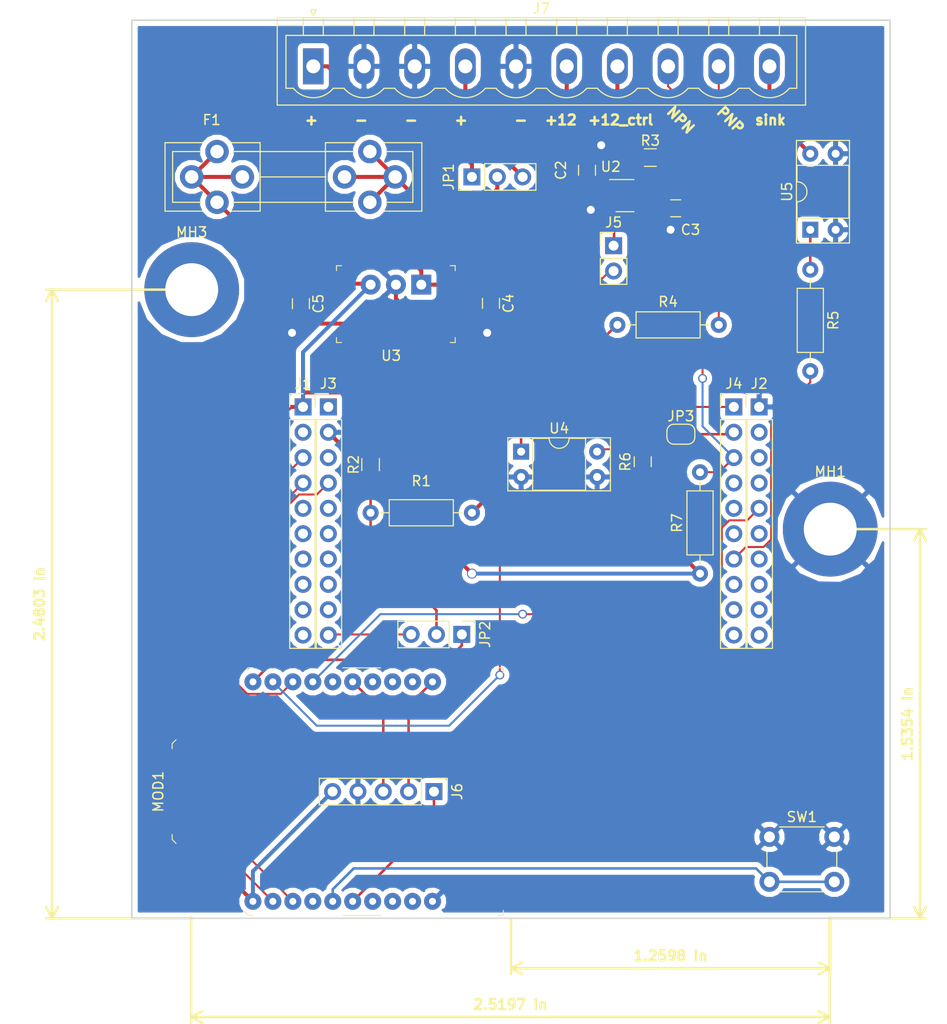
<source format=kicad_pcb>
(kicad_pcb (version 20171130) (host pcbnew 5.0.0-fee4fd1~66~ubuntu18.04.1)

  (general
    (thickness 1.6)
    (drawings 18)
    (tracks 195)
    (zones 0)
    (modules 30)
    (nets 68)
  )

  (page A3)
  (layers
    (0 F.Cu mixed)
    (31 B.Cu jumper)
    (32 B.Adhes user)
    (33 F.Adhes user)
    (35 F.Paste user)
    (37 F.SilkS user)
    (38 B.Mask user)
    (39 F.Mask user)
    (41 Cmts.User user)
    (44 Edge.Cuts user)
    (45 Margin user)
    (46 B.CrtYd user)
    (47 F.CrtYd user)
    (49 F.Fab user)
  )

  (setup
    (last_trace_width 0.254)
    (trace_clearance 0.254)
    (zone_clearance 0.508)
    (zone_45_only no)
    (trace_min 0.2)
    (segment_width 0.20066)
    (edge_width 0.14986)
    (via_size 0.889)
    (via_drill 0.635)
    (via_min_size 0.889)
    (via_min_drill 0.508)
    (uvia_size 0.508)
    (uvia_drill 0.127)
    (uvias_allowed no)
    (uvia_min_size 0.508)
    (uvia_min_drill 0.127)
    (pcb_text_width 0.3)
    (pcb_text_size 1 1)
    (mod_edge_width 0.14986)
    (mod_text_size 1 1)
    (mod_text_width 0.15)
    (pad_size 1 1)
    (pad_drill 0.6)
    (pad_to_mask_clearance 0)
    (aux_axis_origin 172.72 84.836)
    (grid_origin 246.28 175.8)
    (visible_elements 7FFFFFFF)
    (pcbplotparams
      (layerselection 0x010e0_ffffffff)
      (usegerberextensions true)
      (usegerberattributes false)
      (usegerberadvancedattributes false)
      (creategerberjobfile false)
      (excludeedgelayer true)
      (linewidth 0.100000)
      (plotframeref false)
      (viasonmask false)
      (mode 1)
      (useauxorigin false)
      (hpglpennumber 1)
      (hpglpenspeed 20)
      (hpglpendiameter 15.000000)
      (psnegative false)
      (psa4output false)
      (plotreference true)
      (plotvalue true)
      (plotinvisibletext false)
      (padsonsilk false)
      (subtractmaskfromsilk false)
      (outputformat 1)
      (mirror false)
      (drillshape 0)
      (scaleselection 1)
      (outputdirectory "axs_pcb_plot/"))
  )

  (net 0 "")
  (net 1 GND)
  (net 2 VCC)
  (net 3 "Net-(J4-Pad2)")
  (net 4 +12V)
  (net 5 "Net-(C3-Pad1)")
  (net 6 "Net-(F1-Pad2)")
  (net 7 /RX)
  (net 8 /TX)
  (net 9 /P4.0)
  (net 10 /A0)
  (net 11 /P2.3)
  (net 12 /NPN)
  (net 13 /P2.7)
  (net 14 /SHTDOWN_SENSOR)
  (net 15 /sink)
  (net 16 /PNP)
  (net 17 /SENSOR_VCC)
  (net 18 "Net-(J7-Pad4)")
  (net 19 "Net-(J7-Pad1)")
  (net 20 "Net-(JP2-Pad1)")
  (net 21 "Net-(JP2-Pad2)")
  (net 22 "Net-(MOD1-Pad5)")
  (net 23 /RESET_MCU)
  (net 24 "Net-(R3-Pad2)")
  (net 25 "Net-(R4-Pad1)")
  (net 26 "Net-(R5-Pad1)")
  (net 27 "Net-(J5-Pad1)")
  (net 28 "Net-(J6-Pad3)")
  (net 29 "Net-(J6-Pad2)")
  (net 30 "Net-(J6-Pad1)")
  (net 31 "Net-(J1-Pad2)")
  (net 32 "Net-(J1-Pad5)")
  (net 33 "Net-(J1-Pad6)")
  (net 34 "Net-(J1-Pad7)")
  (net 35 "Net-(J1-Pad8)")
  (net 36 "Net-(J1-Pad9)")
  (net 37 "Net-(J1-Pad10)")
  (net 38 "Net-(J2-Pad10)")
  (net 39 "Net-(J2-Pad9)")
  (net 40 "Net-(J2-Pad8)")
  (net 41 "Net-(J2-Pad7)")
  (net 42 "Net-(J2-Pad6)")
  (net 43 "Net-(J2-Pad4)")
  (net 44 "Net-(J2-Pad3)")
  (net 45 "Net-(J2-Pad2)")
  (net 46 "Net-(J3-Pad1)")
  (net 47 "Net-(J3-Pad3)")
  (net 48 "Net-(J3-Pad5)")
  (net 49 "Net-(J3-Pad6)")
  (net 50 "Net-(J3-Pad7)")
  (net 51 "Net-(J3-Pad8)")
  (net 52 "Net-(J3-Pad9)")
  (net 53 "Net-(J4-Pad10)")
  (net 54 "Net-(J4-Pad9)")
  (net 55 "Net-(J4-Pad8)")
  (net 56 "Net-(J4-Pad6)")
  (net 57 "Net-(J4-Pad5)")
  (net 58 "Net-(J4-Pad4)")
  (net 59 "Net-(MH3-Pad1)")
  (net 60 "Net-(MOD1-Pad4)")
  (net 61 "Net-(MOD1-Pad7)")
  (net 62 "Net-(MOD1-Pad8)")
  (net 63 "Net-(MOD1-Pad9)")
  (net 64 "Net-(MOD1-Pad12)")
  (net 65 "Net-(MOD1-Pad13)")
  (net 66 "Net-(MOD1-Pad14)")
  (net 67 "Net-(MOD1-Pad16)")

  (net_class Default "This is the default net class."
    (clearance 0.254)
    (trace_width 0.254)
    (via_dia 0.889)
    (via_drill 0.635)
    (uvia_dia 0.508)
    (uvia_drill 0.127)
    (add_net "Net-(C3-Pad1)")
    (add_net "Net-(J1-Pad10)")
    (add_net "Net-(J1-Pad2)")
    (add_net "Net-(J1-Pad5)")
    (add_net "Net-(J1-Pad6)")
    (add_net "Net-(J1-Pad7)")
    (add_net "Net-(J1-Pad8)")
    (add_net "Net-(J1-Pad9)")
    (add_net "Net-(J2-Pad10)")
    (add_net "Net-(J2-Pad2)")
    (add_net "Net-(J2-Pad3)")
    (add_net "Net-(J2-Pad4)")
    (add_net "Net-(J2-Pad6)")
    (add_net "Net-(J2-Pad7)")
    (add_net "Net-(J2-Pad8)")
    (add_net "Net-(J2-Pad9)")
    (add_net "Net-(J3-Pad1)")
    (add_net "Net-(J3-Pad3)")
    (add_net "Net-(J3-Pad5)")
    (add_net "Net-(J3-Pad6)")
    (add_net "Net-(J3-Pad7)")
    (add_net "Net-(J3-Pad8)")
    (add_net "Net-(J3-Pad9)")
    (add_net "Net-(J4-Pad10)")
    (add_net "Net-(J4-Pad2)")
    (add_net "Net-(J4-Pad4)")
    (add_net "Net-(J4-Pad5)")
    (add_net "Net-(J4-Pad6)")
    (add_net "Net-(J4-Pad8)")
    (add_net "Net-(J4-Pad9)")
    (add_net "Net-(J5-Pad1)")
    (add_net "Net-(J6-Pad1)")
    (add_net "Net-(J6-Pad2)")
    (add_net "Net-(J6-Pad3)")
    (add_net "Net-(JP2-Pad1)")
    (add_net "Net-(JP2-Pad2)")
    (add_net "Net-(MH3-Pad1)")
    (add_net "Net-(MOD1-Pad12)")
    (add_net "Net-(MOD1-Pad13)")
    (add_net "Net-(MOD1-Pad14)")
    (add_net "Net-(MOD1-Pad16)")
    (add_net "Net-(MOD1-Pad4)")
    (add_net "Net-(MOD1-Pad5)")
    (add_net "Net-(MOD1-Pad7)")
    (add_net "Net-(MOD1-Pad8)")
    (add_net "Net-(MOD1-Pad9)")
    (add_net "Net-(R3-Pad2)")
    (add_net "Net-(R4-Pad1)")
    (add_net "Net-(R5-Pad1)")
  )

  (net_class pwr ""
    (clearance 0.254)
    (trace_width 0.4)
    (via_dia 1)
    (via_drill 0.8)
    (uvia_dia 0.508)
    (uvia_drill 0.127)
    (add_net +12V)
    (add_net /SENSOR_VCC)
    (add_net /sink)
    (add_net GND)
    (add_net "Net-(F1-Pad2)")
    (add_net "Net-(J7-Pad1)")
    (add_net "Net-(J7-Pad4)")
    (add_net VCC)
  )

  (net_class signal ""
    (clearance 0.2)
    (trace_width 0.2)
    (via_dia 0.889)
    (via_drill 0.635)
    (uvia_dia 0.508)
    (uvia_drill 0.127)
    (add_net /A0)
    (add_net /NPN)
    (add_net /P2.3)
    (add_net /P2.7)
    (add_net /P4.0)
    (add_net /PNP)
    (add_net /RESET_MCU)
    (add_net /RX)
    (add_net /SHTDOWN_SENSOR)
    (add_net /TX)
  )

  (module Resistors_THT:R_Axial_DIN0207_L6.3mm_D2.5mm_P10.16mm_Horizontal (layer F.Cu) (tedit 5874F706) (tstamp 5B99BE59)
    (at 227.23 141.256 90)
    (descr "Resistor, Axial_DIN0207 series, Axial, Horizontal, pin pitch=10.16mm, 0.25W = 1/4W, length*diameter=6.3*2.5mm^2, http://cdn-reichelt.de/documents/datenblatt/B400/1_4W%23YAG.pdf")
    (tags "Resistor Axial_DIN0207 series Axial Horizontal pin pitch 10.16mm 0.25W = 1/4W length 6.3mm diameter 2.5mm")
    (path /5BB3A97E)
    (fp_text reference R7 (at 5.08 -2.31 90) (layer F.SilkS)
      (effects (font (size 1 1) (thickness 0.15)))
    )
    (fp_text value 1k (at 5.08 2.31 90) (layer F.Fab)
      (effects (font (size 1 1) (thickness 0.15)))
    )
    (fp_line (start 11.25 -1.6) (end -1.05 -1.6) (layer F.CrtYd) (width 0.05))
    (fp_line (start 11.25 1.6) (end 11.25 -1.6) (layer F.CrtYd) (width 0.05))
    (fp_line (start -1.05 1.6) (end 11.25 1.6) (layer F.CrtYd) (width 0.05))
    (fp_line (start -1.05 -1.6) (end -1.05 1.6) (layer F.CrtYd) (width 0.05))
    (fp_line (start 9.18 0) (end 8.29 0) (layer F.SilkS) (width 0.12))
    (fp_line (start 0.98 0) (end 1.87 0) (layer F.SilkS) (width 0.12))
    (fp_line (start 8.29 -1.31) (end 1.87 -1.31) (layer F.SilkS) (width 0.12))
    (fp_line (start 8.29 1.31) (end 8.29 -1.31) (layer F.SilkS) (width 0.12))
    (fp_line (start 1.87 1.31) (end 8.29 1.31) (layer F.SilkS) (width 0.12))
    (fp_line (start 1.87 -1.31) (end 1.87 1.31) (layer F.SilkS) (width 0.12))
    (fp_line (start 10.16 0) (end 8.23 0) (layer F.Fab) (width 0.1))
    (fp_line (start 0 0) (end 1.93 0) (layer F.Fab) (width 0.1))
    (fp_line (start 8.23 -1.25) (end 1.93 -1.25) (layer F.Fab) (width 0.1))
    (fp_line (start 8.23 1.25) (end 8.23 -1.25) (layer F.Fab) (width 0.1))
    (fp_line (start 1.93 1.25) (end 8.23 1.25) (layer F.Fab) (width 0.1))
    (fp_line (start 1.93 -1.25) (end 1.93 1.25) (layer F.Fab) (width 0.1))
    (pad 2 thru_hole oval (at 10.16 0 90) (size 1.6 1.6) (drill 0.8) (layers *.Cu *.Mask)
      (net 12 /NPN))
    (pad 1 thru_hole circle (at 0 0 90) (size 1.6 1.6) (drill 0.8) (layers *.Cu *.Mask)
      (net 2 VCC))
    (model ${KISYS3DMOD}/Resistors_THT.3dshapes/R_Axial_DIN0207_L6.3mm_D2.5mm_P10.16mm_Horizontal.wrl
      (at (xyz 0 0 0))
      (scale (xyz 0.393701 0.393701 0.393701))
      (rotate (xyz 0 0 0))
    )
  )

  (module Connector_PinHeader_2.54mm:PinHeader_1x10_P2.54mm_Vertical (layer F.Cu) (tedit 59FED5CC) (tstamp 5B99CF1A)
    (at 233.156 124.555)
    (descr "Through hole straight pin header, 1x10, 2.54mm pitch, single row")
    (tags "Through hole pin header THT 1x10 2.54mm single row")
    (path /5080DBF4)
    (fp_text reference J2 (at 0 -2.33) (layer F.SilkS)
      (effects (font (size 1 1) (thickness 0.15)))
    )
    (fp_text value TI_BOOSTER_40_J2 (at 0 25.19) (layer F.Fab)
      (effects (font (size 1 1) (thickness 0.15)))
    )
    (fp_text user %R (at 0 11.43 90) (layer F.Fab)
      (effects (font (size 1 1) (thickness 0.15)))
    )
    (fp_line (start 1.8 -1.8) (end -1.8 -1.8) (layer F.CrtYd) (width 0.05))
    (fp_line (start 1.8 24.65) (end 1.8 -1.8) (layer F.CrtYd) (width 0.05))
    (fp_line (start -1.8 24.65) (end 1.8 24.65) (layer F.CrtYd) (width 0.05))
    (fp_line (start -1.8 -1.8) (end -1.8 24.65) (layer F.CrtYd) (width 0.05))
    (fp_line (start -1.33 -1.33) (end 0 -1.33) (layer F.SilkS) (width 0.12))
    (fp_line (start -1.33 0) (end -1.33 -1.33) (layer F.SilkS) (width 0.12))
    (fp_line (start -1.33 1.27) (end 1.33 1.27) (layer F.SilkS) (width 0.12))
    (fp_line (start 1.33 1.27) (end 1.33 24.19) (layer F.SilkS) (width 0.12))
    (fp_line (start -1.33 1.27) (end -1.33 24.19) (layer F.SilkS) (width 0.12))
    (fp_line (start -1.33 24.19) (end 1.33 24.19) (layer F.SilkS) (width 0.12))
    (fp_line (start -1.27 -0.635) (end -0.635 -1.27) (layer F.Fab) (width 0.1))
    (fp_line (start -1.27 24.13) (end -1.27 -0.635) (layer F.Fab) (width 0.1))
    (fp_line (start 1.27 24.13) (end -1.27 24.13) (layer F.Fab) (width 0.1))
    (fp_line (start 1.27 -1.27) (end 1.27 24.13) (layer F.Fab) (width 0.1))
    (fp_line (start -0.635 -1.27) (end 1.27 -1.27) (layer F.Fab) (width 0.1))
    (pad 10 thru_hole oval (at 0 22.86) (size 1.7 1.7) (drill 1) (layers *.Cu *.Mask)
      (net 38 "Net-(J2-Pad10)"))
    (pad 9 thru_hole oval (at 0 20.32) (size 1.7 1.7) (drill 1) (layers *.Cu *.Mask)
      (net 39 "Net-(J2-Pad9)"))
    (pad 8 thru_hole oval (at 0 17.78) (size 1.7 1.7) (drill 1) (layers *.Cu *.Mask)
      (net 40 "Net-(J2-Pad8)"))
    (pad 7 thru_hole oval (at 0 15.24) (size 1.7 1.7) (drill 1) (layers *.Cu *.Mask)
      (net 41 "Net-(J2-Pad7)"))
    (pad 6 thru_hole oval (at 0 12.7) (size 1.7 1.7) (drill 1) (layers *.Cu *.Mask)
      (net 42 "Net-(J2-Pad6)"))
    (pad 5 thru_hole oval (at 0 10.16) (size 1.7 1.7) (drill 1) (layers *.Cu *.Mask)
      (net 23 /RESET_MCU))
    (pad 4 thru_hole oval (at 0 7.62) (size 1.7 1.7) (drill 1) (layers *.Cu *.Mask)
      (net 43 "Net-(J2-Pad4)"))
    (pad 3 thru_hole oval (at 0 5.08) (size 1.7 1.7) (drill 1) (layers *.Cu *.Mask)
      (net 44 "Net-(J2-Pad3)"))
    (pad 2 thru_hole oval (at 0 2.54) (size 1.7 1.7) (drill 1) (layers *.Cu *.Mask)
      (net 45 "Net-(J2-Pad2)"))
    (pad 1 thru_hole rect (at 0 0) (size 1.7 1.7) (drill 1) (layers *.Cu *.Mask)
      (net 1 GND))
    (model ${KISYS3DMOD}/Connector_PinHeader_2.54mm.3dshapes/PinHeader_1x10_P2.54mm_Vertical.wrl
      (at (xyz 0 0 0))
      (scale (xyz 1 1 1))
      (rotate (xyz 0 0 0))
    )
  )

  (module Connector_PinHeader_2.54mm:PinHeader_1x10_P2.54mm_Vertical (layer F.Cu) (tedit 59FED5CC) (tstamp 5B99CEC3)
    (at 189.976 124.555)
    (descr "Through hole straight pin header, 1x10, 2.54mm pitch, single row")
    (tags "Through hole pin header THT 1x10 2.54mm single row")
    (path /5080DC03)
    (fp_text reference J3 (at 0 -2.33) (layer F.SilkS)
      (effects (font (size 1 1) (thickness 0.15)))
    )
    (fp_text value TI_BOOSTER_40_J3 (at 0 25.19) (layer F.Fab)
      (effects (font (size 1 1) (thickness 0.15)))
    )
    (fp_line (start -0.635 -1.27) (end 1.27 -1.27) (layer F.Fab) (width 0.1))
    (fp_line (start 1.27 -1.27) (end 1.27 24.13) (layer F.Fab) (width 0.1))
    (fp_line (start 1.27 24.13) (end -1.27 24.13) (layer F.Fab) (width 0.1))
    (fp_line (start -1.27 24.13) (end -1.27 -0.635) (layer F.Fab) (width 0.1))
    (fp_line (start -1.27 -0.635) (end -0.635 -1.27) (layer F.Fab) (width 0.1))
    (fp_line (start -1.33 24.19) (end 1.33 24.19) (layer F.SilkS) (width 0.12))
    (fp_line (start -1.33 1.27) (end -1.33 24.19) (layer F.SilkS) (width 0.12))
    (fp_line (start 1.33 1.27) (end 1.33 24.19) (layer F.SilkS) (width 0.12))
    (fp_line (start -1.33 1.27) (end 1.33 1.27) (layer F.SilkS) (width 0.12))
    (fp_line (start -1.33 0) (end -1.33 -1.33) (layer F.SilkS) (width 0.12))
    (fp_line (start -1.33 -1.33) (end 0 -1.33) (layer F.SilkS) (width 0.12))
    (fp_line (start -1.8 -1.8) (end -1.8 24.65) (layer F.CrtYd) (width 0.05))
    (fp_line (start -1.8 24.65) (end 1.8 24.65) (layer F.CrtYd) (width 0.05))
    (fp_line (start 1.8 24.65) (end 1.8 -1.8) (layer F.CrtYd) (width 0.05))
    (fp_line (start 1.8 -1.8) (end -1.8 -1.8) (layer F.CrtYd) (width 0.05))
    (fp_text user %R (at 0 11.43 90) (layer F.Fab)
      (effects (font (size 1 1) (thickness 0.15)))
    )
    (pad 1 thru_hole rect (at 0 0) (size 1.7 1.7) (drill 1) (layers *.Cu *.Mask)
      (net 46 "Net-(J3-Pad1)"))
    (pad 2 thru_hole oval (at 0 2.54) (size 1.7 1.7) (drill 1) (layers *.Cu *.Mask)
      (net 1 GND))
    (pad 3 thru_hole oval (at 0 5.08) (size 1.7 1.7) (drill 1) (layers *.Cu *.Mask)
      (net 47 "Net-(J3-Pad3)"))
    (pad 4 thru_hole oval (at 0 7.62) (size 1.7 1.7) (drill 1) (layers *.Cu *.Mask)
      (net 9 /P4.0))
    (pad 5 thru_hole oval (at 0 10.16) (size 1.7 1.7) (drill 1) (layers *.Cu *.Mask)
      (net 48 "Net-(J3-Pad5)"))
    (pad 6 thru_hole oval (at 0 12.7) (size 1.7 1.7) (drill 1) (layers *.Cu *.Mask)
      (net 49 "Net-(J3-Pad6)"))
    (pad 7 thru_hole oval (at 0 15.24) (size 1.7 1.7) (drill 1) (layers *.Cu *.Mask)
      (net 50 "Net-(J3-Pad7)"))
    (pad 8 thru_hole oval (at 0 17.78) (size 1.7 1.7) (drill 1) (layers *.Cu *.Mask)
      (net 51 "Net-(J3-Pad8)"))
    (pad 9 thru_hole oval (at 0 20.32) (size 1.7 1.7) (drill 1) (layers *.Cu *.Mask)
      (net 52 "Net-(J3-Pad9)"))
    (pad 10 thru_hole oval (at 0 22.86) (size 1.7 1.7) (drill 1) (layers *.Cu *.Mask)
      (net 10 /A0))
    (model ${KISYS3DMOD}/Connector_PinHeader_2.54mm.3dshapes/PinHeader_1x10_P2.54mm_Vertical.wrl
      (at (xyz 0 0 0))
      (scale (xyz 1 1 1))
      (rotate (xyz 0 0 0))
    )
  )

  (module Connector_PinHeader_2.54mm:PinHeader_1x10_P2.54mm_Vertical (layer F.Cu) (tedit 59FED5CC) (tstamp 5B99CE6C)
    (at 187.436 124.555)
    (descr "Through hole straight pin header, 1x10, 2.54mm pitch, single row")
    (tags "Through hole pin header THT 1x10 2.54mm single row")
    (path /5080DB5C)
    (fp_text reference J1 (at 0 -2.33) (layer F.SilkS)
      (effects (font (size 1 1) (thickness 0.15)))
    )
    (fp_text value TI_BOOSTER_40_J1 (at 0 25.19) (layer F.Fab)
      (effects (font (size 1 1) (thickness 0.15)))
    )
    (fp_line (start -0.635 -1.27) (end 1.27 -1.27) (layer F.Fab) (width 0.1))
    (fp_line (start 1.27 -1.27) (end 1.27 24.13) (layer F.Fab) (width 0.1))
    (fp_line (start 1.27 24.13) (end -1.27 24.13) (layer F.Fab) (width 0.1))
    (fp_line (start -1.27 24.13) (end -1.27 -0.635) (layer F.Fab) (width 0.1))
    (fp_line (start -1.27 -0.635) (end -0.635 -1.27) (layer F.Fab) (width 0.1))
    (fp_line (start -1.33 24.19) (end 1.33 24.19) (layer F.SilkS) (width 0.12))
    (fp_line (start -1.33 1.27) (end -1.33 24.19) (layer F.SilkS) (width 0.12))
    (fp_line (start 1.33 1.27) (end 1.33 24.19) (layer F.SilkS) (width 0.12))
    (fp_line (start -1.33 1.27) (end 1.33 1.27) (layer F.SilkS) (width 0.12))
    (fp_line (start -1.33 0) (end -1.33 -1.33) (layer F.SilkS) (width 0.12))
    (fp_line (start -1.33 -1.33) (end 0 -1.33) (layer F.SilkS) (width 0.12))
    (fp_line (start -1.8 -1.8) (end -1.8 24.65) (layer F.CrtYd) (width 0.05))
    (fp_line (start -1.8 24.65) (end 1.8 24.65) (layer F.CrtYd) (width 0.05))
    (fp_line (start 1.8 24.65) (end 1.8 -1.8) (layer F.CrtYd) (width 0.05))
    (fp_line (start 1.8 -1.8) (end -1.8 -1.8) (layer F.CrtYd) (width 0.05))
    (fp_text user %R (at 0 11.43 90) (layer F.Fab)
      (effects (font (size 1 1) (thickness 0.15)))
    )
    (pad 1 thru_hole rect (at 0 0) (size 1.7 1.7) (drill 1) (layers *.Cu *.Mask)
      (net 2 VCC))
    (pad 2 thru_hole oval (at 0 2.54) (size 1.7 1.7) (drill 1) (layers *.Cu *.Mask)
      (net 31 "Net-(J1-Pad2)"))
    (pad 3 thru_hole oval (at 0 5.08) (size 1.7 1.7) (drill 1) (layers *.Cu *.Mask)
      (net 7 /RX))
    (pad 4 thru_hole oval (at 0 7.62) (size 1.7 1.7) (drill 1) (layers *.Cu *.Mask)
      (net 8 /TX))
    (pad 5 thru_hole oval (at 0 10.16) (size 1.7 1.7) (drill 1) (layers *.Cu *.Mask)
      (net 32 "Net-(J1-Pad5)"))
    (pad 6 thru_hole oval (at 0 12.7) (size 1.7 1.7) (drill 1) (layers *.Cu *.Mask)
      (net 33 "Net-(J1-Pad6)"))
    (pad 7 thru_hole oval (at 0 15.24) (size 1.7 1.7) (drill 1) (layers *.Cu *.Mask)
      (net 34 "Net-(J1-Pad7)"))
    (pad 8 thru_hole oval (at 0 17.78) (size 1.7 1.7) (drill 1) (layers *.Cu *.Mask)
      (net 35 "Net-(J1-Pad8)"))
    (pad 9 thru_hole oval (at 0 20.32) (size 1.7 1.7) (drill 1) (layers *.Cu *.Mask)
      (net 36 "Net-(J1-Pad9)"))
    (pad 10 thru_hole oval (at 0 22.86) (size 1.7 1.7) (drill 1) (layers *.Cu *.Mask)
      (net 37 "Net-(J1-Pad10)"))
    (model ${KISYS3DMOD}/Connector_PinHeader_2.54mm.3dshapes/PinHeader_1x10_P2.54mm_Vertical.wrl
      (at (xyz 0 0 0))
      (scale (xyz 1 1 1))
      (rotate (xyz 0 0 0))
    )
  )

  (module Connector_PinHeader_2.54mm:PinHeader_1x10_P2.54mm_Vertical (layer F.Cu) (tedit 59FED5CC) (tstamp 5B99CE15)
    (at 230.616 124.555)
    (descr "Through hole straight pin header, 1x10, 2.54mm pitch, single row")
    (tags "Through hole pin header THT 1x10 2.54mm single row")
    (path /5080DC12)
    (fp_text reference J4 (at 0 -2.33) (layer F.SilkS)
      (effects (font (size 1 1) (thickness 0.15)))
    )
    (fp_text value TI_BOOSTER_40_J4 (at 0 25.19) (layer F.Fab)
      (effects (font (size 1 1) (thickness 0.15)))
    )
    (fp_text user %R (at 0 11.43 90) (layer F.Fab)
      (effects (font (size 1 1) (thickness 0.15)))
    )
    (fp_line (start 1.8 -1.8) (end -1.8 -1.8) (layer F.CrtYd) (width 0.05))
    (fp_line (start 1.8 24.65) (end 1.8 -1.8) (layer F.CrtYd) (width 0.05))
    (fp_line (start -1.8 24.65) (end 1.8 24.65) (layer F.CrtYd) (width 0.05))
    (fp_line (start -1.8 -1.8) (end -1.8 24.65) (layer F.CrtYd) (width 0.05))
    (fp_line (start -1.33 -1.33) (end 0 -1.33) (layer F.SilkS) (width 0.12))
    (fp_line (start -1.33 0) (end -1.33 -1.33) (layer F.SilkS) (width 0.12))
    (fp_line (start -1.33 1.27) (end 1.33 1.27) (layer F.SilkS) (width 0.12))
    (fp_line (start 1.33 1.27) (end 1.33 24.19) (layer F.SilkS) (width 0.12))
    (fp_line (start -1.33 1.27) (end -1.33 24.19) (layer F.SilkS) (width 0.12))
    (fp_line (start -1.33 24.19) (end 1.33 24.19) (layer F.SilkS) (width 0.12))
    (fp_line (start -1.27 -0.635) (end -0.635 -1.27) (layer F.Fab) (width 0.1))
    (fp_line (start -1.27 24.13) (end -1.27 -0.635) (layer F.Fab) (width 0.1))
    (fp_line (start 1.27 24.13) (end -1.27 24.13) (layer F.Fab) (width 0.1))
    (fp_line (start 1.27 -1.27) (end 1.27 24.13) (layer F.Fab) (width 0.1))
    (fp_line (start -0.635 -1.27) (end 1.27 -1.27) (layer F.Fab) (width 0.1))
    (pad 10 thru_hole oval (at 0 22.86) (size 1.7 1.7) (drill 1) (layers *.Cu *.Mask)
      (net 53 "Net-(J4-Pad10)"))
    (pad 9 thru_hole oval (at 0 20.32) (size 1.7 1.7) (drill 1) (layers *.Cu *.Mask)
      (net 54 "Net-(J4-Pad9)"))
    (pad 8 thru_hole oval (at 0 17.78) (size 1.7 1.7) (drill 1) (layers *.Cu *.Mask)
      (net 55 "Net-(J4-Pad8)"))
    (pad 7 thru_hole oval (at 0 15.24) (size 1.7 1.7) (drill 1) (layers *.Cu *.Mask)
      (net 11 /P2.3))
    (pad 6 thru_hole oval (at 0 12.7) (size 1.7 1.7) (drill 1) (layers *.Cu *.Mask)
      (net 56 "Net-(J4-Pad6)"))
    (pad 5 thru_hole oval (at 0 10.16) (size 1.7 1.7) (drill 1) (layers *.Cu *.Mask)
      (net 57 "Net-(J4-Pad5)"))
    (pad 4 thru_hole oval (at 0 7.62) (size 1.7 1.7) (drill 1) (layers *.Cu *.Mask)
      (net 58 "Net-(J4-Pad4)"))
    (pad 3 thru_hole oval (at 0 5.08) (size 1.7 1.7) (drill 1) (layers *.Cu *.Mask)
      (net 12 /NPN))
    (pad 2 thru_hole oval (at 0 2.54) (size 1.7 1.7) (drill 1) (layers *.Cu *.Mask)
      (net 3 "Net-(J4-Pad2)"))
    (pad 1 thru_hole rect (at 0 0) (size 1.7 1.7) (drill 1) (layers *.Cu *.Mask)
      (net 13 /P2.7))
    (model ${KISYS3DMOD}/Connector_PinHeader_2.54mm.3dshapes/PinHeader_1x10_P2.54mm_Vertical.wrl
      (at (xyz 0 0 0))
      (scale (xyz 1 1 1))
      (rotate (xyz 0 0 0))
    )
  )

  (module Fuse_Holders_and_Fuses:Fuseholder5x20_horiz_open_universal_Type-III (layer F.Cu) (tedit 0) (tstamp 5B92952B)
    (at 176.276 101.505)
    (descr "Fuseholder, 5x20, open, horizontal, Type-III, universal, inline, lateral,")
    (tags "Fuseholder 5x20 open horizontal Type-III universal inline lateral Sicherungshalter offen ")
    (path /5B95C860)
    (fp_text reference F1 (at 2.004 -5.705) (layer F.SilkS)
      (effects (font (size 1 1) (thickness 0.15)))
    )
    (fp_text value Fuse (at 12.74 6.35) (layer F.Fab)
      (effects (font (size 1 1) (thickness 0.15)))
    )
    (fp_line (start 23.3 3.96) (end -2.85 3.96) (layer F.CrtYd) (width 0.05))
    (fp_line (start 23.3 3.96) (end 23.3 -3.96) (layer F.CrtYd) (width 0.05))
    (fp_line (start -2.85 -3.96) (end -2.85 3.96) (layer F.CrtYd) (width 0.05))
    (fp_line (start -2.85 -3.96) (end 23.3 -3.96) (layer F.CrtYd) (width 0.05))
    (fp_line (start 13.41 2.54) (end 13.41 0) (layer F.SilkS) (width 0.12))
    (fp_line (start 22.17 -2.54) (end 22.17 2.54) (layer F.SilkS) (width 0.12))
    (fp_line (start 13.41 0) (end 13.41 -2.54) (layer F.SilkS) (width 0.12))
    (fp_line (start 6.86 2.54) (end 6.86 0) (layer F.SilkS) (width 0.12))
    (fp_line (start -1.91 -2.54) (end -1.91 2.54) (layer F.SilkS) (width 0.12))
    (fp_line (start 6.86 0) (end 6.86 -2.54) (layer F.SilkS) (width 0.12))
    (fp_line (start 4.36 -2.54) (end 15.91 -2.54) (layer F.SilkS) (width 0.12))
    (fp_line (start 15.91 2.54) (end 4.23 2.54) (layer F.SilkS) (width 0.12))
    (fp_line (start 6.86 -3.43) (end 6.86 -2.41) (layer F.SilkS) (width 0.12))
    (fp_line (start 6.86 3.43) (end 6.86 2.54) (layer F.SilkS) (width 0.12))
    (fp_line (start -2.67 -3.43) (end -2.67 3.43) (layer F.SilkS) (width 0.12))
    (fp_line (start 13.41 -3.43) (end 13.41 -2.54) (layer F.SilkS) (width 0.12))
    (fp_line (start 13.41 3.43) (end 13.41 2.54) (layer F.SilkS) (width 0.12))
    (fp_line (start 23.07 -3.43) (end 23.07 3.43) (layer F.SilkS) (width 0.12))
    (fp_line (start 22.18 -2.54) (end 19.51 -2.54) (layer F.SilkS) (width 0.12))
    (fp_line (start 23.07 -3.43) (end 19.26 -3.43) (layer F.SilkS) (width 0.12))
    (fp_line (start 22.18 2.54) (end 19.51 2.54) (layer F.SilkS) (width 0.12))
    (fp_line (start 23.07 3.43) (end 19.26 3.43) (layer F.SilkS) (width 0.12))
    (fp_line (start 13.41 3.43) (end 16.46 3.43) (layer F.SilkS) (width 0.12))
    (fp_line (start 13.41 2.54) (end 16.21 2.54) (layer F.SilkS) (width 0.12))
    (fp_line (start 13.41 -2.54) (end 16.21 -2.54) (layer F.SilkS) (width 0.12))
    (fp_line (start 13.41 -3.43) (end 16.46 -3.43) (layer F.SilkS) (width 0.12))
    (fp_line (start 6.86 -2.54) (end 4.19 -2.54) (layer F.SilkS) (width 0.12))
    (fp_line (start 6.86 -3.43) (end 3.94 -3.43) (layer F.SilkS) (width 0.12))
    (fp_line (start -1.9 -2.54) (end 0.89 -2.54) (layer F.SilkS) (width 0.12))
    (fp_line (start -2.67 -3.43) (end 1.14 -3.43) (layer F.SilkS) (width 0.12))
    (fp_line (start 6.86 2.54) (end 4.19 2.54) (layer F.SilkS) (width 0.12))
    (fp_line (start -1.9 2.54) (end 0.89 2.54) (layer F.SilkS) (width 0.12))
    (fp_line (start -2.67 3.43) (end 1.14 3.43) (layer F.SilkS) (width 0.12))
    (fp_line (start 6.86 3.43) (end 3.94 3.43) (layer F.SilkS) (width 0.12))
    (fp_line (start 6.95 0) (end 13.45 0) (layer F.SilkS) (width 0.12))
    (fp_line (start -2.6 3.35) (end -2.6 -3.35) (layer F.Fab) (width 0.1))
    (fp_line (start 6.75 3.35) (end -2.6 3.35) (layer F.Fab) (width 0.1))
    (fp_line (start 6.75 -3.35) (end 6.75 3.35) (layer F.Fab) (width 0.1))
    (fp_line (start -2.6 -3.35) (end 6.75 -3.35) (layer F.Fab) (width 0.1))
    (fp_line (start 23.05 -3.3) (end 13.5 -3.35) (layer F.Fab) (width 0.1))
    (fp_line (start 23.05 3.35) (end 23.05 -3.3) (layer F.Fab) (width 0.1))
    (fp_line (start 13.5 3.35) (end 23.05 3.35) (layer F.Fab) (width 0.1))
    (fp_line (start 13.5 -3.35) (end 13.5 3.35) (layer F.Fab) (width 0.1))
    (fp_line (start -1.9 2.55) (end -1.9 -2.5) (layer F.Fab) (width 0.1))
    (fp_line (start 22.2 2.55) (end -1.9 2.55) (layer F.Fab) (width 0.1))
    (fp_line (start 22.2 -2.55) (end 22.2 2.55) (layer F.Fab) (width 0.1))
    (fp_line (start -1.9 -2.55) (end 22.2 -2.55) (layer F.Fab) (width 0.1))
    (fp_line (start 2.55 0) (end 17.9 0) (layer F.Fab) (width 0.1))
    (pad 1 thru_hole circle (at 2.54 2.54) (size 2.35 2.35) (drill 1.35) (layers *.Cu *.Mask)
      (net 4 +12V))
    (pad 1 thru_hole circle (at 2.54 -2.54) (size 2.35 2.35) (drill 1.35) (layers *.Cu *.Mask)
      (net 4 +12V))
    (pad 2 thru_hole circle (at 17.86 2.54) (size 2.35 2.35) (drill 1.35) (layers *.Cu *.Mask)
      (net 6 "Net-(F1-Pad2)"))
    (pad 2 thru_hole circle (at 17.86 -2.54) (size 2.35 2.35) (drill 1.35) (layers *.Cu *.Mask)
      (net 6 "Net-(F1-Pad2)"))
    (pad 1 thru_hole circle (at 0 0) (size 2.35 2.35) (drill 1.35) (layers *.Cu *.Mask)
      (net 4 +12V))
    (pad 1 thru_hole circle (at 5.08 0) (size 2.35 2.35) (drill 1.35) (layers *.Cu *.Mask)
      (net 4 +12V))
    (pad 2 thru_hole circle (at 20.4 0) (size 2.35 2.35) (drill 1.35) (layers *.Cu *.Mask)
      (net 6 "Net-(F1-Pad2)"))
    (pad 2 thru_hole circle (at 15.32 0) (size 2.35 2.35) (drill 1.35) (layers *.Cu *.Mask)
      (net 6 "Net-(F1-Pad2)"))
  )

  (module Resistors_THT:R_Axial_DIN0207_L6.3mm_D2.5mm_P10.16mm_Horizontal (layer F.Cu) (tedit 5874F706) (tstamp 5B9296E1)
    (at 238.28 110.8 270)
    (descr "Resistor, Axial_DIN0207 series, Axial, Horizontal, pin pitch=10.16mm, 0.25W = 1/4W, length*diameter=6.3*2.5mm^2, http://cdn-reichelt.de/documents/datenblatt/B400/1_4W%23YAG.pdf")
    (tags "Resistor Axial_DIN0207 series Axial Horizontal pin pitch 10.16mm 0.25W = 1/4W length 6.3mm diameter 2.5mm")
    (path /5BA2699E)
    (fp_text reference R5 (at 5.08 -2.31 270) (layer F.SilkS)
      (effects (font (size 1 1) (thickness 0.15)))
    )
    (fp_text value 220 (at 5.08 2.31 270) (layer F.Fab)
      (effects (font (size 1 1) (thickness 0.15)))
    )
    (fp_line (start 11.25 -1.6) (end -1.05 -1.6) (layer F.CrtYd) (width 0.05))
    (fp_line (start 11.25 1.6) (end 11.25 -1.6) (layer F.CrtYd) (width 0.05))
    (fp_line (start -1.05 1.6) (end 11.25 1.6) (layer F.CrtYd) (width 0.05))
    (fp_line (start -1.05 -1.6) (end -1.05 1.6) (layer F.CrtYd) (width 0.05))
    (fp_line (start 9.18 0) (end 8.29 0) (layer F.SilkS) (width 0.12))
    (fp_line (start 0.98 0) (end 1.87 0) (layer F.SilkS) (width 0.12))
    (fp_line (start 8.29 -1.31) (end 1.87 -1.31) (layer F.SilkS) (width 0.12))
    (fp_line (start 8.29 1.31) (end 8.29 -1.31) (layer F.SilkS) (width 0.12))
    (fp_line (start 1.87 1.31) (end 8.29 1.31) (layer F.SilkS) (width 0.12))
    (fp_line (start 1.87 -1.31) (end 1.87 1.31) (layer F.SilkS) (width 0.12))
    (fp_line (start 10.16 0) (end 8.23 0) (layer F.Fab) (width 0.1))
    (fp_line (start 0 0) (end 1.93 0) (layer F.Fab) (width 0.1))
    (fp_line (start 8.23 -1.25) (end 1.93 -1.25) (layer F.Fab) (width 0.1))
    (fp_line (start 8.23 1.25) (end 8.23 -1.25) (layer F.Fab) (width 0.1))
    (fp_line (start 1.93 1.25) (end 8.23 1.25) (layer F.Fab) (width 0.1))
    (fp_line (start 1.93 -1.25) (end 1.93 1.25) (layer F.Fab) (width 0.1))
    (pad 2 thru_hole oval (at 10.16 0 270) (size 1.6 1.6) (drill 0.8) (layers *.Cu *.Mask)
      (net 11 /P2.3))
    (pad 1 thru_hole circle (at 0 0 270) (size 1.6 1.6) (drill 0.8) (layers *.Cu *.Mask)
      (net 26 "Net-(R5-Pad1)"))
    (model ${KISYS3DMOD}/Resistors_THT.3dshapes/R_Axial_DIN0207_L6.3mm_D2.5mm_P10.16mm_Horizontal.wrl
      (at (xyz 0 0 0))
      (scale (xyz 0.393701 0.393701 0.393701))
      (rotate (xyz 0 0 0))
    )
  )

  (module Capacitors_SMD:C_0805_HandSoldering (layer F.Cu) (tedit 58AA84A8) (tstamp 5B9294BC)
    (at 215.9 100.838 270)
    (descr "Capacitor SMD 0805, hand soldering")
    (tags "capacitor 0805")
    (path /5B9B029D)
    (attr smd)
    (fp_text reference C2 (at 0 2.62 270) (layer F.SilkS)
      (effects (font (size 1 1) (thickness 0.15)))
    )
    (fp_text value 1u (at 0 1.75 270) (layer F.Fab)
      (effects (font (size 1 1) (thickness 0.15)))
    )
    (fp_text user %R (at 0 -1.75 270) (layer F.Fab)
      (effects (font (size 1 1) (thickness 0.15)))
    )
    (fp_line (start -1 0.62) (end -1 -0.62) (layer F.Fab) (width 0.1))
    (fp_line (start 1 0.62) (end -1 0.62) (layer F.Fab) (width 0.1))
    (fp_line (start 1 -0.62) (end 1 0.62) (layer F.Fab) (width 0.1))
    (fp_line (start -1 -0.62) (end 1 -0.62) (layer F.Fab) (width 0.1))
    (fp_line (start 0.5 -0.85) (end -0.5 -0.85) (layer F.SilkS) (width 0.12))
    (fp_line (start -0.5 0.85) (end 0.5 0.85) (layer F.SilkS) (width 0.12))
    (fp_line (start -2.25 -0.88) (end 2.25 -0.88) (layer F.CrtYd) (width 0.05))
    (fp_line (start -2.25 -0.88) (end -2.25 0.87) (layer F.CrtYd) (width 0.05))
    (fp_line (start 2.25 0.87) (end 2.25 -0.88) (layer F.CrtYd) (width 0.05))
    (fp_line (start 2.25 0.87) (end -2.25 0.87) (layer F.CrtYd) (width 0.05))
    (pad 1 smd rect (at -1.25 0 270) (size 1.5 1.25) (layers F.Cu F.Paste F.Mask)
      (net 1 GND))
    (pad 2 smd rect (at 1.25 0 270) (size 1.5 1.25) (layers F.Cu F.Paste F.Mask)
      (net 4 +12V))
    (model Capacitors_SMD.3dshapes/C_0805.wrl
      (at (xyz 0 0 0))
      (scale (xyz 1 1 1))
      (rotate (xyz 0 0 0))
    )
  )

  (module Capacitors_SMD:C_0805_HandSoldering (layer F.Cu) (tedit 58AA84A8) (tstamp 5B9294CD)
    (at 224.79 104.648)
    (descr "Capacitor SMD 0805, hand soldering")
    (tags "capacitor 0805")
    (path /5B97E171)
    (attr smd)
    (fp_text reference C3 (at 1.49 2.152) (layer F.SilkS)
      (effects (font (size 1 1) (thickness 0.15)))
    )
    (fp_text value 0.001u (at 0 1.75) (layer F.Fab)
      (effects (font (size 1 1) (thickness 0.15)))
    )
    (fp_line (start 2.25 0.87) (end -2.25 0.87) (layer F.CrtYd) (width 0.05))
    (fp_line (start 2.25 0.87) (end 2.25 -0.88) (layer F.CrtYd) (width 0.05))
    (fp_line (start -2.25 -0.88) (end -2.25 0.87) (layer F.CrtYd) (width 0.05))
    (fp_line (start -2.25 -0.88) (end 2.25 -0.88) (layer F.CrtYd) (width 0.05))
    (fp_line (start -0.5 0.85) (end 0.5 0.85) (layer F.SilkS) (width 0.12))
    (fp_line (start 0.5 -0.85) (end -0.5 -0.85) (layer F.SilkS) (width 0.12))
    (fp_line (start -1 -0.62) (end 1 -0.62) (layer F.Fab) (width 0.1))
    (fp_line (start 1 -0.62) (end 1 0.62) (layer F.Fab) (width 0.1))
    (fp_line (start 1 0.62) (end -1 0.62) (layer F.Fab) (width 0.1))
    (fp_line (start -1 0.62) (end -1 -0.62) (layer F.Fab) (width 0.1))
    (fp_text user %R (at 0 -1.75) (layer F.Fab)
      (effects (font (size 1 1) (thickness 0.15)))
    )
    (pad 2 smd rect (at 1.25 0) (size 1.5 1.25) (layers F.Cu F.Paste F.Mask)
      (net 1 GND))
    (pad 1 smd rect (at -1.25 0) (size 1.5 1.25) (layers F.Cu F.Paste F.Mask)
      (net 5 "Net-(C3-Pad1)"))
    (model Capacitors_SMD.3dshapes/C_0805.wrl
      (at (xyz 0 0 0))
      (scale (xyz 1 1 1))
      (rotate (xyz 0 0 0))
    )
  )

  (module Connectors_Phoenix:PhoenixContact_MSTBVA-G_10x5.08mm_Vertical (layer F.Cu) (tedit 59566E5D) (tstamp 5B934143)
    (at 188.468 90.424)
    (descr "Generic Phoenix Contact connector footprint for series: MSTBVA-G; number of pins: 10; pin pitch: 5.08mm; Vertical || order number: 1755817 12A || order number: 1924389 16A (HC)")
    (tags "phoenix_contact connector MSTBVA_01x10_G_5.08mm")
    (path /5B9D514B)
    (fp_text reference J7 (at 22.86 -5.8) (layer F.SilkS)
      (effects (font (size 1 1) (thickness 0.15)))
    )
    (fp_text value Screw_Terminal_01x10 (at 22.86 4.8) (layer F.Fab)
      (effects (font (size 1 1) (thickness 0.15)))
    )
    (fp_text user %R (at 22.86 -3) (layer F.Fab)
      (effects (font (size 1 1) (thickness 0.15)))
    )
    (fp_line (start -0.5 -3.55) (end 0.5 -3.55) (layer F.Fab) (width 0.1))
    (fp_line (start 0 -2.55) (end -0.5 -3.55) (layer F.Fab) (width 0.1))
    (fp_line (start 0.5 -3.55) (end 0 -2.55) (layer F.Fab) (width 0.1))
    (fp_line (start -0.3 -5.68) (end 0.3 -5.68) (layer F.SilkS) (width 0.12))
    (fp_line (start 0 -5.08) (end -0.3 -5.68) (layer F.SilkS) (width 0.12))
    (fp_line (start 0.3 -5.68) (end 0 -5.08) (layer F.SilkS) (width 0.12))
    (fp_line (start 49.76 -5.3) (end -4.04 -5.3) (layer F.CrtYd) (width 0.05))
    (fp_line (start 49.76 4.3) (end 49.76 -5.3) (layer F.CrtYd) (width 0.05))
    (fp_line (start -4.04 4.3) (end 49.76 4.3) (layer F.CrtYd) (width 0.05))
    (fp_line (start -4.04 -5.3) (end -4.04 4.3) (layer F.CrtYd) (width 0.05))
    (fp_line (start 48.46 2.2) (end 47.72 2.2) (layer F.SilkS) (width 0.12))
    (fp_line (start 48.46 -3.1) (end 48.46 2.2) (layer F.SilkS) (width 0.12))
    (fp_line (start -2.74 -3.1) (end 48.46 -3.1) (layer F.SilkS) (width 0.12))
    (fp_line (start -2.74 2.2) (end -2.74 -3.1) (layer F.SilkS) (width 0.12))
    (fp_line (start -2 2.2) (end -2.74 2.2) (layer F.SilkS) (width 0.12))
    (fp_line (start 42.64 2.2) (end 43.72 2.2) (layer F.SilkS) (width 0.12))
    (fp_line (start 37.56 2.2) (end 38.64 2.2) (layer F.SilkS) (width 0.12))
    (fp_line (start 32.48 2.2) (end 33.56 2.2) (layer F.SilkS) (width 0.12))
    (fp_line (start 27.4 2.2) (end 28.48 2.2) (layer F.SilkS) (width 0.12))
    (fp_line (start 22.32 2.2) (end 23.4 2.2) (layer F.SilkS) (width 0.12))
    (fp_line (start 17.24 2.2) (end 18.32 2.2) (layer F.SilkS) (width 0.12))
    (fp_line (start 12.16 2.2) (end 13.24 2.2) (layer F.SilkS) (width 0.12))
    (fp_line (start 7.08 2.2) (end 8.16 2.2) (layer F.SilkS) (width 0.12))
    (fp_line (start 2 2.2) (end 3.08 2.2) (layer F.SilkS) (width 0.12))
    (fp_line (start 46.72 -3.1) (end 44.72 -3.1) (layer F.SilkS) (width 0.12))
    (fp_line (start 46.72 -4.88) (end 46.72 -3.1) (layer F.SilkS) (width 0.12))
    (fp_line (start 44.72 -4.88) (end 46.72 -4.88) (layer F.SilkS) (width 0.12))
    (fp_line (start 44.72 -3.1) (end 44.72 -4.88) (layer F.SilkS) (width 0.12))
    (fp_line (start 41.64 -3.1) (end 39.64 -3.1) (layer F.SilkS) (width 0.12))
    (fp_line (start 41.64 -4.88) (end 41.64 -3.1) (layer F.SilkS) (width 0.12))
    (fp_line (start 39.64 -4.88) (end 41.64 -4.88) (layer F.SilkS) (width 0.12))
    (fp_line (start 39.64 -3.1) (end 39.64 -4.88) (layer F.SilkS) (width 0.12))
    (fp_line (start 36.56 -3.1) (end 34.56 -3.1) (layer F.SilkS) (width 0.12))
    (fp_line (start 36.56 -4.88) (end 36.56 -3.1) (layer F.SilkS) (width 0.12))
    (fp_line (start 34.56 -4.88) (end 36.56 -4.88) (layer F.SilkS) (width 0.12))
    (fp_line (start 34.56 -3.1) (end 34.56 -4.88) (layer F.SilkS) (width 0.12))
    (fp_line (start 31.48 -3.1) (end 29.48 -3.1) (layer F.SilkS) (width 0.12))
    (fp_line (start 31.48 -4.88) (end 31.48 -3.1) (layer F.SilkS) (width 0.12))
    (fp_line (start 29.48 -4.88) (end 31.48 -4.88) (layer F.SilkS) (width 0.12))
    (fp_line (start 29.48 -3.1) (end 29.48 -4.88) (layer F.SilkS) (width 0.12))
    (fp_line (start 26.4 -3.1) (end 24.4 -3.1) (layer F.SilkS) (width 0.12))
    (fp_line (start 26.4 -4.88) (end 26.4 -3.1) (layer F.SilkS) (width 0.12))
    (fp_line (start 24.4 -4.88) (end 26.4 -4.88) (layer F.SilkS) (width 0.12))
    (fp_line (start 24.4 -3.1) (end 24.4 -4.88) (layer F.SilkS) (width 0.12))
    (fp_line (start 21.32 -3.1) (end 19.32 -3.1) (layer F.SilkS) (width 0.12))
    (fp_line (start 21.32 -4.88) (end 21.32 -3.1) (layer F.SilkS) (width 0.12))
    (fp_line (start 19.32 -4.88) (end 21.32 -4.88) (layer F.SilkS) (width 0.12))
    (fp_line (start 19.32 -3.1) (end 19.32 -4.88) (layer F.SilkS) (width 0.12))
    (fp_line (start 16.24 -3.1) (end 14.24 -3.1) (layer F.SilkS) (width 0.12))
    (fp_line (start 16.24 -4.88) (end 16.24 -3.1) (layer F.SilkS) (width 0.12))
    (fp_line (start 14.24 -4.88) (end 16.24 -4.88) (layer F.SilkS) (width 0.12))
    (fp_line (start 14.24 -3.1) (end 14.24 -4.88) (layer F.SilkS) (width 0.12))
    (fp_line (start 11.16 -3.1) (end 9.16 -3.1) (layer F.SilkS) (width 0.12))
    (fp_line (start 11.16 -4.88) (end 11.16 -3.1) (layer F.SilkS) (width 0.12))
    (fp_line (start 9.16 -4.88) (end 11.16 -4.88) (layer F.SilkS) (width 0.12))
    (fp_line (start 9.16 -3.1) (end 9.16 -4.88) (layer F.SilkS) (width 0.12))
    (fp_line (start 6.08 -3.1) (end 4.08 -3.1) (layer F.SilkS) (width 0.12))
    (fp_line (start 6.08 -4.88) (end 6.08 -3.1) (layer F.SilkS) (width 0.12))
    (fp_line (start 4.08 -4.88) (end 6.08 -4.88) (layer F.SilkS) (width 0.12))
    (fp_line (start 4.08 -3.1) (end 4.08 -4.88) (layer F.SilkS) (width 0.12))
    (fp_line (start 1 -3.1) (end -1 -3.1) (layer F.SilkS) (width 0.12))
    (fp_line (start 1 -4.88) (end 1 -3.1) (layer F.SilkS) (width 0.12))
    (fp_line (start -1 -4.88) (end 1 -4.88) (layer F.SilkS) (width 0.12))
    (fp_line (start -1 -3.1) (end -1 -4.88) (layer F.SilkS) (width 0.12))
    (fp_line (start 41.64 -4.1) (end 44.72 -4.1) (layer F.SilkS) (width 0.12))
    (fp_line (start 36.56 -4.1) (end 39.64 -4.1) (layer F.SilkS) (width 0.12))
    (fp_line (start 31.48 -4.1) (end 34.56 -4.1) (layer F.SilkS) (width 0.12))
    (fp_line (start 26.4 -4.1) (end 29.48 -4.1) (layer F.SilkS) (width 0.12))
    (fp_line (start 21.32 -4.1) (end 24.4 -4.1) (layer F.SilkS) (width 0.12))
    (fp_line (start 16.24 -4.1) (end 19.32 -4.1) (layer F.SilkS) (width 0.12))
    (fp_line (start 11.16 -4.1) (end 14.24 -4.1) (layer F.SilkS) (width 0.12))
    (fp_line (start 6.08 -4.1) (end 9.16 -4.1) (layer F.SilkS) (width 0.12))
    (fp_line (start 1 -4.1) (end 4.08 -4.1) (layer F.SilkS) (width 0.12))
    (fp_line (start 49.34 -4.1) (end 46.8 -4.1) (layer F.SilkS) (width 0.12))
    (fp_line (start -3.62 -4.1) (end -1.08 -4.1) (layer F.SilkS) (width 0.12))
    (fp_line (start 49.26 -4.8) (end -3.54 -4.8) (layer F.Fab) (width 0.1))
    (fp_line (start 49.26 3.8) (end 49.26 -4.8) (layer F.Fab) (width 0.1))
    (fp_line (start -3.54 3.8) (end 49.26 3.8) (layer F.Fab) (width 0.1))
    (fp_line (start -3.54 -4.8) (end -3.54 3.8) (layer F.Fab) (width 0.1))
    (fp_line (start 49.34 -4.88) (end -3.62 -4.88) (layer F.SilkS) (width 0.12))
    (fp_line (start 49.34 3.88) (end 49.34 -4.88) (layer F.SilkS) (width 0.12))
    (fp_line (start -3.62 3.88) (end 49.34 3.88) (layer F.SilkS) (width 0.12))
    (fp_line (start -3.62 -4.88) (end -3.62 3.88) (layer F.SilkS) (width 0.12))
    (fp_arc (start 45.72 0.55) (end 43.72 2.2) (angle -100.5) (layer F.SilkS) (width 0.12))
    (fp_arc (start 40.64 0.55) (end 38.64 2.2) (angle -100.5) (layer F.SilkS) (width 0.12))
    (fp_arc (start 35.56 0.55) (end 33.56 2.2) (angle -100.5) (layer F.SilkS) (width 0.12))
    (fp_arc (start 30.48 0.55) (end 28.48 2.2) (angle -100.5) (layer F.SilkS) (width 0.12))
    (fp_arc (start 25.4 0.55) (end 23.4 2.2) (angle -100.5) (layer F.SilkS) (width 0.12))
    (fp_arc (start 20.32 0.55) (end 18.32 2.2) (angle -100.5) (layer F.SilkS) (width 0.12))
    (fp_arc (start 15.24 0.55) (end 13.24 2.2) (angle -100.5) (layer F.SilkS) (width 0.12))
    (fp_arc (start 10.16 0.55) (end 8.16 2.2) (angle -100.5) (layer F.SilkS) (width 0.12))
    (fp_arc (start 5.08 0.55) (end 3.08 2.2) (angle -100.5) (layer F.SilkS) (width 0.12))
    (fp_arc (start 0 0.55) (end -2 2.2) (angle -100.5) (layer F.SilkS) (width 0.12))
    (pad 10 thru_hole oval (at 45.72 0) (size 2.08 3.6) (drill 1.4) (layers *.Cu *.Mask)
      (net 15 /sink))
    (pad 9 thru_hole oval (at 40.64 0) (size 2.08 3.6) (drill 1.4) (layers *.Cu *.Mask)
      (net 16 /PNP))
    (pad 8 thru_hole oval (at 35.56 0) (size 2.08 3.6) (drill 1.4) (layers *.Cu *.Mask)
      (net 12 /NPN))
    (pad 7 thru_hole oval (at 30.48 0) (size 2.08 3.6) (drill 1.4) (layers *.Cu *.Mask)
      (net 17 /SENSOR_VCC))
    (pad 6 thru_hole oval (at 25.4 0) (size 2.08 3.6) (drill 1.4) (layers *.Cu *.Mask)
      (net 4 +12V))
    (pad 5 thru_hole oval (at 20.32 0) (size 2.08 3.6) (drill 1.4) (layers *.Cu *.Mask)
      (net 1 GND))
    (pad 4 thru_hole oval (at 15.24 0) (size 2.08 3.6) (drill 1.4) (layers *.Cu *.Mask)
      (net 18 "Net-(J7-Pad4)"))
    (pad 3 thru_hole oval (at 10.16 0) (size 2.08 3.6) (drill 1.4) (layers *.Cu *.Mask)
      (net 1 GND))
    (pad 2 thru_hole oval (at 5.08 0) (size 2.08 3.6) (drill 1.4) (layers *.Cu *.Mask)
      (net 1 GND))
    (pad 1 thru_hole rect (at 0 0) (size 2.08 3.6) (drill 1.4) (layers *.Cu *.Mask)
      (net 19 "Net-(J7-Pad1)"))
    (model ${KISYS3DMOD}/Connectors_Phoenix.3dshapes/PhoenixContact_MSTBVA-G_10x5.08mm_Vertical.wrl
      (at (xyz 0 0 0))
      (scale (xyz 1 1 1))
      (rotate (xyz 0 0 0))
    )
  )

  (module Pin_Headers:Pin_Header_Straight_1x03_Pitch2.54mm (layer F.Cu) (tedit 59650532) (tstamp 5B9295FE)
    (at 204.37 101.505 90)
    (descr "Through hole straight pin header, 1x03, 2.54mm pitch, single row")
    (tags "Through hole pin header THT 1x03 2.54mm single row")
    (path /5B8FF618)
    (fp_text reference JP1 (at 0 -2.33 90) (layer F.SilkS)
      (effects (font (size 1 1) (thickness 0.15)))
    )
    (fp_text value Jumper_3_Open (at 0 7.41 90) (layer F.Fab)
      (effects (font (size 1 1) (thickness 0.15)))
    )
    (fp_text user %R (at 0 2.54 180) (layer F.Fab)
      (effects (font (size 1 1) (thickness 0.15)))
    )
    (fp_line (start 1.8 -1.8) (end -1.8 -1.8) (layer F.CrtYd) (width 0.05))
    (fp_line (start 1.8 6.85) (end 1.8 -1.8) (layer F.CrtYd) (width 0.05))
    (fp_line (start -1.8 6.85) (end 1.8 6.85) (layer F.CrtYd) (width 0.05))
    (fp_line (start -1.8 -1.8) (end -1.8 6.85) (layer F.CrtYd) (width 0.05))
    (fp_line (start -1.33 -1.33) (end 0 -1.33) (layer F.SilkS) (width 0.12))
    (fp_line (start -1.33 0) (end -1.33 -1.33) (layer F.SilkS) (width 0.12))
    (fp_line (start -1.33 1.27) (end 1.33 1.27) (layer F.SilkS) (width 0.12))
    (fp_line (start 1.33 1.27) (end 1.33 6.41) (layer F.SilkS) (width 0.12))
    (fp_line (start -1.33 1.27) (end -1.33 6.41) (layer F.SilkS) (width 0.12))
    (fp_line (start -1.33 6.41) (end 1.33 6.41) (layer F.SilkS) (width 0.12))
    (fp_line (start -1.27 -0.635) (end -0.635 -1.27) (layer F.Fab) (width 0.1))
    (fp_line (start -1.27 6.35) (end -1.27 -0.635) (layer F.Fab) (width 0.1))
    (fp_line (start 1.27 6.35) (end -1.27 6.35) (layer F.Fab) (width 0.1))
    (fp_line (start 1.27 -1.27) (end 1.27 6.35) (layer F.Fab) (width 0.1))
    (fp_line (start -0.635 -1.27) (end 1.27 -1.27) (layer F.Fab) (width 0.1))
    (pad 3 thru_hole oval (at 0 5.08 90) (size 1.7 1.7) (drill 1) (layers *.Cu *.Mask)
      (net 18 "Net-(J7-Pad4)"))
    (pad 2 thru_hole oval (at 0 2.54 90) (size 1.7 1.7) (drill 1) (layers *.Cu *.Mask)
      (net 6 "Net-(F1-Pad2)"))
    (pad 1 thru_hole rect (at 0 0 90) (size 1.7 1.7) (drill 1) (layers *.Cu *.Mask)
      (net 19 "Net-(J7-Pad1)"))
    (model ${KISYS3DMOD}/Pin_Headers.3dshapes/Pin_Header_Straight_1x03_Pitch2.54mm.wrl
      (at (xyz 0 0 0))
      (scale (xyz 1 1 1))
      (rotate (xyz 0 0 0))
    )
  )

  (module Jumper:SolderJumper-2_P1.3mm_Open_RoundedPad1.0x1.5mm (layer F.Cu) (tedit 5B391E66) (tstamp 5B99D1E8)
    (at 225.31 127.286)
    (descr "SMD Solder Jumper, 1x1.5mm, rounded Pads, 0.3mm gap, open")
    (tags "solder jumper open")
    (path /5BA82747)
    (attr virtual)
    (fp_text reference JP3 (at 0 -1.8) (layer F.SilkS)
      (effects (font (size 1 1) (thickness 0.15)))
    )
    (fp_text value SolderJumper_2_Open (at 0 1.9) (layer F.Fab)
      (effects (font (size 1 1) (thickness 0.15)))
    )
    (fp_arc (start 0.7 -0.3) (end 1.4 -0.3) (angle -90) (layer F.SilkS) (width 0.12))
    (fp_arc (start 0.7 0.3) (end 0.7 1) (angle -90) (layer F.SilkS) (width 0.12))
    (fp_arc (start -0.7 0.3) (end -1.4 0.3) (angle -90) (layer F.SilkS) (width 0.12))
    (fp_arc (start -0.7 -0.3) (end -0.7 -1) (angle -90) (layer F.SilkS) (width 0.12))
    (fp_line (start -1.4 0.3) (end -1.4 -0.3) (layer F.SilkS) (width 0.12))
    (fp_line (start 0.7 1) (end -0.7 1) (layer F.SilkS) (width 0.12))
    (fp_line (start 1.4 -0.3) (end 1.4 0.3) (layer F.SilkS) (width 0.12))
    (fp_line (start -0.7 -1) (end 0.7 -1) (layer F.SilkS) (width 0.12))
    (fp_line (start -1.65 -1.25) (end 1.65 -1.25) (layer F.CrtYd) (width 0.05))
    (fp_line (start -1.65 -1.25) (end -1.65 1.25) (layer F.CrtYd) (width 0.05))
    (fp_line (start 1.65 1.25) (end 1.65 -1.25) (layer F.CrtYd) (width 0.05))
    (fp_line (start 1.65 1.25) (end -1.65 1.25) (layer F.CrtYd) (width 0.05))
    (pad 1 smd custom (at -0.65 0) (size 1 0.5) (layers F.Cu F.Mask)
      (net 13 /P2.7) (zone_connect 0)
      (options (clearance outline) (anchor rect))
      (primitives
        (gr_circle (center 0 0.25) (end 0.5 0.25) (width 0))
        (gr_circle (center 0 -0.25) (end 0.5 -0.25) (width 0))
        (gr_poly (pts
           (xy 0 -0.75) (xy 0.5 -0.75) (xy 0.5 0.75) (xy 0 0.75)) (width 0))
      ))
    (pad 2 smd custom (at 0.65 0) (size 1 0.5) (layers F.Cu F.Mask)
      (net 3 "Net-(J4-Pad2)") (zone_connect 0)
      (options (clearance outline) (anchor rect))
      (primitives
        (gr_circle (center 0 0.25) (end 0.5 0.25) (width 0))
        (gr_circle (center 0 -0.25) (end 0.5 -0.25) (width 0))
        (gr_poly (pts
           (xy 0 -0.75) (xy -0.5 -0.75) (xy -0.5 0.75) (xy 0 0.75)) (width 0))
      ))
  )

  (module digikey-footprints:XBEE_PRO-20_THT (layer F.Cu) (tedit 59947AD9) (tstamp 5B929678)
    (at 191.416 163.1 90)
    (path /5B90B25A)
    (fp_text reference MOD1 (at 0 -18.49 90) (layer F.SilkS)
      (effects (font (size 1 1) (thickness 0.15)))
    )
    (fp_text value XBP24-DMSIT-250_LTB (at 0 17.56 90) (layer F.Fab)
      (effects (font (size 1 1) (thickness 0.15)))
    )
    (fp_text user %R (at 0 0 90) (layer F.Fab)
      (effects (font (size 1 1) (thickness 0.15)))
    )
    (fp_line (start -12.5 -17.25) (end 12.5 -17.25) (layer F.CrtYd) (width 0.05))
    (fp_line (start -12.5 16.25) (end 12.5 16.25) (layer F.CrtYd) (width 0.05))
    (fp_line (start 12.5 -17.25) (end 12.5 16.25) (layer F.CrtYd) (width 0.05))
    (fp_line (start -12.5 -17.25) (end -12.5 16.25) (layer F.CrtYd) (width 0.05))
    (fp_line (start 12.4 0) (end 12.4 3.8) (layer F.SilkS) (width 0.1))
    (fp_line (start -12.4 0) (end -12.4 3.8) (layer F.SilkS) (width 0.1))
    (fp_line (start 4.8 -17.1) (end 5.2 -16.7) (layer F.SilkS) (width 0.1))
    (fp_line (start 4.8 -17.1) (end 4.3 -17.1) (layer F.SilkS) (width 0.1))
    (fp_line (start -4.8 -17.1) (end -4.3 -17.1) (layer F.SilkS) (width 0.1))
    (fp_line (start -4.8 -17.1) (end -5.2 -16.7) (layer F.SilkS) (width 0.1))
    (fp_line (start 12.4 -9.5) (end 12.4 -9) (layer F.SilkS) (width 0.1))
    (fp_line (start 12.4 -9.5) (end 12 -9.9) (layer F.SilkS) (width 0.1))
    (fp_line (start -12.4 -9.5) (end -12 -9.9) (layer F.SilkS) (width 0.1))
    (fp_line (start -12.4 -9.5) (end -12.4 -9) (layer F.SilkS) (width 0.1))
    (fp_line (start -12.4 16.1) (end -12.4 15.6) (layer F.SilkS) (width 0.1))
    (fp_line (start -12.4 16.1) (end -11.9 16.1) (layer F.SilkS) (width 0.1))
    (fp_line (start 12.4 16.1) (end 12.4 15.6) (layer F.SilkS) (width 0.1))
    (fp_line (start 12.4 16.1) (end 11.9 16.1) (layer F.SilkS) (width 0.1))
    (fp_line (start -12.25 -9.5) (end -4.75 -17) (layer F.Fab) (width 0.1))
    (fp_line (start 4.75 -17) (end 12.25 -9.5) (layer F.Fab) (width 0.1))
    (fp_line (start -4.75 -17) (end 4.75 -17) (layer F.Fab) (width 0.1))
    (fp_line (start -12.25 16) (end 12.25 16) (layer F.Fab) (width 0.1))
    (fp_line (start 12.25 -9.5) (end 12.25 16) (layer F.Fab) (width 0.1))
    (fp_line (start -12.25 -9.5) (end -12.25 16) (layer F.Fab) (width 0.1))
    (pad 1 thru_hole circle (at -11 -9 90) (size 1.7 1.7) (drill 0.7) (layers *.Cu *.Mask)
      (net 2 VCC))
    (pad 2 thru_hole circle (at -11 -7 90) (size 1.7 1.7) (drill 0.7) (layers *.Cu *.Mask)
      (net 7 /RX))
    (pad 3 thru_hole circle (at -11 -5 90) (size 1.7 1.7) (drill 0.7) (layers *.Cu *.Mask)
      (net 8 /TX))
    (pad 4 thru_hole circle (at -11 -3 90) (size 1.7 1.7) (drill 0.7) (layers *.Cu *.Mask)
      (net 60 "Net-(MOD1-Pad4)"))
    (pad 5 thru_hole circle (at -11 -1 90) (size 1.7 1.7) (drill 0.7) (layers *.Cu *.Mask)
      (net 22 "Net-(MOD1-Pad5)"))
    (pad 6 thru_hole circle (at -11 1 90) (size 1.7 1.7) (drill 0.7) (layers *.Cu *.Mask)
      (net 30 "Net-(J6-Pad1)"))
    (pad 7 thru_hole circle (at -11 3 90) (size 1.7 1.7) (drill 0.7) (layers *.Cu *.Mask)
      (net 61 "Net-(MOD1-Pad7)"))
    (pad 8 thru_hole circle (at -11 5 90) (size 1.7 1.7) (drill 0.7) (layers *.Cu *.Mask)
      (net 62 "Net-(MOD1-Pad8)"))
    (pad 9 thru_hole circle (at -11 7 90) (size 1.7 1.7) (drill 0.7) (layers *.Cu *.Mask)
      (net 63 "Net-(MOD1-Pad9)"))
    (pad 10 thru_hole circle (at -11 9 90) (size 1.7 1.7) (drill 0.7) (layers *.Cu *.Mask)
      (net 1 GND))
    (pad 11 thru_hole circle (at 11 9 90) (size 1.7 1.7) (drill 0.7) (layers *.Cu *.Mask)
      (net 29 "Net-(J6-Pad2)"))
    (pad 12 thru_hole circle (at 11 7 90) (size 1.7 1.7) (drill 0.7) (layers *.Cu *.Mask)
      (net 64 "Net-(MOD1-Pad12)"))
    (pad 13 thru_hole circle (at 11 5 90) (size 1.7 1.7) (drill 0.7) (layers *.Cu *.Mask)
      (net 65 "Net-(MOD1-Pad13)"))
    (pad 14 thru_hole circle (at 11 3 90) (size 1.7 1.7) (drill 0.7) (layers *.Cu *.Mask)
      (net 66 "Net-(MOD1-Pad14)"))
    (pad 15 thru_hole circle (at 11 1 90) (size 1.7 1.7) (drill 0.7) (layers *.Cu *.Mask)
      (net 28 "Net-(J6-Pad3)"))
    (pad 16 thru_hole circle (at 11 -1 90) (size 1.7 1.7) (drill 0.7) (layers *.Cu *.Mask)
      (net 67 "Net-(MOD1-Pad16)"))
    (pad 17 thru_hole circle (at 11 -3 90) (size 1.7 1.7) (drill 0.7) (layers *.Cu *.Mask)
      (net 23 /RESET_MCU))
    (pad 18 thru_hole circle (at 11 -5 90) (size 1.7 1.7) (drill 0.7) (layers *.Cu *.Mask)
      (net 9 /P4.0))
    (pad 19 thru_hole circle (at 11 -7 90) (size 1.7 1.7) (drill 0.7) (layers *.Cu *.Mask)
      (net 14 /SHTDOWN_SENSOR))
    (pad 20 thru_hole circle (at 11 -9 90) (size 1.7 1.7) (drill 0.7) (layers *.Cu *.Mask)
      (net 20 "Net-(JP2-Pad1)"))
  )

  (module Resistors_THT:R_Axial_DIN0207_L6.3mm_D2.5mm_P10.16mm_Horizontal (layer F.Cu) (tedit 5874F706) (tstamp 5B92968E)
    (at 204.37 135.16 180)
    (descr "Resistor, Axial_DIN0207 series, Axial, Horizontal, pin pitch=10.16mm, 0.25W = 1/4W, length*diameter=6.3*2.5mm^2, http://cdn-reichelt.de/documents/datenblatt/B400/1_4W%23YAG.pdf")
    (tags "Resistor Axial_DIN0207 series Axial Horizontal pin pitch 10.16mm 0.25W = 1/4W length 6.3mm diameter 2.5mm")
    (path /5B901BA9)
    (fp_text reference R1 (at 5.08 3.175 180) (layer F.SilkS)
      (effects (font (size 1 1) (thickness 0.15)))
    )
    (fp_text value 220k (at 5.08 2.31 180) (layer F.Fab)
      (effects (font (size 1 1) (thickness 0.15)))
    )
    (fp_line (start 1.93 -1.25) (end 1.93 1.25) (layer F.Fab) (width 0.1))
    (fp_line (start 1.93 1.25) (end 8.23 1.25) (layer F.Fab) (width 0.1))
    (fp_line (start 8.23 1.25) (end 8.23 -1.25) (layer F.Fab) (width 0.1))
    (fp_line (start 8.23 -1.25) (end 1.93 -1.25) (layer F.Fab) (width 0.1))
    (fp_line (start 0 0) (end 1.93 0) (layer F.Fab) (width 0.1))
    (fp_line (start 10.16 0) (end 8.23 0) (layer F.Fab) (width 0.1))
    (fp_line (start 1.87 -1.31) (end 1.87 1.31) (layer F.SilkS) (width 0.12))
    (fp_line (start 1.87 1.31) (end 8.29 1.31) (layer F.SilkS) (width 0.12))
    (fp_line (start 8.29 1.31) (end 8.29 -1.31) (layer F.SilkS) (width 0.12))
    (fp_line (start 8.29 -1.31) (end 1.87 -1.31) (layer F.SilkS) (width 0.12))
    (fp_line (start 0.98 0) (end 1.87 0) (layer F.SilkS) (width 0.12))
    (fp_line (start 9.18 0) (end 8.29 0) (layer F.SilkS) (width 0.12))
    (fp_line (start -1.05 -1.6) (end -1.05 1.6) (layer F.CrtYd) (width 0.05))
    (fp_line (start -1.05 1.6) (end 11.25 1.6) (layer F.CrtYd) (width 0.05))
    (fp_line (start 11.25 1.6) (end 11.25 -1.6) (layer F.CrtYd) (width 0.05))
    (fp_line (start 11.25 -1.6) (end -1.05 -1.6) (layer F.CrtYd) (width 0.05))
    (pad 1 thru_hole circle (at 0 0 180) (size 1.6 1.6) (drill 0.8) (layers *.Cu *.Mask)
      (net 4 +12V))
    (pad 2 thru_hole oval (at 10.16 0 180) (size 1.6 1.6) (drill 0.8) (layers *.Cu *.Mask)
      (net 21 "Net-(JP2-Pad2)"))
    (model ${KISYS3DMOD}/Resistors_THT.3dshapes/R_Axial_DIN0207_L6.3mm_D2.5mm_P10.16mm_Horizontal.wrl
      (at (xyz 0 0 0))
      (scale (xyz 0.393701 0.393701 0.393701))
      (rotate (xyz 0 0 0))
    )
  )

  (module Resistors_THT:R_Axial_DIN0207_L6.3mm_D2.5mm_P10.16mm_Horizontal (layer F.Cu) (tedit 5874F706) (tstamp 5B9296CB)
    (at 218.948 116.332)
    (descr "Resistor, Axial_DIN0207 series, Axial, Horizontal, pin pitch=10.16mm, 0.25W = 1/4W, length*diameter=6.3*2.5mm^2, http://cdn-reichelt.de/documents/datenblatt/B400/1_4W%23YAG.pdf")
    (tags "Resistor Axial_DIN0207 series Axial Horizontal pin pitch 10.16mm 0.25W = 1/4W length 6.3mm diameter 2.5mm")
    (path /5B9FB068)
    (fp_text reference R4 (at 5.08 -2.31) (layer F.SilkS)
      (effects (font (size 1 1) (thickness 0.15)))
    )
    (fp_text value 1k (at 5.08 2.31) (layer F.Fab)
      (effects (font (size 1 1) (thickness 0.15)))
    )
    (fp_line (start 1.93 -1.25) (end 1.93 1.25) (layer F.Fab) (width 0.1))
    (fp_line (start 1.93 1.25) (end 8.23 1.25) (layer F.Fab) (width 0.1))
    (fp_line (start 8.23 1.25) (end 8.23 -1.25) (layer F.Fab) (width 0.1))
    (fp_line (start 8.23 -1.25) (end 1.93 -1.25) (layer F.Fab) (width 0.1))
    (fp_line (start 0 0) (end 1.93 0) (layer F.Fab) (width 0.1))
    (fp_line (start 10.16 0) (end 8.23 0) (layer F.Fab) (width 0.1))
    (fp_line (start 1.87 -1.31) (end 1.87 1.31) (layer F.SilkS) (width 0.12))
    (fp_line (start 1.87 1.31) (end 8.29 1.31) (layer F.SilkS) (width 0.12))
    (fp_line (start 8.29 1.31) (end 8.29 -1.31) (layer F.SilkS) (width 0.12))
    (fp_line (start 8.29 -1.31) (end 1.87 -1.31) (layer F.SilkS) (width 0.12))
    (fp_line (start 0.98 0) (end 1.87 0) (layer F.SilkS) (width 0.12))
    (fp_line (start 9.18 0) (end 8.29 0) (layer F.SilkS) (width 0.12))
    (fp_line (start -1.05 -1.6) (end -1.05 1.6) (layer F.CrtYd) (width 0.05))
    (fp_line (start -1.05 1.6) (end 11.25 1.6) (layer F.CrtYd) (width 0.05))
    (fp_line (start 11.25 1.6) (end 11.25 -1.6) (layer F.CrtYd) (width 0.05))
    (fp_line (start 11.25 -1.6) (end -1.05 -1.6) (layer F.CrtYd) (width 0.05))
    (pad 1 thru_hole circle (at 0 0) (size 1.6 1.6) (drill 0.8) (layers *.Cu *.Mask)
      (net 25 "Net-(R4-Pad1)"))
    (pad 2 thru_hole oval (at 10.16 0) (size 1.6 1.6) (drill 0.8) (layers *.Cu *.Mask)
      (net 16 /PNP))
    (model ${KISYS3DMOD}/Resistors_THT.3dshapes/R_Axial_DIN0207_L6.3mm_D2.5mm_P10.16mm_Horizontal.wrl
      (at (xyz 0 0 0))
      (scale (xyz 0.393701 0.393701 0.393701))
      (rotate (xyz 0 0 0))
    )
  )

  (module Capacitors_SMD:C_0805_HandSoldering (layer F.Cu) (tedit 58AA84A8) (tstamp 5B9296F2)
    (at 221.488 130.048 90)
    (descr "Capacitor SMD 0805, hand soldering")
    (tags "capacitor 0805")
    (path /5BA0E06E)
    (attr smd)
    (fp_text reference R6 (at 0 -1.75 90) (layer F.SilkS)
      (effects (font (size 1 1) (thickness 0.15)))
    )
    (fp_text value 10k (at 0 1.75 90) (layer F.Fab)
      (effects (font (size 1 1) (thickness 0.15)))
    )
    (fp_line (start 2.25 0.87) (end -2.25 0.87) (layer F.CrtYd) (width 0.05))
    (fp_line (start 2.25 0.87) (end 2.25 -0.88) (layer F.CrtYd) (width 0.05))
    (fp_line (start -2.25 -0.88) (end -2.25 0.87) (layer F.CrtYd) (width 0.05))
    (fp_line (start -2.25 -0.88) (end 2.25 -0.88) (layer F.CrtYd) (width 0.05))
    (fp_line (start -0.5 0.85) (end 0.5 0.85) (layer F.SilkS) (width 0.12))
    (fp_line (start 0.5 -0.85) (end -0.5 -0.85) (layer F.SilkS) (width 0.12))
    (fp_line (start -1 -0.62) (end 1 -0.62) (layer F.Fab) (width 0.1))
    (fp_line (start 1 -0.62) (end 1 0.62) (layer F.Fab) (width 0.1))
    (fp_line (start 1 0.62) (end -1 0.62) (layer F.Fab) (width 0.1))
    (fp_line (start -1 0.62) (end -1 -0.62) (layer F.Fab) (width 0.1))
    (fp_text user %R (at 0 -1.75 90) (layer F.Fab)
      (effects (font (size 1 1) (thickness 0.15)))
    )
    (pad 2 smd rect (at 1.25 0 90) (size 1.5 1.25) (layers F.Cu F.Paste F.Mask)
      (net 13 /P2.7))
    (pad 1 smd rect (at -1.25 0 90) (size 1.5 1.25) (layers F.Cu F.Paste F.Mask)
      (net 2 VCC))
    (model Capacitors_SMD.3dshapes/C_0805.wrl
      (at (xyz 0 0 0))
      (scale (xyz 1 1 1))
      (rotate (xyz 0 0 0))
    )
  )

  (module Buttons_Switches_THT:SW_PUSH_6mm (layer F.Cu) (tedit 5923F252) (tstamp 5B929727)
    (at 234.188 167.64)
    (descr https://www.omron.com/ecb/products/pdf/en-b3f.pdf)
    (tags "tact sw push 6mm")
    (path /5BBA6122)
    (fp_text reference SW1 (at 3.25 -2) (layer F.SilkS)
      (effects (font (size 1 1) (thickness 0.15)))
    )
    (fp_text value SW_Push (at 3.75 6.7) (layer F.Fab)
      (effects (font (size 1 1) (thickness 0.15)))
    )
    (fp_circle (center 3.25 2.25) (end 1.25 2.5) (layer F.Fab) (width 0.1))
    (fp_line (start 6.75 3) (end 6.75 1.5) (layer F.SilkS) (width 0.12))
    (fp_line (start 5.5 -1) (end 1 -1) (layer F.SilkS) (width 0.12))
    (fp_line (start -0.25 1.5) (end -0.25 3) (layer F.SilkS) (width 0.12))
    (fp_line (start 1 5.5) (end 5.5 5.5) (layer F.SilkS) (width 0.12))
    (fp_line (start 8 -1.25) (end 8 5.75) (layer F.CrtYd) (width 0.05))
    (fp_line (start 7.75 6) (end -1.25 6) (layer F.CrtYd) (width 0.05))
    (fp_line (start -1.5 5.75) (end -1.5 -1.25) (layer F.CrtYd) (width 0.05))
    (fp_line (start -1.25 -1.5) (end 7.75 -1.5) (layer F.CrtYd) (width 0.05))
    (fp_line (start -1.5 6) (end -1.25 6) (layer F.CrtYd) (width 0.05))
    (fp_line (start -1.5 5.75) (end -1.5 6) (layer F.CrtYd) (width 0.05))
    (fp_line (start -1.5 -1.5) (end -1.25 -1.5) (layer F.CrtYd) (width 0.05))
    (fp_line (start -1.5 -1.25) (end -1.5 -1.5) (layer F.CrtYd) (width 0.05))
    (fp_line (start 8 -1.5) (end 8 -1.25) (layer F.CrtYd) (width 0.05))
    (fp_line (start 7.75 -1.5) (end 8 -1.5) (layer F.CrtYd) (width 0.05))
    (fp_line (start 8 6) (end 8 5.75) (layer F.CrtYd) (width 0.05))
    (fp_line (start 7.75 6) (end 8 6) (layer F.CrtYd) (width 0.05))
    (fp_line (start 0.25 -0.75) (end 3.25 -0.75) (layer F.Fab) (width 0.1))
    (fp_line (start 0.25 5.25) (end 0.25 -0.75) (layer F.Fab) (width 0.1))
    (fp_line (start 6.25 5.25) (end 0.25 5.25) (layer F.Fab) (width 0.1))
    (fp_line (start 6.25 -0.75) (end 6.25 5.25) (layer F.Fab) (width 0.1))
    (fp_line (start 3.25 -0.75) (end 6.25 -0.75) (layer F.Fab) (width 0.1))
    (fp_text user %R (at 3.25 2.25) (layer F.Fab)
      (effects (font (size 1 1) (thickness 0.15)))
    )
    (pad 1 thru_hole circle (at 6.5 0 90) (size 2 2) (drill 1.1) (layers *.Cu *.Mask)
      (net 1 GND))
    (pad 2 thru_hole circle (at 6.5 4.5 90) (size 2 2) (drill 1.1) (layers *.Cu *.Mask)
      (net 22 "Net-(MOD1-Pad5)"))
    (pad 1 thru_hole circle (at 0 0 90) (size 2 2) (drill 1.1) (layers *.Cu *.Mask)
      (net 1 GND))
    (pad 2 thru_hole circle (at 0 4.5 90) (size 2 2) (drill 1.1) (layers *.Cu *.Mask)
      (net 22 "Net-(MOD1-Pad5)"))
    (model ${KISYS3DMOD}/Buttons_Switches_THT.3dshapes/SW_PUSH_6mm.wrl
      (offset (xyz 0.1269999980926514 0 0))
      (scale (xyz 0.3937 0.3937 0.3937))
      (rotate (xyz 0 0 0))
    )
  )

  (module TO_SOT_Packages_SMD:SOT-23-6 (layer F.Cu) (tedit 58CE4E7E) (tstamp 5B92975A)
    (at 219.71 103.378)
    (descr "6-pin SOT-23 package")
    (tags SOT-23-6)
    (path /5B96C699)
    (attr smd)
    (fp_text reference U2 (at -1.43 -2.9) (layer F.SilkS)
      (effects (font (size 1 1) (thickness 0.15)))
    )
    (fp_text value TPS22810DBVR (at 0 2.9) (layer F.Fab)
      (effects (font (size 1 1) (thickness 0.15)))
    )
    (fp_line (start 0.9 -1.55) (end 0.9 1.55) (layer F.Fab) (width 0.1))
    (fp_line (start 0.9 1.55) (end -0.9 1.55) (layer F.Fab) (width 0.1))
    (fp_line (start -0.9 -0.9) (end -0.9 1.55) (layer F.Fab) (width 0.1))
    (fp_line (start 0.9 -1.55) (end -0.25 -1.55) (layer F.Fab) (width 0.1))
    (fp_line (start -0.9 -0.9) (end -0.25 -1.55) (layer F.Fab) (width 0.1))
    (fp_line (start -1.9 -1.8) (end -1.9 1.8) (layer F.CrtYd) (width 0.05))
    (fp_line (start -1.9 1.8) (end 1.9 1.8) (layer F.CrtYd) (width 0.05))
    (fp_line (start 1.9 1.8) (end 1.9 -1.8) (layer F.CrtYd) (width 0.05))
    (fp_line (start 1.9 -1.8) (end -1.9 -1.8) (layer F.CrtYd) (width 0.05))
    (fp_line (start 0.9 -1.61) (end -1.55 -1.61) (layer F.SilkS) (width 0.12))
    (fp_line (start -0.9 1.61) (end 0.9 1.61) (layer F.SilkS) (width 0.12))
    (fp_text user %R (at 0 0 90) (layer F.Fab)
      (effects (font (size 0.5 0.5) (thickness 0.075)))
    )
    (pad 5 smd rect (at 1.1 0) (size 1.06 0.65) (layers F.Cu F.Paste F.Mask)
      (net 24 "Net-(R3-Pad2)"))
    (pad 6 smd rect (at 1.1 -0.95) (size 1.06 0.65) (layers F.Cu F.Paste F.Mask)
      (net 17 /SENSOR_VCC))
    (pad 4 smd rect (at 1.1 0.95) (size 1.06 0.65) (layers F.Cu F.Paste F.Mask)
      (net 5 "Net-(C3-Pad1)"))
    (pad 3 smd rect (at -1.1 0.95) (size 1.06 0.65) (layers F.Cu F.Paste F.Mask)
      (net 27 "Net-(J5-Pad1)"))
    (pad 2 smd rect (at -1.1 0) (size 1.06 0.65) (layers F.Cu F.Paste F.Mask)
      (net 1 GND))
    (pad 1 smd rect (at -1.1 -0.95) (size 1.06 0.65) (layers F.Cu F.Paste F.Mask)
      (net 4 +12V))
    (model ${KISYS3DMOD}/TO_SOT_Packages_SMD.3dshapes/SOT-23-6.wrl
      (at (xyz 0 0 0))
      (scale (xyz 1 1 1))
      (rotate (xyz 0 0 0))
    )
  )

  (module digikey-footprints:3-SIP_Module_V7805-500 (layer F.Cu) (tedit 59C4074B) (tstamp 5B929772)
    (at 199.29 112.3 180)
    (descr http://www.cui.com/product/resource/v78-500.pdf)
    (path /5B9058FF)
    (fp_text reference U3 (at 3.02 -7.12 180) (layer F.SilkS)
      (effects (font (size 1 1) (thickness 0.15)))
    )
    (fp_text value V7805-500 (at 2.64 3.66 180) (layer F.Fab)
      (effects (font (size 1 1) (thickness 0.15)))
    )
    (fp_line (start 8.6 2.05) (end -3.5 2.05) (layer F.CrtYd) (width 0.1))
    (fp_line (start -3.5 2.05) (end -3.5 -5.95) (layer F.CrtYd) (width 0.1))
    (fp_line (start 8.6 -5.95) (end -3.5 -5.95) (layer F.CrtYd) (width 0.1))
    (fp_line (start 8.6 2.05) (end 8.6 -5.95) (layer F.CrtYd) (width 0.1))
    (fp_line (start 8.5 1.9) (end 8.5 1.4) (layer F.SilkS) (width 0.1))
    (fp_line (start 8.5 1.9) (end 8 1.9) (layer F.SilkS) (width 0.1))
    (fp_line (start -3.4 1.9) (end -2.9 1.9) (layer F.SilkS) (width 0.1))
    (fp_line (start -3.4 1.9) (end -3.4 1.4) (layer F.SilkS) (width 0.1))
    (fp_line (start -3.4 -5.8) (end -3.4 -5.3) (layer F.SilkS) (width 0.1))
    (fp_line (start -3.4 -5.8) (end -2.9 -5.8) (layer F.SilkS) (width 0.1))
    (fp_line (start 8.5 -5.8) (end 8.5 -5.3) (layer F.SilkS) (width 0.1))
    (fp_line (start 8.5 -5.8) (end 8 -5.8) (layer F.SilkS) (width 0.1))
    (fp_line (start -3.25 -5.7) (end 8.35 -5.7) (layer F.Fab) (width 0.1))
    (fp_line (start 8.35 -5.7) (end 8.35 1.8) (layer F.Fab) (width 0.1))
    (fp_line (start -3.25 1.8) (end 8.35 1.8) (layer F.Fab) (width 0.1))
    (fp_line (start -3.25 -5.7) (end -3.25 1.8) (layer F.Fab) (width 0.1))
    (fp_text user %R (at 2.98 -2.4 180) (layer F.Fab)
      (effects (font (size 1 1) (thickness 0.15)))
    )
    (pad 1 thru_hole rect (at 0 0 180) (size 2 2) (drill 1) (layers *.Cu *.Mask)
      (net 4 +12V))
    (pad 2 thru_hole circle (at 2.54 0 180) (size 2 2) (drill 1) (layers *.Cu *.Mask)
      (net 1 GND))
    (pad 3 thru_hole circle (at 5.08 0 180) (size 2 2) (drill 1) (layers *.Cu *.Mask)
      (net 2 VCC))
  )

  (module Housings_DIP:DIP-4_W7.62mm_Socket (layer F.Cu) (tedit 59C78D6B) (tstamp 5B929792)
    (at 209.296 129.032)
    (descr "4-lead though-hole mounted DIP package, row spacing 7.62 mm (300 mils), Socket")
    (tags "THT DIP DIL PDIP 2.54mm 7.62mm 300mil Socket")
    (path /5B9FA6E3)
    (fp_text reference U4 (at 3.81 -2.33) (layer F.SilkS)
      (effects (font (size 1 1) (thickness 0.15)))
    )
    (fp_text value TLP627 (at 3.81 4.87) (layer F.Fab)
      (effects (font (size 1 1) (thickness 0.15)))
    )
    (fp_text user %R (at 3.81 1.27) (layer F.Fab)
      (effects (font (size 1 1) (thickness 0.15)))
    )
    (fp_line (start 9.15 -1.6) (end -1.55 -1.6) (layer F.CrtYd) (width 0.05))
    (fp_line (start 9.15 4.15) (end 9.15 -1.6) (layer F.CrtYd) (width 0.05))
    (fp_line (start -1.55 4.15) (end 9.15 4.15) (layer F.CrtYd) (width 0.05))
    (fp_line (start -1.55 -1.6) (end -1.55 4.15) (layer F.CrtYd) (width 0.05))
    (fp_line (start 8.95 -1.39) (end -1.33 -1.39) (layer F.SilkS) (width 0.12))
    (fp_line (start 8.95 3.93) (end 8.95 -1.39) (layer F.SilkS) (width 0.12))
    (fp_line (start -1.33 3.93) (end 8.95 3.93) (layer F.SilkS) (width 0.12))
    (fp_line (start -1.33 -1.39) (end -1.33 3.93) (layer F.SilkS) (width 0.12))
    (fp_line (start 6.46 -1.33) (end 4.81 -1.33) (layer F.SilkS) (width 0.12))
    (fp_line (start 6.46 3.87) (end 6.46 -1.33) (layer F.SilkS) (width 0.12))
    (fp_line (start 1.16 3.87) (end 6.46 3.87) (layer F.SilkS) (width 0.12))
    (fp_line (start 1.16 -1.33) (end 1.16 3.87) (layer F.SilkS) (width 0.12))
    (fp_line (start 2.81 -1.33) (end 1.16 -1.33) (layer F.SilkS) (width 0.12))
    (fp_line (start 8.89 -1.33) (end -1.27 -1.33) (layer F.Fab) (width 0.1))
    (fp_line (start 8.89 3.87) (end 8.89 -1.33) (layer F.Fab) (width 0.1))
    (fp_line (start -1.27 3.87) (end 8.89 3.87) (layer F.Fab) (width 0.1))
    (fp_line (start -1.27 -1.33) (end -1.27 3.87) (layer F.Fab) (width 0.1))
    (fp_line (start 0.635 -0.27) (end 1.635 -1.27) (layer F.Fab) (width 0.1))
    (fp_line (start 0.635 3.81) (end 0.635 -0.27) (layer F.Fab) (width 0.1))
    (fp_line (start 6.985 3.81) (end 0.635 3.81) (layer F.Fab) (width 0.1))
    (fp_line (start 6.985 -1.27) (end 6.985 3.81) (layer F.Fab) (width 0.1))
    (fp_line (start 1.635 -1.27) (end 6.985 -1.27) (layer F.Fab) (width 0.1))
    (fp_arc (start 3.81 -1.33) (end 2.81 -1.33) (angle -180) (layer F.SilkS) (width 0.12))
    (pad 4 thru_hole oval (at 7.62 0) (size 1.6 1.6) (drill 0.8) (layers *.Cu *.Mask)
      (net 13 /P2.7))
    (pad 2 thru_hole oval (at 0 2.54) (size 1.6 1.6) (drill 0.8) (layers *.Cu *.Mask)
      (net 1 GND))
    (pad 3 thru_hole oval (at 7.62 2.54) (size 1.6 1.6) (drill 0.8) (layers *.Cu *.Mask)
      (net 1 GND))
    (pad 1 thru_hole rect (at 0 0) (size 1.6 1.6) (drill 0.8) (layers *.Cu *.Mask)
      (net 25 "Net-(R4-Pad1)"))
    (model ${KISYS3DMOD}/Housings_DIP.3dshapes/DIP-4_W7.62mm_Socket.wrl
      (at (xyz 0 0 0))
      (scale (xyz 1 1 1))
      (rotate (xyz 0 0 0))
    )
  )

  (module Housings_DIP:DIP-4_W7.62mm_Socket (layer F.Cu) (tedit 59C78D6B) (tstamp 5B9297B2)
    (at 238.28 106.8 90)
    (descr "4-lead though-hole mounted DIP package, row spacing 7.62 mm (300 mils), Socket")
    (tags "THT DIP DIL PDIP 2.54mm 7.62mm 300mil Socket")
    (path /5BA26996)
    (fp_text reference U5 (at 3.81 -2.33 90) (layer F.SilkS)
      (effects (font (size 1 1) (thickness 0.15)))
    )
    (fp_text value TLP627 (at 3.81 4.87 90) (layer F.Fab)
      (effects (font (size 1 1) (thickness 0.15)))
    )
    (fp_arc (start 3.81 -1.33) (end 2.81 -1.33) (angle -180) (layer F.SilkS) (width 0.12))
    (fp_line (start 1.635 -1.27) (end 6.985 -1.27) (layer F.Fab) (width 0.1))
    (fp_line (start 6.985 -1.27) (end 6.985 3.81) (layer F.Fab) (width 0.1))
    (fp_line (start 6.985 3.81) (end 0.635 3.81) (layer F.Fab) (width 0.1))
    (fp_line (start 0.635 3.81) (end 0.635 -0.27) (layer F.Fab) (width 0.1))
    (fp_line (start 0.635 -0.27) (end 1.635 -1.27) (layer F.Fab) (width 0.1))
    (fp_line (start -1.27 -1.33) (end -1.27 3.87) (layer F.Fab) (width 0.1))
    (fp_line (start -1.27 3.87) (end 8.89 3.87) (layer F.Fab) (width 0.1))
    (fp_line (start 8.89 3.87) (end 8.89 -1.33) (layer F.Fab) (width 0.1))
    (fp_line (start 8.89 -1.33) (end -1.27 -1.33) (layer F.Fab) (width 0.1))
    (fp_line (start 2.81 -1.33) (end 1.16 -1.33) (layer F.SilkS) (width 0.12))
    (fp_line (start 1.16 -1.33) (end 1.16 3.87) (layer F.SilkS) (width 0.12))
    (fp_line (start 1.16 3.87) (end 6.46 3.87) (layer F.SilkS) (width 0.12))
    (fp_line (start 6.46 3.87) (end 6.46 -1.33) (layer F.SilkS) (width 0.12))
    (fp_line (start 6.46 -1.33) (end 4.81 -1.33) (layer F.SilkS) (width 0.12))
    (fp_line (start -1.33 -1.39) (end -1.33 3.93) (layer F.SilkS) (width 0.12))
    (fp_line (start -1.33 3.93) (end 8.95 3.93) (layer F.SilkS) (width 0.12))
    (fp_line (start 8.95 3.93) (end 8.95 -1.39) (layer F.SilkS) (width 0.12))
    (fp_line (start 8.95 -1.39) (end -1.33 -1.39) (layer F.SilkS) (width 0.12))
    (fp_line (start -1.55 -1.6) (end -1.55 4.15) (layer F.CrtYd) (width 0.05))
    (fp_line (start -1.55 4.15) (end 9.15 4.15) (layer F.CrtYd) (width 0.05))
    (fp_line (start 9.15 4.15) (end 9.15 -1.6) (layer F.CrtYd) (width 0.05))
    (fp_line (start 9.15 -1.6) (end -1.55 -1.6) (layer F.CrtYd) (width 0.05))
    (fp_text user %R (at 3.81 1.27 90) (layer F.Fab)
      (effects (font (size 1 1) (thickness 0.15)))
    )
    (pad 1 thru_hole rect (at 0 0 90) (size 1.6 1.6) (drill 0.8) (layers *.Cu *.Mask)
      (net 26 "Net-(R5-Pad1)"))
    (pad 3 thru_hole oval (at 7.62 2.54 90) (size 1.6 1.6) (drill 0.8) (layers *.Cu *.Mask)
      (net 1 GND))
    (pad 2 thru_hole oval (at 0 2.54 90) (size 1.6 1.6) (drill 0.8) (layers *.Cu *.Mask)
      (net 1 GND))
    (pad 4 thru_hole oval (at 7.62 0 90) (size 1.6 1.6) (drill 0.8) (layers *.Cu *.Mask)
      (net 15 /sink))
    (model ${KISYS3DMOD}/Housings_DIP.3dshapes/DIP-4_W7.62mm_Socket.wrl
      (at (xyz 0 0 0))
      (scale (xyz 1 1 1))
      (rotate (xyz 0 0 0))
    )
  )

  (module Pin_Headers:Pin_Header_Straight_1x05_Pitch2.54mm (layer F.Cu) (tedit 59650532) (tstamp 5B9275E7)
    (at 200.56 163.1 270)
    (descr "Through hole straight pin header, 1x05, 2.54mm pitch, single row")
    (tags "Through hole pin header THT 1x05 2.54mm single row")
    (path /5B937D14)
    (fp_text reference J6 (at 0 -2.33 270) (layer F.SilkS)
      (effects (font (size 1 1) (thickness 0.15)))
    )
    (fp_text value Conn_01x05 (at 0 12.49 270) (layer F.Fab)
      (effects (font (size 1 1) (thickness 0.15)))
    )
    (fp_text user %R (at 0 5.08) (layer F.Fab)
      (effects (font (size 1 1) (thickness 0.15)))
    )
    (fp_line (start 1.8 -1.8) (end -1.8 -1.8) (layer F.CrtYd) (width 0.05))
    (fp_line (start 1.8 11.95) (end 1.8 -1.8) (layer F.CrtYd) (width 0.05))
    (fp_line (start -1.8 11.95) (end 1.8 11.95) (layer F.CrtYd) (width 0.05))
    (fp_line (start -1.8 -1.8) (end -1.8 11.95) (layer F.CrtYd) (width 0.05))
    (fp_line (start -1.33 -1.33) (end 0 -1.33) (layer F.SilkS) (width 0.12))
    (fp_line (start -1.33 0) (end -1.33 -1.33) (layer F.SilkS) (width 0.12))
    (fp_line (start -1.33 1.27) (end 1.33 1.27) (layer F.SilkS) (width 0.12))
    (fp_line (start 1.33 1.27) (end 1.33 11.49) (layer F.SilkS) (width 0.12))
    (fp_line (start -1.33 1.27) (end -1.33 11.49) (layer F.SilkS) (width 0.12))
    (fp_line (start -1.33 11.49) (end 1.33 11.49) (layer F.SilkS) (width 0.12))
    (fp_line (start -1.27 -0.635) (end -0.635 -1.27) (layer F.Fab) (width 0.1))
    (fp_line (start -1.27 11.43) (end -1.27 -0.635) (layer F.Fab) (width 0.1))
    (fp_line (start 1.27 11.43) (end -1.27 11.43) (layer F.Fab) (width 0.1))
    (fp_line (start 1.27 -1.27) (end 1.27 11.43) (layer F.Fab) (width 0.1))
    (fp_line (start -0.635 -1.27) (end 1.27 -1.27) (layer F.Fab) (width 0.1))
    (pad 5 thru_hole oval (at 0 10.16 270) (size 1.7 1.7) (drill 1) (layers *.Cu *.Mask)
      (net 2 VCC))
    (pad 4 thru_hole oval (at 0 7.62 270) (size 1.7 1.7) (drill 1) (layers *.Cu *.Mask)
      (net 1 GND))
    (pad 3 thru_hole oval (at 0 5.08 270) (size 1.7 1.7) (drill 1) (layers *.Cu *.Mask)
      (net 28 "Net-(J6-Pad3)"))
    (pad 2 thru_hole oval (at 0 2.54 270) (size 1.7 1.7) (drill 1) (layers *.Cu *.Mask)
      (net 29 "Net-(J6-Pad2)"))
    (pad 1 thru_hole rect (at 0 0 270) (size 1.7 1.7) (drill 1) (layers *.Cu *.Mask)
      (net 30 "Net-(J6-Pad1)"))
    (model ${KISYS3DMOD}/Pin_Headers.3dshapes/Pin_Header_Straight_1x05_Pitch2.54mm.wrl
      (at (xyz 0 0 0))
      (scale (xyz 1 1 1))
      (rotate (xyz 0 0 0))
    )
  )

  (module Pin_Headers:Pin_Header_Straight_1x02_Pitch2.54mm (layer F.Cu) (tedit 59650532) (tstamp 5B99BDC3)
    (at 218.567 108.3945)
    (descr "Through hole straight pin header, 1x02, 2.54mm pitch, single row")
    (tags "Through hole pin header THT 1x02 2.54mm single row")
    (path /5B961F44)
    (fp_text reference J5 (at 0 -2.33) (layer F.SilkS)
      (effects (font (size 1 1) (thickness 0.15)))
    )
    (fp_text value Conn_01x02 (at 0 4.87) (layer F.Fab)
      (effects (font (size 1 1) (thickness 0.15)))
    )
    (fp_text user %R (at 0 1.27 90) (layer F.Fab)
      (effects (font (size 1 1) (thickness 0.15)))
    )
    (fp_line (start 1.8 -1.8) (end -1.8 -1.8) (layer F.CrtYd) (width 0.05))
    (fp_line (start 1.8 4.35) (end 1.8 -1.8) (layer F.CrtYd) (width 0.05))
    (fp_line (start -1.8 4.35) (end 1.8 4.35) (layer F.CrtYd) (width 0.05))
    (fp_line (start -1.8 -1.8) (end -1.8 4.35) (layer F.CrtYd) (width 0.05))
    (fp_line (start -1.33 -1.33) (end 0 -1.33) (layer F.SilkS) (width 0.12))
    (fp_line (start -1.33 0) (end -1.33 -1.33) (layer F.SilkS) (width 0.12))
    (fp_line (start -1.33 1.27) (end 1.33 1.27) (layer F.SilkS) (width 0.12))
    (fp_line (start 1.33 1.27) (end 1.33 3.87) (layer F.SilkS) (width 0.12))
    (fp_line (start -1.33 1.27) (end -1.33 3.87) (layer F.SilkS) (width 0.12))
    (fp_line (start -1.33 3.87) (end 1.33 3.87) (layer F.SilkS) (width 0.12))
    (fp_line (start -1.27 -0.635) (end -0.635 -1.27) (layer F.Fab) (width 0.1))
    (fp_line (start -1.27 3.81) (end -1.27 -0.635) (layer F.Fab) (width 0.1))
    (fp_line (start 1.27 3.81) (end -1.27 3.81) (layer F.Fab) (width 0.1))
    (fp_line (start 1.27 -1.27) (end 1.27 3.81) (layer F.Fab) (width 0.1))
    (fp_line (start -0.635 -1.27) (end 1.27 -1.27) (layer F.Fab) (width 0.1))
    (pad 2 thru_hole oval (at 0 2.54) (size 1.7 1.7) (drill 1) (layers *.Cu *.Mask)
      (net 14 /SHTDOWN_SENSOR))
    (pad 1 thru_hole rect (at 0 0) (size 1.7 1.7) (drill 1) (layers *.Cu *.Mask)
      (net 27 "Net-(J5-Pad1)"))
    (model ${KISYS3DMOD}/Pin_Headers.3dshapes/Pin_Header_Straight_1x02_Pitch2.54mm.wrl
      (at (xyz 0 0 0))
      (scale (xyz 1 1 1))
      (rotate (xyz 0 0 0))
    )
  )

  (module Mounting_Holes:MountingHole_5.3mm_M5_ISO7380_Pad (layer F.Cu) (tedit 56D1B4CB) (tstamp 5B99BDC4)
    (at 240.28 136.8)
    (descr "Mounting Hole 5.3mm, M5, ISO7380")
    (tags "mounting hole 5.3mm m5 iso7380")
    (path /5B912995)
    (attr virtual)
    (fp_text reference MH1 (at 0 -5.75) (layer F.SilkS)
      (effects (font (size 1 1) (thickness 0.15)))
    )
    (fp_text value MountingHole_Pad (at 0 5.75) (layer F.Fab)
      (effects (font (size 1 1) (thickness 0.15)))
    )
    (fp_circle (center 0 0) (end 5 0) (layer F.CrtYd) (width 0.05))
    (fp_circle (center 0 0) (end 4.75 0) (layer Cmts.User) (width 0.15))
    (fp_text user %R (at 0.3 0) (layer F.Fab)
      (effects (font (size 1 1) (thickness 0.15)))
    )
    (pad 1 thru_hole circle (at 0 0) (size 9.5 9.5) (drill 5.3) (layers *.Cu *.Mask)
      (net 1 GND))
  )

  (module Mounting_Holes:MountingHole_5.3mm_M5_ISO7380_Pad (layer F.Cu) (tedit 56D1B4CB) (tstamp 5B99BDCB)
    (at 176.28 112.8)
    (descr "Mounting Hole 5.3mm, M5, ISO7380")
    (tags "mounting hole 5.3mm m5 iso7380")
    (path /5B912A67)
    (attr virtual)
    (fp_text reference MH3 (at 0 -5.75) (layer F.SilkS)
      (effects (font (size 1 1) (thickness 0.15)))
    )
    (fp_text value MountingHole_Pad (at 0 5.75) (layer F.Fab)
      (effects (font (size 1 1) (thickness 0.15)))
    )
    (fp_text user %R (at 0.3 0) (layer F.Fab)
      (effects (font (size 1 1) (thickness 0.15)))
    )
    (fp_circle (center 0 0) (end 4.75 0) (layer Cmts.User) (width 0.15))
    (fp_circle (center 0 0) (end 5 0) (layer F.CrtYd) (width 0.05))
    (pad 1 thru_hole circle (at 0 0) (size 9.5 9.5) (drill 5.3) (layers *.Cu *.Mask)
      (net 59 "Net-(MH3-Pad1)"))
  )

  (module Pin_Headers:Pin_Header_Straight_1x03_Pitch2.54mm (layer F.Cu) (tedit 59650532) (tstamp 5B99D236)
    (at 203.354 147.352 270)
    (descr "Through hole straight pin header, 1x03, 2.54mm pitch, single row")
    (tags "Through hole pin header THT 1x03 2.54mm single row")
    (path /5BA60DBD)
    (fp_text reference JP2 (at 0 -2.33 270) (layer F.SilkS)
      (effects (font (size 1 1) (thickness 0.15)))
    )
    (fp_text value Jumper_3_Open (at 0 7.41 270) (layer F.Fab)
      (effects (font (size 1 1) (thickness 0.15)))
    )
    (fp_text user %R (at 0 2.54) (layer F.Fab)
      (effects (font (size 1 1) (thickness 0.15)))
    )
    (fp_line (start 1.8 -1.8) (end -1.8 -1.8) (layer F.CrtYd) (width 0.05))
    (fp_line (start 1.8 6.85) (end 1.8 -1.8) (layer F.CrtYd) (width 0.05))
    (fp_line (start -1.8 6.85) (end 1.8 6.85) (layer F.CrtYd) (width 0.05))
    (fp_line (start -1.8 -1.8) (end -1.8 6.85) (layer F.CrtYd) (width 0.05))
    (fp_line (start -1.33 -1.33) (end 0 -1.33) (layer F.SilkS) (width 0.12))
    (fp_line (start -1.33 0) (end -1.33 -1.33) (layer F.SilkS) (width 0.12))
    (fp_line (start -1.33 1.27) (end 1.33 1.27) (layer F.SilkS) (width 0.12))
    (fp_line (start 1.33 1.27) (end 1.33 6.41) (layer F.SilkS) (width 0.12))
    (fp_line (start -1.33 1.27) (end -1.33 6.41) (layer F.SilkS) (width 0.12))
    (fp_line (start -1.33 6.41) (end 1.33 6.41) (layer F.SilkS) (width 0.12))
    (fp_line (start -1.27 -0.635) (end -0.635 -1.27) (layer F.Fab) (width 0.1))
    (fp_line (start -1.27 6.35) (end -1.27 -0.635) (layer F.Fab) (width 0.1))
    (fp_line (start 1.27 6.35) (end -1.27 6.35) (layer F.Fab) (width 0.1))
    (fp_line (start 1.27 -1.27) (end 1.27 6.35) (layer F.Fab) (width 0.1))
    (fp_line (start -0.635 -1.27) (end 1.27 -1.27) (layer F.Fab) (width 0.1))
    (pad 3 thru_hole oval (at 0 5.08 270) (size 1.7 1.7) (drill 1) (layers *.Cu *.Mask)
      (net 10 /A0))
    (pad 2 thru_hole oval (at 0 2.54 270) (size 1.7 1.7) (drill 1) (layers *.Cu *.Mask)
      (net 21 "Net-(JP2-Pad2)"))
    (pad 1 thru_hole rect (at 0 0 270) (size 1.7 1.7) (drill 1) (layers *.Cu *.Mask)
      (net 20 "Net-(JP2-Pad1)"))
    (model ${KISYS3DMOD}/Pin_Headers.3dshapes/Pin_Header_Straight_1x03_Pitch2.54mm.wrl
      (at (xyz 0 0 0))
      (scale (xyz 1 1 1))
      (rotate (xyz 0 0 0))
    )
  )

  (module Capacitors_SMD:C_0805_HandSoldering (layer F.Cu) (tedit 58AA84A8) (tstamp 5BA0EADD)
    (at 206.275 114.173 270)
    (descr "Capacitor SMD 0805, hand soldering")
    (tags "capacitor 0805")
    (path /5B9075AA)
    (attr smd)
    (fp_text reference C4 (at 0 -1.75 270) (layer F.SilkS)
      (effects (font (size 1 1) (thickness 0.15)))
    )
    (fp_text value 10u (at 0 1.75 270) (layer F.Fab)
      (effects (font (size 1 1) (thickness 0.15)))
    )
    (fp_line (start 2.25 0.87) (end -2.25 0.87) (layer F.CrtYd) (width 0.05))
    (fp_line (start 2.25 0.87) (end 2.25 -0.88) (layer F.CrtYd) (width 0.05))
    (fp_line (start -2.25 -0.88) (end -2.25 0.87) (layer F.CrtYd) (width 0.05))
    (fp_line (start -2.25 -0.88) (end 2.25 -0.88) (layer F.CrtYd) (width 0.05))
    (fp_line (start -0.5 0.85) (end 0.5 0.85) (layer F.SilkS) (width 0.12))
    (fp_line (start 0.5 -0.85) (end -0.5 -0.85) (layer F.SilkS) (width 0.12))
    (fp_line (start -1 -0.62) (end 1 -0.62) (layer F.Fab) (width 0.1))
    (fp_line (start 1 -0.62) (end 1 0.62) (layer F.Fab) (width 0.1))
    (fp_line (start 1 0.62) (end -1 0.62) (layer F.Fab) (width 0.1))
    (fp_line (start -1 0.62) (end -1 -0.62) (layer F.Fab) (width 0.1))
    (fp_text user %R (at 0 -1.75 270) (layer F.Fab)
      (effects (font (size 1 1) (thickness 0.15)))
    )
    (pad 2 smd rect (at 1.25 0 270) (size 1.5 1.25) (layers F.Cu F.Paste F.Mask)
      (net 1 GND))
    (pad 1 smd rect (at -1.25 0 270) (size 1.5 1.25) (layers F.Cu F.Paste F.Mask)
      (net 4 +12V))
    (model Capacitors_SMD.3dshapes/C_0805.wrl
      (at (xyz 0 0 0))
      (scale (xyz 1 1 1))
      (rotate (xyz 0 0 0))
    )
  )

  (module Capacitors_SMD:C_0805_HandSoldering (layer F.Cu) (tedit 58AA84A8) (tstamp 5BA0EAED)
    (at 187.225 114.205 270)
    (descr "Capacitor SMD 0805, hand soldering")
    (tags "capacitor 0805")
    (path /5B907542)
    (attr smd)
    (fp_text reference C5 (at 0 -1.75 270) (layer F.SilkS)
      (effects (font (size 1 1) (thickness 0.15)))
    )
    (fp_text value 22u (at 0 1.75 270) (layer F.Fab)
      (effects (font (size 1 1) (thickness 0.15)))
    )
    (fp_text user %R (at 0 -1.75 270) (layer F.Fab)
      (effects (font (size 1 1) (thickness 0.15)))
    )
    (fp_line (start -1 0.62) (end -1 -0.62) (layer F.Fab) (width 0.1))
    (fp_line (start 1 0.62) (end -1 0.62) (layer F.Fab) (width 0.1))
    (fp_line (start 1 -0.62) (end 1 0.62) (layer F.Fab) (width 0.1))
    (fp_line (start -1 -0.62) (end 1 -0.62) (layer F.Fab) (width 0.1))
    (fp_line (start 0.5 -0.85) (end -0.5 -0.85) (layer F.SilkS) (width 0.12))
    (fp_line (start -0.5 0.85) (end 0.5 0.85) (layer F.SilkS) (width 0.12))
    (fp_line (start -2.25 -0.88) (end 2.25 -0.88) (layer F.CrtYd) (width 0.05))
    (fp_line (start -2.25 -0.88) (end -2.25 0.87) (layer F.CrtYd) (width 0.05))
    (fp_line (start 2.25 0.87) (end 2.25 -0.88) (layer F.CrtYd) (width 0.05))
    (fp_line (start 2.25 0.87) (end -2.25 0.87) (layer F.CrtYd) (width 0.05))
    (pad 1 smd rect (at -1.25 0 270) (size 1.5 1.25) (layers F.Cu F.Paste F.Mask)
      (net 2 VCC))
    (pad 2 smd rect (at 1.25 0 270) (size 1.5 1.25) (layers F.Cu F.Paste F.Mask)
      (net 1 GND))
    (model Capacitors_SMD.3dshapes/C_0805.wrl
      (at (xyz 0 0 0))
      (scale (xyz 1 1 1))
      (rotate (xyz 0 0 0))
    )
  )

  (module Resistors_SMD:R_0805_HandSoldering (layer F.Cu) (tedit 58E0A804) (tstamp 5BA0EAFD)
    (at 194.21 130.334 90)
    (descr "Resistor SMD 0805, hand soldering")
    (tags "resistor 0805")
    (path /5B901B45)
    (attr smd)
    (fp_text reference R2 (at 0 -1.7 90) (layer F.SilkS)
      (effects (font (size 1 1) (thickness 0.15)))
    )
    (fp_text value 10k (at 0 1.75 90) (layer F.Fab)
      (effects (font (size 1 1) (thickness 0.15)))
    )
    (fp_line (start 2.35 0.9) (end -2.35 0.9) (layer F.CrtYd) (width 0.05))
    (fp_line (start 2.35 0.9) (end 2.35 -0.9) (layer F.CrtYd) (width 0.05))
    (fp_line (start -2.35 -0.9) (end -2.35 0.9) (layer F.CrtYd) (width 0.05))
    (fp_line (start -2.35 -0.9) (end 2.35 -0.9) (layer F.CrtYd) (width 0.05))
    (fp_line (start -0.6 -0.88) (end 0.6 -0.88) (layer F.SilkS) (width 0.12))
    (fp_line (start 0.6 0.88) (end -0.6 0.88) (layer F.SilkS) (width 0.12))
    (fp_line (start -1 -0.62) (end 1 -0.62) (layer F.Fab) (width 0.1))
    (fp_line (start 1 -0.62) (end 1 0.62) (layer F.Fab) (width 0.1))
    (fp_line (start 1 0.62) (end -1 0.62) (layer F.Fab) (width 0.1))
    (fp_line (start -1 0.62) (end -1 -0.62) (layer F.Fab) (width 0.1))
    (fp_text user %R (at 0 0 90) (layer F.Fab)
      (effects (font (size 0.5 0.5) (thickness 0.075)))
    )
    (pad 2 smd rect (at 1.35 0 90) (size 1.5 1.3) (layers F.Cu F.Paste F.Mask)
      (net 1 GND))
    (pad 1 smd rect (at -1.35 0 90) (size 1.5 1.3) (layers F.Cu F.Paste F.Mask)
      (net 21 "Net-(JP2-Pad2)"))
    (model ${KISYS3DMOD}/Resistors_SMD.3dshapes/R_0805.wrl
      (at (xyz 0 0 0))
      (scale (xyz 1 1 1))
      (rotate (xyz 0 0 0))
    )
  )

  (module Resistors_SMD:R_0805_HandSoldering (layer F.Cu) (tedit 58E0A804) (tstamp 5BA0EB7A)
    (at 222.25 99.568)
    (descr "Resistor SMD 0805, hand soldering")
    (tags "resistor 0805")
    (path /5B974FF9)
    (attr smd)
    (fp_text reference R3 (at 0 -1.7) (layer F.SilkS)
      (effects (font (size 1 1) (thickness 0.15)))
    )
    (fp_text value 1k (at 0 1.75) (layer F.Fab)
      (effects (font (size 1 1) (thickness 0.15)))
    )
    (fp_line (start 2.35 0.9) (end -2.35 0.9) (layer F.CrtYd) (width 0.05))
    (fp_line (start 2.35 0.9) (end 2.35 -0.9) (layer F.CrtYd) (width 0.05))
    (fp_line (start -2.35 -0.9) (end -2.35 0.9) (layer F.CrtYd) (width 0.05))
    (fp_line (start -2.35 -0.9) (end 2.35 -0.9) (layer F.CrtYd) (width 0.05))
    (fp_line (start -0.6 -0.88) (end 0.6 -0.88) (layer F.SilkS) (width 0.12))
    (fp_line (start 0.6 0.88) (end -0.6 0.88) (layer F.SilkS) (width 0.12))
    (fp_line (start -1 -0.62) (end 1 -0.62) (layer F.Fab) (width 0.1))
    (fp_line (start 1 -0.62) (end 1 0.62) (layer F.Fab) (width 0.1))
    (fp_line (start 1 0.62) (end -1 0.62) (layer F.Fab) (width 0.1))
    (fp_line (start -1 0.62) (end -1 -0.62) (layer F.Fab) (width 0.1))
    (fp_text user %R (at 0 0) (layer F.Fab)
      (effects (font (size 0.5 0.5) (thickness 0.075)))
    )
    (pad 2 smd rect (at 1.35 0) (size 1.5 1.3) (layers F.Cu F.Paste F.Mask)
      (net 24 "Net-(R3-Pad2)"))
    (pad 1 smd rect (at -1.35 0) (size 1.5 1.3) (layers F.Cu F.Paste F.Mask)
      (net 17 /SENSOR_VCC))
    (model ${KISYS3DMOD}/Resistors_SMD.3dshapes/R_0805.wrl
      (at (xyz 0 0 0))
      (scale (xyz 1 1 1))
      (rotate (xyz 0 0 0))
    )
  )

  (gr_text "-\n" (at 209.28 95.8) (layer F.SilkS) (tstamp 5B99D4FB)
    (effects (font (size 1 1) (thickness 0.25)))
  )
  (gr_text "-\n" (at 198.28 95.8) (layer F.SilkS) (tstamp 5B99D4F9)
    (effects (font (size 1 1) (thickness 0.25)))
  )
  (gr_text "-\n" (at 193.28 95.8) (layer F.SilkS) (tstamp 5B99D4F6)
    (effects (font (size 1 1) (thickness 0.25)))
  )
  (gr_text "sink\n" (at 234.28 95.8) (layer F.SilkS) (tstamp 5B99D4E5)
    (effects (font (size 1 1) (thickness 0.25)))
  )
  (gr_text "PNP\n" (at 230.28 95.8 -45) (layer F.SilkS) (tstamp 5B99D4E2)
    (effects (font (size 1 1) (thickness 0.25)))
  )
  (gr_text NPN (at 225.28 95.8 -45) (layer F.SilkS)
    (effects (font (size 1 1) (thickness 0.25)))
  )
  (gr_text "+12_ctrl\n" (at 219.28 95.8) (layer F.SilkS) (tstamp 5B99D3F1)
    (effects (font (size 1 1) (thickness 0.25)))
  )
  (gr_text +12 (at 213.28 95.8) (layer F.SilkS) (tstamp 5B99D3E0)
    (effects (font (size 1 1) (thickness 0.25)))
  )
  (gr_text "+\n" (at 203.28 95.8) (layer F.SilkS) (tstamp 5B99D3DE)
    (effects (font (size 1 1) (thickness 0.25)))
  )
  (gr_text "+\n" (at 188.28 95.8) (layer F.SilkS)
    (effects (font (size 1 1) (thickness 0.25)))
  )
  (gr_line (start 246.28 85.8) (end 246.28 175.8) (layer Edge.Cuts) (width 0.14986))
  (gr_line (start 170.28 85.8) (end 246.28 85.8) (layer Edge.Cuts) (width 0.14986))
  (gr_line (start 170.28 175.8) (end 170.28 85.8) (layer Edge.Cuts) (width 0.14986))
  (gr_line (start 246.28 175.8) (end 170.28 175.8) (layer Edge.Cuts) (width 0.14986))
  (dimension 39 (width 0.25) (layer F.SilkS)
    (gr_text "39.000 mm" (at 250.78 156.3 90) (layer F.SilkS)
      (effects (font (size 1 1) (thickness 0.25)))
    )
    (feature1 (pts (xy 240.28 136.8) (xy 249.866421 136.8)))
    (feature2 (pts (xy 240.28 175.8) (xy 249.866421 175.8)))
    (crossbar (pts (xy 249.28 175.8) (xy 249.28 136.8)))
    (arrow1a (pts (xy 249.28 136.8) (xy 249.866421 137.926504)))
    (arrow1b (pts (xy 249.28 136.8) (xy 248.693579 137.926504)))
    (arrow2a (pts (xy 249.28 175.8) (xy 249.866421 174.673496)))
    (arrow2b (pts (xy 249.28 175.8) (xy 248.693579 174.673496)))
  )
  (dimension 63 (width 0.25) (layer F.SilkS)
    (gr_text "63.000 mm" (at 160.78 144.3 90) (layer F.SilkS)
      (effects (font (size 1 1) (thickness 0.25)))
    )
    (feature1 (pts (xy 176.28 112.8) (xy 161.693579 112.8)))
    (feature2 (pts (xy 176.28 175.8) (xy 161.693579 175.8)))
    (crossbar (pts (xy 162.28 175.8) (xy 162.28 112.8)))
    (arrow1a (pts (xy 162.28 112.8) (xy 162.866421 113.926504)))
    (arrow1b (pts (xy 162.28 112.8) (xy 161.693579 113.926504)))
    (arrow2a (pts (xy 162.28 175.8) (xy 162.866421 174.673496)))
    (arrow2b (pts (xy 162.28 175.8) (xy 161.693579 174.673496)))
  )
  (dimension 32 (width 0.25) (layer F.SilkS)
    (gr_text "32.000 mm" (at 224.28 182.3) (layer F.SilkS)
      (effects (font (size 1 1) (thickness 0.25)))
    )
    (feature1 (pts (xy 208.28 175.8) (xy 208.28 181.386421)))
    (feature2 (pts (xy 240.28 175.8) (xy 240.28 181.386421)))
    (crossbar (pts (xy 240.28 180.8) (xy 208.28 180.8)))
    (arrow1a (pts (xy 208.28 180.8) (xy 209.406504 180.213579)))
    (arrow1b (pts (xy 208.28 180.8) (xy 209.406504 181.386421)))
    (arrow2a (pts (xy 240.28 180.8) (xy 239.153496 180.213579)))
    (arrow2b (pts (xy 240.28 180.8) (xy 239.153496 181.386421)))
  )
  (dimension 64 (width 0.25) (layer F.SilkS)
    (gr_text "64.000 mm" (at 208.223346 187.186716) (layer F.SilkS)
      (effects (font (size 1 1) (thickness 0.25)))
    )
    (feature1 (pts (xy 176.223346 175.686716) (xy 176.223346 186.273137)))
    (feature2 (pts (xy 240.223346 175.686716) (xy 240.223346 186.273137)))
    (crossbar (pts (xy 240.223346 185.686716) (xy 176.223346 185.686716)))
    (arrow1a (pts (xy 176.223346 185.686716) (xy 177.34985 185.100295)))
    (arrow1b (pts (xy 176.223346 185.686716) (xy 177.34985 186.273137)))
    (arrow2a (pts (xy 240.223346 185.686716) (xy 239.096842 185.100295)))
    (arrow2b (pts (xy 240.223346 185.686716) (xy 239.096842 186.273137)))
  )

  (segment (start 192.845 116.205) (end 196.75 112.3) (width 0.4) (layer F.Cu) (net 1))
  (segment (start 187.225 116.205) (end 192.845 116.205) (width 0.4) (layer F.Cu) (net 1))
  (segment (start 196.75 113.714213) (end 196.75 112.3) (width 0.4) (layer F.Cu) (net 1))
  (segment (start 199.208787 116.173) (end 196.75 113.714213) (width 0.4) (layer F.Cu) (net 1))
  (segment (start 206.275 116.173) (end 199.208787 116.173) (width 0.4) (layer F.Cu) (net 1))
  (via (at 216.28 104.8) (size 1) (drill 0.8) (layers F.Cu B.Cu) (net 1))
  (segment (start 218.61 103.378) (end 217.702 103.378) (width 0.4) (layer F.Cu) (net 1))
  (segment (start 217.702 103.378) (end 216.28 104.8) (width 0.4) (layer F.Cu) (net 1))
  (via (at 224.28 106.8) (size 1) (drill 0.8) (layers F.Cu B.Cu) (net 1))
  (segment (start 226.04 104.648) (end 226.04 105.04) (width 0.4) (layer F.Cu) (net 1))
  (segment (start 226.04 105.04) (end 224.28 106.8) (width 0.4) (layer F.Cu) (net 1))
  (segment (start 219.394 103.378) (end 218.61 103.378) (width 0.254) (layer F.Cu) (net 1))
  (segment (start 219.667001 103.104999) (end 219.394 103.378) (width 0.254) (layer F.Cu) (net 1))
  (segment (start 217.573602 99.588) (end 219.667001 101.681399) (width 0.254) (layer F.Cu) (net 1))
  (segment (start 219.667001 101.681399) (end 219.667001 103.104999) (width 0.254) (layer F.Cu) (net 1))
  (segment (start 215.9 99.588) (end 217.573602 99.588) (width 0.254) (layer F.Cu) (net 1))
  (segment (start 191.865 128.984) (end 189.976 127.095) (width 0.4) (layer F.Cu) (net 1))
  (segment (start 194.21 128.984) (end 191.865 128.984) (width 0.4) (layer F.Cu) (net 1))
  (via (at 205.894 117.126) (size 1) (drill 0.8) (layers F.Cu B.Cu) (net 1))
  (segment (start 206.275 115.423) (end 206.275 116.745) (width 0.4) (layer F.Cu) (net 1))
  (segment (start 206.275 116.745) (end 205.894 117.126) (width 0.4) (layer F.Cu) (net 1))
  (via (at 186.336 117.126) (size 1) (drill 0.8) (layers F.Cu B.Cu) (net 1))
  (segment (start 187.225 115.455) (end 187.225 116.237) (width 0.4) (layer F.Cu) (net 1))
  (segment (start 187.225 116.237) (end 186.336 117.126) (width 0.4) (layer F.Cu) (net 1))
  (segment (start 215.9 99.588) (end 216.066 99.588) (width 0.4) (layer F.Cu) (net 1))
  (via (at 217.324 98.33) (size 1) (drill 0.8) (layers F.Cu B.Cu) (net 1))
  (segment (start 216.066 99.588) (end 217.324 98.33) (width 0.4) (layer F.Cu) (net 1))
  (segment (start 194.115 112.205) (end 194.21 112.3) (width 0.4) (layer F.Cu) (net 2))
  (segment (start 187.225 112.205) (end 194.115 112.205) (width 0.4) (layer F.Cu) (net 2))
  (segment (start 187.436 119.074) (end 187.436 124.555) (width 0.4) (layer B.Cu) (net 2))
  (segment (start 194.21 112.3) (end 187.436 119.074) (width 0.4) (layer B.Cu) (net 2))
  (segment (start 182.416 171.084) (end 190.4 163.1) (width 0.4) (layer B.Cu) (net 2))
  (segment (start 182.416 174.1) (end 182.416 171.084) (width 0.4) (layer B.Cu) (net 2))
  (segment (start 221.488 135.514) (end 227.23 141.256) (width 0.4) (layer F.Cu) (net 2))
  (segment (start 221.488 131.298) (end 221.488 135.514) (width 0.4) (layer F.Cu) (net 2))
  (via (at 204.37 141.256) (size 1) (drill 0.8) (layers F.Cu B.Cu) (net 2))
  (segment (start 227.23 141.256) (end 204.37 141.256) (width 0.4) (layer B.Cu) (net 2))
  (segment (start 203.870001 140.756001) (end 204.37 141.256) (width 0.4) (layer F.Cu) (net 2))
  (segment (start 187.436 123.305) (end 187.636001 123.104999) (width 0.4) (layer F.Cu) (net 2))
  (segment (start 187.436 124.555) (end 187.436 123.305) (width 0.4) (layer F.Cu) (net 2))
  (segment (start 197.258 134.144) (end 203.870001 140.756001) (width 0.4) (layer F.Cu) (net 2))
  (segment (start 187.636001 123.104999) (end 191.306001 123.104999) (width 0.4) (layer F.Cu) (net 2))
  (segment (start 191.306001 123.104999) (end 197.258 129.056998) (width 0.4) (layer F.Cu) (net 2))
  (segment (start 197.258 129.056998) (end 197.258 134.144) (width 0.4) (layer F.Cu) (net 2))
  (segment (start 186.186 124.555) (end 187.436 124.555) (width 0.4) (layer F.Cu) (net 2))
  (segment (start 177.107967 133.633033) (end 186.186 124.555) (width 0.4) (layer F.Cu) (net 2))
  (segment (start 182.416 174.1) (end 177.107967 168.791967) (width 0.4) (layer F.Cu) (net 2))
  (segment (start 177.107967 168.791967) (end 177.107967 133.633033) (width 0.4) (layer F.Cu) (net 2))
  (segment (start 230.425 127.286) (end 230.616 127.095) (width 0.254) (layer F.Cu) (net 3))
  (segment (start 225.96 127.286) (end 230.425 127.286) (width 0.254) (layer F.Cu) (net 3))
  (segment (start 176.276 101.505) (end 181.356 101.505) (width 0.4) (layer F.Cu) (net 4))
  (segment (start 178.816 104.045) (end 176.276 101.505) (width 0.4) (layer F.Cu) (net 4))
  (segment (start 178.816 98.965) (end 176.276 101.505) (width 0.4) (layer F.Cu) (net 4))
  (segment (start 178.816 104.045) (end 182.626 107.855) (width 0.4) (layer F.Cu) (net 4))
  (segment (start 199.29 110.9) (end 199.29 112.3) (width 0.4) (layer F.Cu) (net 4))
  (segment (start 196.245 107.855) (end 199.29 110.9) (width 0.4) (layer F.Cu) (net 4))
  (segment (start 215.9 102.213) (end 210.258 107.855) (width 0.4) (layer F.Cu) (net 4))
  (segment (start 215.9 102.088) (end 215.9 102.213) (width 0.4) (layer F.Cu) (net 4))
  (segment (start 210.258 107.855) (end 193.575 107.855) (width 0.4) (layer F.Cu) (net 4))
  (segment (start 182.626 107.855) (end 193.575 107.855) (width 0.4) (layer F.Cu) (net 4))
  (segment (start 193.575 107.855) (end 196.245 107.855) (width 0.4) (layer F.Cu) (net 4))
  (segment (start 213.868 92.624) (end 213.868 90.424) (width 0.4) (layer F.Cu) (net 4))
  (segment (start 215.9 101.963) (end 213.868 99.931) (width 0.4) (layer F.Cu) (net 4))
  (segment (start 213.868 99.931) (end 213.868 92.624) (width 0.4) (layer F.Cu) (net 4))
  (segment (start 215.9 102.088) (end 215.9 101.963) (width 0.4) (layer F.Cu) (net 4))
  (segment (start 218.27 102.088) (end 218.61 102.428) (width 0.4) (layer F.Cu) (net 4))
  (segment (start 215.9 102.088) (end 218.27 102.088) (width 0.4) (layer F.Cu) (net 4))
  (segment (start 200.69 112.3) (end 199.29 112.3) (width 0.4) (layer F.Cu) (net 4))
  (segment (start 206.402 133.128) (end 206.402 121.930512) (width 0.4) (layer F.Cu) (net 4))
  (segment (start 204.37 135.16) (end 206.402 133.128) (width 0.4) (layer F.Cu) (net 4))
  (segment (start 207.675001 120.657511) (end 207.675001 113.773001) (width 0.4) (layer F.Cu) (net 4))
  (segment (start 206.402 121.930512) (end 207.675001 120.657511) (width 0.4) (layer F.Cu) (net 4))
  (segment (start 207.675001 113.773001) (end 206.202 112.3) (width 0.4) (layer F.Cu) (net 4))
  (segment (start 206.202 112.3) (end 200.69 112.3) (width 0.4) (layer F.Cu) (net 4))
  (segment (start 221.13 104.648) (end 220.81 104.328) (width 0.254) (layer F.Cu) (net 5))
  (segment (start 223.54 104.648) (end 221.13 104.648) (width 0.254) (layer F.Cu) (net 5))
  (segment (start 206.91 102.707081) (end 206.91 101.505) (width 0.4) (layer F.Cu) (net 6))
  (segment (start 206.207081 103.41) (end 206.91 102.707081) (width 0.4) (layer F.Cu) (net 6))
  (segment (start 198.581 103.41) (end 206.207081 103.41) (width 0.4) (layer F.Cu) (net 6))
  (segment (start 196.676 101.505) (end 198.581 103.41) (width 0.4) (layer F.Cu) (net 6))
  (segment (start 195.0143 101.505) (end 191.596 101.505) (width 0.4) (layer F.Cu) (net 6))
  (segment (start 196.676 101.505) (end 195.0143 101.505) (width 0.4) (layer F.Cu) (net 6))
  (segment (start 194.136 98.965) (end 196.676 101.505) (width 0.4) (layer F.Cu) (net 6))
  (segment (start 196.676 101.505) (end 194.136 104.045) (width 0.4) (layer F.Cu) (net 6))
  (segment (start 186.586001 130.484999) (end 187.436 129.635) (width 0.2) (layer F.Cu) (net 7))
  (segment (start 177.661978 139.409022) (end 186.586001 130.484999) (width 0.2) (layer F.Cu) (net 7))
  (segment (start 177.661978 167.345978) (end 177.661978 139.409022) (width 0.2) (layer F.Cu) (net 7))
  (segment (start 184.416 174.1) (end 177.661978 167.345978) (width 0.2) (layer F.Cu) (net 7))
  (segment (start 178.061989 165.745989) (end 178.061989 141.549011) (width 0.2) (layer F.Cu) (net 8))
  (segment (start 186.416 174.1) (end 178.061989 165.745989) (width 0.2) (layer F.Cu) (net 8))
  (segment (start 178.061989 141.549011) (end 186.586001 133.024999) (width 0.2) (layer F.Cu) (net 8))
  (segment (start 186.586001 133.024999) (end 187.436 132.175) (width 0.2) (layer F.Cu) (net 8))
  (segment (start 187.044077 133.325001) (end 188.825999 133.325001) (width 0.2) (layer F.Cu) (net 9))
  (segment (start 181.838079 153.304001) (end 178.462 149.927922) (width 0.2) (layer F.Cu) (net 9))
  (segment (start 178.462 141.907078) (end 187.044077 133.325001) (width 0.2) (layer F.Cu) (net 9))
  (segment (start 178.462 149.927922) (end 178.462 141.907078) (width 0.2) (layer F.Cu) (net 9))
  (segment (start 188.825999 133.325001) (end 189.126001 133.024999) (width 0.2) (layer F.Cu) (net 9))
  (segment (start 189.126001 133.024999) (end 189.976 132.175) (width 0.2) (layer F.Cu) (net 9))
  (segment (start 185.211999 153.304001) (end 181.838079 153.304001) (width 0.2) (layer F.Cu) (net 9))
  (segment (start 186.416 152.1) (end 185.211999 153.304001) (width 0.2) (layer F.Cu) (net 9))
  (segment (start 190.039 147.352) (end 189.976 147.415) (width 0.2) (layer F.Cu) (net 10))
  (segment (start 198.274 147.352) (end 190.039 147.352) (width 0.2) (layer F.Cu) (net 10))
  (segment (start 231.465999 138.945001) (end 230.616 139.795) (width 0.2) (layer F.Cu) (net 11))
  (segment (start 231.820001 138.590999) (end 231.465999 138.945001) (width 0.2) (layer F.Cu) (net 11))
  (segment (start 233.601923 138.590999) (end 231.820001 138.590999) (width 0.2) (layer F.Cu) (net 11))
  (segment (start 234.360001 137.832921) (end 233.601923 138.590999) (width 0.2) (layer F.Cu) (net 11))
  (segment (start 238.28 122.09137) (end 234.360001 126.011369) (width 0.2) (layer F.Cu) (net 11))
  (segment (start 234.360001 126.011369) (end 234.360001 137.832921) (width 0.2) (layer F.Cu) (net 11))
  (segment (start 238.28 120.96) (end 238.28 122.09137) (width 0.2) (layer F.Cu) (net 11))
  (segment (start 229.155 131.096) (end 230.616 129.635) (width 0.2) (layer F.Cu) (net 12))
  (segment (start 227.23 131.096) (end 229.155 131.096) (width 0.2) (layer F.Cu) (net 12))
  (via (at 227.483998 121.697998) (size 0.889) (drill 0.635) (layers F.Cu B.Cu) (net 12))
  (segment (start 227.483998 126.502998) (end 227.483998 122.326615) (width 0.2) (layer B.Cu) (net 12))
  (segment (start 224.028 92.424) (end 227.483998 95.879998) (width 0.2) (layer F.Cu) (net 12))
  (segment (start 227.483998 95.879998) (end 227.483998 121.069381) (width 0.2) (layer F.Cu) (net 12))
  (segment (start 224.028 90.424) (end 224.028 92.424) (width 0.2) (layer F.Cu) (net 12))
  (segment (start 227.483998 122.326615) (end 227.483998 121.697998) (width 0.2) (layer B.Cu) (net 12))
  (segment (start 227.483998 121.069381) (end 227.483998 121.697998) (width 0.2) (layer F.Cu) (net 12))
  (segment (start 230.616 129.635) (end 227.483998 126.502998) (width 0.2) (layer B.Cu) (net 12))
  (segment (start 221.488 128.673) (end 221.488 128.798) (width 0.2) (layer F.Cu) (net 13))
  (segment (start 222.875 127.286) (end 221.488 128.673) (width 0.2) (layer F.Cu) (net 13))
  (segment (start 224.66 127.286) (end 222.875 127.286) (width 0.2) (layer F.Cu) (net 13))
  (segment (start 217.15 128.798) (end 216.916 129.032) (width 0.2) (layer F.Cu) (net 13))
  (segment (start 221.488 128.798) (end 217.15 128.798) (width 0.2) (layer F.Cu) (net 13))
  (segment (start 226.543408 124.555) (end 229.566 124.555) (width 0.2) (layer F.Cu) (net 13))
  (segment (start 229.566 124.555) (end 230.616 124.555) (width 0.2) (layer F.Cu) (net 13))
  (segment (start 224.66 126.438408) (end 226.543408 124.555) (width 0.2) (layer F.Cu) (net 13))
  (segment (start 224.66 127.286) (end 224.66 126.438408) (width 0.2) (layer F.Cu) (net 13))
  (via (at 207.164 151.416) (size 0.889) (drill 0.635) (layers F.Cu B.Cu) (net 14))
  (segment (start 185.265999 152.949999) (end 184.416 152.1) (width 0.2) (layer B.Cu) (net 14))
  (segment (start 188.812 156.496) (end 185.265999 152.949999) (width 0.2) (layer B.Cu) (net 14))
  (segment (start 202.084 156.496) (end 188.812 156.496) (width 0.2) (layer B.Cu) (net 14))
  (segment (start 207.164 151.416) (end 202.084 156.496) (width 0.2) (layer B.Cu) (net 14))
  (segment (start 207.164 121.952) (end 207.164 151.416) (width 0.2) (layer F.Cu) (net 14))
  (segment (start 218.1815 110.9345) (end 207.164 121.952) (width 0.2) (layer F.Cu) (net 14))
  (segment (start 218.567 110.9345) (end 218.1815 110.9345) (width 0.2) (layer F.Cu) (net 14))
  (segment (start 234.188 95.088) (end 238.28 99.18) (width 0.4) (layer F.Cu) (net 15))
  (segment (start 234.188 90.424) (end 234.188 95.088) (width 0.4) (layer F.Cu) (net 15))
  (segment (start 229.108 92.424) (end 229.108 116.332) (width 0.2) (layer F.Cu) (net 16))
  (segment (start 229.108 90.424) (end 229.108 92.424) (width 0.2) (layer F.Cu) (net 16))
  (segment (start 220.81 99.658) (end 220.9 99.568) (width 0.4) (layer F.Cu) (net 17))
  (segment (start 220.81 102.428) (end 220.81 99.658) (width 0.4) (layer F.Cu) (net 17))
  (segment (start 218.948 97.716) (end 218.948 92.624) (width 0.4) (layer F.Cu) (net 17))
  (segment (start 218.948 92.624) (end 218.948 90.424) (width 0.4) (layer F.Cu) (net 17))
  (segment (start 220.8 99.568) (end 218.948 97.716) (width 0.4) (layer F.Cu) (net 17))
  (segment (start 220.9 99.568) (end 220.8 99.568) (width 0.4) (layer F.Cu) (net 17))
  (segment (start 203.708 95.763) (end 209.45 101.505) (width 0.4) (layer F.Cu) (net 18))
  (segment (start 203.708 90.424) (end 203.708 95.763) (width 0.4) (layer F.Cu) (net 18))
  (segment (start 204.37 100.255) (end 199.27 95.155) (width 0.4) (layer F.Cu) (net 19))
  (segment (start 204.37 101.505) (end 204.37 100.255) (width 0.4) (layer F.Cu) (net 19))
  (segment (start 189.908 90.424) (end 188.468 90.424) (width 0.4) (layer F.Cu) (net 19))
  (segment (start 194.639 95.155) (end 189.908 90.424) (width 0.4) (layer F.Cu) (net 19))
  (segment (start 199.27 95.155) (end 194.639 95.155) (width 0.4) (layer F.Cu) (net 19))
  (segment (start 184.624 149.892) (end 183.265999 151.250001) (width 0.254) (layer F.Cu) (net 20))
  (segment (start 183.265999 151.250001) (end 182.416 152.1) (width 0.254) (layer F.Cu) (net 20))
  (segment (start 201.918 149.892) (end 184.624 149.892) (width 0.254) (layer F.Cu) (net 20))
  (segment (start 203.354 147.352) (end 203.354 148.456) (width 0.254) (layer F.Cu) (net 20))
  (segment (start 203.354 148.456) (end 201.918 149.892) (width 0.254) (layer F.Cu) (net 20))
  (segment (start 200.814 144.939) (end 194.21 138.335) (width 0.254) (layer F.Cu) (net 21))
  (segment (start 200.814 147.352) (end 200.814 144.939) (width 0.254) (layer F.Cu) (net 21))
  (segment (start 194.21 137.20363) (end 194.21 135.16) (width 0.254) (layer F.Cu) (net 21))
  (segment (start 194.21 138.335) (end 194.21 137.20363) (width 0.254) (layer F.Cu) (net 21))
  (segment (start 194.21 131.684) (end 194.21 135.16) (width 0.254) (layer F.Cu) (net 21))
  (segment (start 190.416 172.897919) (end 192.513919 170.8) (width 0.254) (layer B.Cu) (net 22))
  (segment (start 190.416 174.1) (end 190.416 172.897919) (width 0.254) (layer B.Cu) (net 22))
  (segment (start 232.848 170.8) (end 234.188 172.14) (width 0.254) (layer B.Cu) (net 22))
  (segment (start 192.513919 170.8) (end 232.848 170.8) (width 0.254) (layer B.Cu) (net 22))
  (segment (start 234.188 172.14) (end 240.688 172.14) (width 0.254) (layer B.Cu) (net 22))
  (via (at 209.45 145.32) (size 0.889) (drill 0.635) (layers F.Cu B.Cu) (net 23))
  (segment (start 188.416 152.1) (end 195.196 145.32) (width 0.2) (layer B.Cu) (net 23))
  (segment (start 195.196 145.32) (end 209.45 145.32) (width 0.2) (layer B.Cu) (net 23))
  (segment (start 231.951999 135.919001) (end 232.306001 135.564999) (width 0.2) (layer F.Cu) (net 23))
  (segment (start 230.170077 135.919001) (end 231.951999 135.919001) (width 0.2) (layer F.Cu) (net 23))
  (segment (start 232.306001 135.564999) (end 233.156 134.715) (width 0.2) (layer F.Cu) (net 23))
  (segment (start 229.411999 136.677079) (end 230.170077 135.919001) (width 0.2) (layer F.Cu) (net 23))
  (segment (start 229.411999 140.998003) (end 229.411999 136.677079) (width 0.2) (layer F.Cu) (net 23))
  (segment (start 225.090002 145.32) (end 229.411999 140.998003) (width 0.2) (layer F.Cu) (net 23))
  (segment (start 209.45 145.32) (end 225.090002 145.32) (width 0.2) (layer F.Cu) (net 23))
  (segment (start 223.6 100.472) (end 223.6 99.568) (width 0.254) (layer F.Cu) (net 24))
  (segment (start 223.6 101.372) (end 223.6 100.472) (width 0.254) (layer F.Cu) (net 24))
  (segment (start 221.594 103.378) (end 223.6 101.372) (width 0.254) (layer F.Cu) (net 24))
  (segment (start 220.81 103.378) (end 221.594 103.378) (width 0.254) (layer F.Cu) (net 24))
  (segment (start 209.296 125.916) (end 209.296 129.032) (width 0.254) (layer F.Cu) (net 25))
  (segment (start 218.948 116.332) (end 218.88 116.332) (width 0.254) (layer F.Cu) (net 25))
  (segment (start 218.88 116.332) (end 209.296 125.916) (width 0.254) (layer F.Cu) (net 25))
  (segment (start 238.28 107.854) (end 238.28 110.8) (width 0.254) (layer F.Cu) (net 26))
  (segment (start 238.28 106.8) (end 238.28 107.854) (width 0.254) (layer F.Cu) (net 26))
  (segment (start 218.61 108.3515) (end 218.567 108.3945) (width 0.254) (layer F.Cu) (net 27))
  (segment (start 218.61 104.328) (end 218.61 108.3515) (width 0.254) (layer F.Cu) (net 27))
  (segment (start 195.48 155.164) (end 192.416 152.1) (width 0.254) (layer F.Cu) (net 28))
  (segment (start 195.48 163.1) (end 195.48 155.164) (width 0.254) (layer F.Cu) (net 28))
  (segment (start 198.02 154.496) (end 198.02 163.1) (width 0.254) (layer F.Cu) (net 29))
  (segment (start 200.416 152.1) (end 198.02 154.496) (width 0.254) (layer F.Cu) (net 29))
  (segment (start 200.56 165.956) (end 192.416 174.1) (width 0.254) (layer F.Cu) (net 30))
  (segment (start 200.56 163.1) (end 200.56 165.956) (width 0.254) (layer F.Cu) (net 30))

  (zone (net 1) (net_name GND) (layer B.Cu) (tstamp 5BA0EBB9) (hatch edge 0.508)
    (connect_pads (clearance 0.508))
    (min_thickness 0.254)
    (fill yes (arc_segments 16) (thermal_gap 0.508) (thermal_bridge_width 0.508))
    (polygon
      (pts
        (xy 170.28 85.8) (xy 170.28 175.8) (xy 246.28 175.8) (xy 246.28 85.8)
      )
    )
    (filled_polygon
      (pts
        (xy 245.570071 135.533892) (xy 244.893809 133.823705) (xy 244.795367 133.676375) (xy 244.138848 133.120757) (xy 240.459605 136.8)
        (xy 244.138848 140.479243) (xy 244.795367 139.923625) (xy 245.570071 138.135494) (xy 245.570071 175.09007) (xy 201.563662 175.09007)
        (xy 201.57467 175.079062) (xy 201.45996 174.964352) (xy 201.711259 174.88408) (xy 201.912718 174.328721) (xy 201.886315 173.738542)
        (xy 201.711259 173.31592) (xy 201.459958 173.235647) (xy 200.595605 174.1) (xy 200.609748 174.114143) (xy 200.430143 174.293748)
        (xy 200.416 174.279605) (xy 200.401858 174.293748) (xy 200.222253 174.114143) (xy 200.236395 174.1) (xy 200.222253 174.085858)
        (xy 200.401858 173.906253) (xy 200.416 173.920395) (xy 201.280353 173.056042) (xy 201.20008 172.804741) (xy 200.644721 172.603282)
        (xy 200.054542 172.629685) (xy 199.63192 172.804741) (xy 199.551648 173.05604) (xy 199.436938 172.94133) (xy 199.397188 172.981081)
        (xy 199.257185 172.841078) (xy 198.711385 172.615) (xy 198.120615 172.615) (xy 197.574815 172.841078) (xy 197.416 172.999893)
        (xy 197.257185 172.841078) (xy 196.711385 172.615) (xy 196.120615 172.615) (xy 195.574815 172.841078) (xy 195.416 172.999893)
        (xy 195.257185 172.841078) (xy 194.711385 172.615) (xy 194.120615 172.615) (xy 193.574815 172.841078) (xy 193.416 172.999893)
        (xy 193.257185 172.841078) (xy 192.711385 172.615) (xy 192.120615 172.615) (xy 191.574815 172.841078) (xy 191.416 172.999893)
        (xy 191.403828 172.987721) (xy 192.82955 171.562) (xy 232.53237 171.562) (xy 232.620995 171.650625) (xy 232.553 171.814778)
        (xy 232.553 172.465222) (xy 232.801914 173.066153) (xy 233.261847 173.526086) (xy 233.862778 173.775) (xy 234.513222 173.775)
        (xy 235.114153 173.526086) (xy 235.574086 173.066153) (xy 235.64208 172.902) (xy 239.23392 172.902) (xy 239.301914 173.066153)
        (xy 239.761847 173.526086) (xy 240.362778 173.775) (xy 241.013222 173.775) (xy 241.614153 173.526086) (xy 242.074086 173.066153)
        (xy 242.323 172.465222) (xy 242.323 171.814778) (xy 242.074086 171.213847) (xy 241.614153 170.753914) (xy 241.013222 170.505)
        (xy 240.362778 170.505) (xy 239.761847 170.753914) (xy 239.301914 171.213847) (xy 239.23392 171.378) (xy 235.64208 171.378)
        (xy 235.574086 171.213847) (xy 235.114153 170.753914) (xy 234.513222 170.505) (xy 233.862778 170.505) (xy 233.698625 170.572995)
        (xy 233.439883 170.314253) (xy 233.397371 170.250629) (xy 233.145317 170.082212) (xy 232.923048 170.038) (xy 232.923043 170.038)
        (xy 232.848 170.023073) (xy 232.772957 170.038) (xy 192.588966 170.038) (xy 192.513919 170.023072) (xy 192.438872 170.038)
        (xy 192.438871 170.038) (xy 192.216602 170.082212) (xy 191.964548 170.250629) (xy 191.922037 170.314251) (xy 189.930251 172.306038)
        (xy 189.86663 172.348548) (xy 189.824119 172.41217) (xy 189.824118 172.412171) (xy 189.698213 172.600602) (xy 189.657164 172.806968)
        (xy 189.574815 172.841078) (xy 189.416 172.999893) (xy 189.257185 172.841078) (xy 188.711385 172.615) (xy 188.120615 172.615)
        (xy 187.574815 172.841078) (xy 187.416 172.999893) (xy 187.257185 172.841078) (xy 186.711385 172.615) (xy 186.120615 172.615)
        (xy 185.574815 172.841078) (xy 185.416 172.999893) (xy 185.257185 172.841078) (xy 184.711385 172.615) (xy 184.120615 172.615)
        (xy 183.574815 172.841078) (xy 183.416 172.999893) (xy 183.257185 172.841078) (xy 183.251 172.838516) (xy 183.251 171.429867)
        (xy 185.888335 168.792532) (xy 233.215073 168.792532) (xy 233.313736 169.059387) (xy 233.923461 169.285908) (xy 234.57346 169.261856)
        (xy 235.062264 169.059387) (xy 235.160927 168.792532) (xy 239.715073 168.792532) (xy 239.813736 169.059387) (xy 240.423461 169.285908)
        (xy 241.07346 169.261856) (xy 241.562264 169.059387) (xy 241.660927 168.792532) (xy 240.688 167.819605) (xy 239.715073 168.792532)
        (xy 235.160927 168.792532) (xy 234.188 167.819605) (xy 233.215073 168.792532) (xy 185.888335 168.792532) (xy 187.305406 167.375461)
        (xy 232.542092 167.375461) (xy 232.566144 168.02546) (xy 232.768613 168.514264) (xy 233.035468 168.612927) (xy 234.008395 167.64)
        (xy 234.367605 167.64) (xy 235.340532 168.612927) (xy 235.607387 168.514264) (xy 235.833908 167.904539) (xy 235.814331 167.375461)
        (xy 239.042092 167.375461) (xy 239.066144 168.02546) (xy 239.268613 168.514264) (xy 239.535468 168.612927) (xy 240.508395 167.64)
        (xy 240.867605 167.64) (xy 241.840532 168.612927) (xy 242.107387 168.514264) (xy 242.333908 167.904539) (xy 242.309856 167.25454)
        (xy 242.107387 166.765736) (xy 241.840532 166.667073) (xy 240.867605 167.64) (xy 240.508395 167.64) (xy 239.535468 166.667073)
        (xy 239.268613 166.765736) (xy 239.042092 167.375461) (xy 235.814331 167.375461) (xy 235.809856 167.25454) (xy 235.607387 166.765736)
        (xy 235.340532 166.667073) (xy 234.367605 167.64) (xy 234.008395 167.64) (xy 233.035468 166.667073) (xy 232.768613 166.765736)
        (xy 232.542092 167.375461) (xy 187.305406 167.375461) (xy 188.193399 166.487468) (xy 233.215073 166.487468) (xy 234.188 167.460395)
        (xy 235.160927 166.487468) (xy 239.715073 166.487468) (xy 240.688 167.460395) (xy 241.660927 166.487468) (xy 241.562264 166.220613)
        (xy 240.952539 165.994092) (xy 240.30254 166.018144) (xy 239.813736 166.220613) (xy 239.715073 166.487468) (xy 235.160927 166.487468)
        (xy 235.062264 166.220613) (xy 234.452539 165.994092) (xy 233.80254 166.018144) (xy 233.313736 166.220613) (xy 233.215073 166.487468)
        (xy 188.193399 166.487468) (xy 190.122061 164.558807) (xy 190.253744 164.585) (xy 190.546256 164.585) (xy 190.979418 164.498839)
        (xy 191.470625 164.170625) (xy 191.683843 163.851522) (xy 191.744817 163.981358) (xy 192.173076 164.371645) (xy 192.58311 164.541476)
        (xy 192.813 164.420155) (xy 192.813 163.227) (xy 192.793 163.227) (xy 192.793 162.973) (xy 192.813 162.973)
        (xy 192.813 161.779845) (xy 193.067 161.779845) (xy 193.067 162.973) (xy 193.087 162.973) (xy 193.087 163.227)
        (xy 193.067 163.227) (xy 193.067 164.420155) (xy 193.29689 164.541476) (xy 193.706924 164.371645) (xy 194.135183 163.981358)
        (xy 194.196157 163.851522) (xy 194.409375 164.170625) (xy 194.900582 164.498839) (xy 195.333744 164.585) (xy 195.626256 164.585)
        (xy 196.059418 164.498839) (xy 196.550625 164.170625) (xy 196.75 163.872239) (xy 196.949375 164.170625) (xy 197.440582 164.498839)
        (xy 197.873744 164.585) (xy 198.166256 164.585) (xy 198.599418 164.498839) (xy 199.090625 164.170625) (xy 199.102816 164.152381)
        (xy 199.111843 164.197765) (xy 199.252191 164.407809) (xy 199.462235 164.548157) (xy 199.71 164.59744) (xy 201.41 164.59744)
        (xy 201.657765 164.548157) (xy 201.867809 164.407809) (xy 202.008157 164.197765) (xy 202.05744 163.95) (xy 202.05744 162.25)
        (xy 202.008157 162.002235) (xy 201.867809 161.792191) (xy 201.657765 161.651843) (xy 201.41 161.60256) (xy 199.71 161.60256)
        (xy 199.462235 161.651843) (xy 199.252191 161.792191) (xy 199.111843 162.002235) (xy 199.102816 162.047619) (xy 199.090625 162.029375)
        (xy 198.599418 161.701161) (xy 198.166256 161.615) (xy 197.873744 161.615) (xy 197.440582 161.701161) (xy 196.949375 162.029375)
        (xy 196.75 162.327761) (xy 196.550625 162.029375) (xy 196.059418 161.701161) (xy 195.626256 161.615) (xy 195.333744 161.615)
        (xy 194.900582 161.701161) (xy 194.409375 162.029375) (xy 194.196157 162.348478) (xy 194.135183 162.218642) (xy 193.706924 161.828355)
        (xy 193.29689 161.658524) (xy 193.067 161.779845) (xy 192.813 161.779845) (xy 192.58311 161.658524) (xy 192.173076 161.828355)
        (xy 191.744817 162.218642) (xy 191.683843 162.348478) (xy 191.470625 162.029375) (xy 190.979418 161.701161) (xy 190.546256 161.615)
        (xy 190.253744 161.615) (xy 189.820582 161.701161) (xy 189.329375 162.029375) (xy 189.001161 162.520582) (xy 188.885908 163.1)
        (xy 188.941193 163.377939) (xy 181.883718 170.435415) (xy 181.814 170.481999) (xy 181.767416 170.551717) (xy 181.629448 170.7582)
        (xy 181.564643 171.084) (xy 181.581001 171.166238) (xy 181.581 172.838516) (xy 181.574815 172.841078) (xy 181.157078 173.258815)
        (xy 180.931 173.804615) (xy 180.931 174.395385) (xy 181.157078 174.941185) (xy 181.305963 175.09007) (xy 170.98993 175.09007)
        (xy 170.98993 151.804615) (xy 180.931 151.804615) (xy 180.931 152.395385) (xy 181.157078 152.941185) (xy 181.574815 153.358922)
        (xy 182.120615 153.585) (xy 182.711385 153.585) (xy 183.257185 153.358922) (xy 183.416 153.200107) (xy 183.574815 153.358922)
        (xy 184.120615 153.585) (xy 184.711385 153.585) (xy 184.81757 153.541016) (xy 188.241091 156.964538) (xy 188.282095 157.025905)
        (xy 188.525217 157.188354) (xy 188.739612 157.231) (xy 188.812 157.245399) (xy 188.884388 157.231) (xy 202.011616 157.231)
        (xy 202.084 157.245398) (xy 202.156384 157.231) (xy 202.156388 157.231) (xy 202.370783 157.188354) (xy 202.613905 157.025905)
        (xy 202.654911 156.964535) (xy 207.123947 152.4955) (xy 207.378726 152.4955) (xy 207.775488 152.331156) (xy 208.079156 152.027488)
        (xy 208.2435 151.630726) (xy 208.2435 151.201274) (xy 208.079156 150.804512) (xy 207.775488 150.500844) (xy 207.378726 150.3365)
        (xy 206.949274 150.3365) (xy 206.552512 150.500844) (xy 206.248844 150.804512) (xy 206.0845 151.201274) (xy 206.0845 151.456053)
        (xy 201.779554 155.761) (xy 189.116447 155.761) (xy 186.873356 153.517909) (xy 187.257185 153.358922) (xy 187.416 153.200107)
        (xy 187.574815 153.358922) (xy 188.120615 153.585) (xy 188.711385 153.585) (xy 189.257185 153.358922) (xy 189.416 153.200107)
        (xy 189.574815 153.358922) (xy 190.120615 153.585) (xy 190.711385 153.585) (xy 191.257185 153.358922) (xy 191.416 153.200107)
        (xy 191.574815 153.358922) (xy 192.120615 153.585) (xy 192.711385 153.585) (xy 193.257185 153.358922) (xy 193.416 153.200107)
        (xy 193.574815 153.358922) (xy 194.120615 153.585) (xy 194.711385 153.585) (xy 195.257185 153.358922) (xy 195.416 153.200107)
        (xy 195.574815 153.358922) (xy 196.120615 153.585) (xy 196.711385 153.585) (xy 197.257185 153.358922) (xy 197.416 153.200107)
        (xy 197.574815 153.358922) (xy 198.120615 153.585) (xy 198.711385 153.585) (xy 199.257185 153.358922) (xy 199.416 153.200107)
        (xy 199.574815 153.358922) (xy 200.120615 153.585) (xy 200.711385 153.585) (xy 201.257185 153.358922) (xy 201.674922 152.941185)
        (xy 201.901 152.395385) (xy 201.901 151.804615) (xy 201.674922 151.258815) (xy 201.257185 150.841078) (xy 200.711385 150.615)
        (xy 200.120615 150.615) (xy 199.574815 150.841078) (xy 199.416 150.999893) (xy 199.257185 150.841078) (xy 198.711385 150.615)
        (xy 198.120615 150.615) (xy 197.574815 150.841078) (xy 197.416 150.999893) (xy 197.257185 150.841078) (xy 196.711385 150.615)
        (xy 196.120615 150.615) (xy 195.574815 150.841078) (xy 195.416 150.999893) (xy 195.257185 150.841078) (xy 194.711385 150.615)
        (xy 194.120615 150.615) (xy 193.574815 150.841078) (xy 193.416 150.999893) (xy 193.257185 150.841078) (xy 192.711385 150.615)
        (xy 192.120615 150.615) (xy 191.574815 150.841078) (xy 191.416 150.999893) (xy 191.257185 150.841078) (xy 190.873356 150.682091)
        (xy 195.500447 146.055) (xy 197.542169 146.055) (xy 197.203375 146.281375) (xy 196.875161 146.772582) (xy 196.759908 147.352)
        (xy 196.875161 147.931418) (xy 197.203375 148.422625) (xy 197.694582 148.750839) (xy 198.127744 148.837) (xy 198.420256 148.837)
        (xy 198.853418 148.750839) (xy 199.344625 148.422625) (xy 199.544 148.124239) (xy 199.743375 148.422625) (xy 200.234582 148.750839)
        (xy 200.667744 148.837) (xy 200.960256 148.837) (xy 201.393418 148.750839) (xy 201.884625 148.422625) (xy 201.896816 148.404381)
        (xy 201.905843 148.449765) (xy 202.046191 148.659809) (xy 202.256235 148.800157) (xy 202.504 148.84944) (xy 204.204 148.84944)
        (xy 204.451765 148.800157) (xy 204.661809 148.659809) (xy 204.802157 148.449765) (xy 204.85144 148.202) (xy 204.85144 146.502)
        (xy 204.802157 146.254235) (xy 204.669031 146.055) (xy 208.658356 146.055) (xy 208.838512 146.235156) (xy 209.235274 146.3995)
        (xy 209.664726 146.3995) (xy 210.061488 146.235156) (xy 210.365156 145.931488) (xy 210.5295 145.534726) (xy 210.5295 145.105274)
        (xy 210.365156 144.708512) (xy 210.061488 144.404844) (xy 209.664726 144.2405) (xy 209.235274 144.2405) (xy 208.838512 144.404844)
        (xy 208.658356 144.585) (xy 195.268384 144.585) (xy 195.196 144.570602) (xy 195.123616 144.585) (xy 195.123612 144.585)
        (xy 194.909217 144.627646) (xy 194.666095 144.790095) (xy 194.625091 144.851462) (xy 191.158779 148.317774) (xy 191.374839 147.994418)
        (xy 191.490092 147.415) (xy 191.374839 146.835582) (xy 191.046625 146.344375) (xy 190.748239 146.145) (xy 191.046625 145.945625)
        (xy 191.374839 145.454418) (xy 191.490092 144.875) (xy 191.374839 144.295582) (xy 191.046625 143.804375) (xy 190.748239 143.605)
        (xy 191.046625 143.405625) (xy 191.374839 142.914418) (xy 191.490092 142.335) (xy 191.374839 141.755582) (xy 191.046625 141.264375)
        (xy 190.748239 141.065) (xy 190.80027 141.030234) (xy 203.235 141.030234) (xy 203.235 141.481766) (xy 203.407793 141.898926)
        (xy 203.727074 142.218207) (xy 204.144234 142.391) (xy 204.595766 142.391) (xy 205.012926 142.218207) (xy 205.140133 142.091)
        (xy 226.035604 142.091) (xy 226.417138 142.472534) (xy 226.944561 142.691) (xy 227.515439 142.691) (xy 228.042862 142.472534)
        (xy 228.446534 142.068862) (xy 228.665 141.541439) (xy 228.665 140.970561) (xy 228.446534 140.443138) (xy 228.042862 140.039466)
        (xy 227.515439 139.821) (xy 226.944561 139.821) (xy 226.417138 140.039466) (xy 226.035604 140.421) (xy 205.140133 140.421)
        (xy 205.012926 140.293793) (xy 204.595766 140.121) (xy 204.144234 140.121) (xy 203.727074 140.293793) (xy 203.407793 140.613074)
        (xy 203.235 141.030234) (xy 190.80027 141.030234) (xy 191.046625 140.865625) (xy 191.374839 140.374418) (xy 191.490092 139.795)
        (xy 191.374839 139.215582) (xy 191.046625 138.724375) (xy 190.748239 138.525) (xy 191.046625 138.325625) (xy 191.374839 137.834418)
        (xy 191.490092 137.255) (xy 191.374839 136.675582) (xy 191.046625 136.184375) (xy 190.748239 135.985) (xy 191.046625 135.785625)
        (xy 191.374839 135.294418) (xy 191.401576 135.16) (xy 192.746887 135.16) (xy 192.85826 135.719909) (xy 193.175423 136.194577)
        (xy 193.650091 136.51174) (xy 194.068667 136.595) (xy 194.351333 136.595) (xy 194.769909 136.51174) (xy 195.244577 136.194577)
        (xy 195.56174 135.719909) (xy 195.673113 135.16) (xy 195.616336 134.874561) (xy 202.935 134.874561) (xy 202.935 135.445439)
        (xy 203.153466 135.972862) (xy 203.557138 136.376534) (xy 204.084561 136.595) (xy 204.655439 136.595) (xy 205.182862 136.376534)
        (xy 205.586534 135.972862) (xy 205.805 135.445439) (xy 205.805 134.874561) (xy 205.586534 134.347138) (xy 205.182862 133.943466)
        (xy 204.655439 133.725) (xy 204.084561 133.725) (xy 203.557138 133.943466) (xy 203.153466 134.347138) (xy 202.935 134.874561)
        (xy 195.616336 134.874561) (xy 195.56174 134.600091) (xy 195.244577 134.125423) (xy 194.769909 133.80826) (xy 194.351333 133.725)
        (xy 194.068667 133.725) (xy 193.650091 133.80826) (xy 193.175423 134.125423) (xy 192.85826 134.600091) (xy 192.746887 135.16)
        (xy 191.401576 135.16) (xy 191.490092 134.715) (xy 191.374839 134.135582) (xy 191.046625 133.644375) (xy 190.748239 133.445)
        (xy 191.046625 133.245625) (xy 191.374839 132.754418) (xy 191.490092 132.175) (xy 191.439577 131.921039) (xy 207.904096 131.921039)
        (xy 208.064959 132.309423) (xy 208.440866 132.724389) (xy 208.946959 132.963914) (xy 209.169 132.842629) (xy 209.169 131.699)
        (xy 209.423 131.699) (xy 209.423 132.842629) (xy 209.645041 132.963914) (xy 210.151134 132.724389) (xy 210.527041 132.309423)
        (xy 210.687904 131.921039) (xy 215.524096 131.921039) (xy 215.684959 132.309423) (xy 216.060866 132.724389) (xy 216.566959 132.963914)
        (xy 216.789 132.842629) (xy 216.789 131.699) (xy 217.043 131.699) (xy 217.043 132.842629) (xy 217.265041 132.963914)
        (xy 217.771134 132.724389) (xy 218.147041 132.309423) (xy 218.307904 131.921039) (xy 218.185915 131.699) (xy 217.043 131.699)
        (xy 216.789 131.699) (xy 215.646085 131.699) (xy 215.524096 131.921039) (xy 210.687904 131.921039) (xy 210.565915 131.699)
        (xy 209.423 131.699) (xy 209.169 131.699) (xy 208.026085 131.699) (xy 207.904096 131.921039) (xy 191.439577 131.921039)
        (xy 191.374839 131.595582) (xy 191.046625 131.104375) (xy 190.748239 130.905) (xy 191.046625 130.705625) (xy 191.374839 130.214418)
        (xy 191.490092 129.635) (xy 191.374839 129.055582) (xy 191.046625 128.564375) (xy 190.727522 128.351157) (xy 190.857358 128.290183)
        (xy 190.910382 128.232) (xy 207.84856 128.232) (xy 207.84856 129.832) (xy 207.897843 130.079765) (xy 208.038191 130.289809)
        (xy 208.248235 130.430157) (xy 208.403361 130.461013) (xy 208.064959 130.834577) (xy 207.904096 131.222961) (xy 208.026085 131.445)
        (xy 209.169 131.445) (xy 209.169 131.425) (xy 209.423 131.425) (xy 209.423 131.445) (xy 210.565915 131.445)
        (xy 210.687904 131.222961) (xy 210.527041 130.834577) (xy 210.188639 130.461013) (xy 210.343765 130.430157) (xy 210.553809 130.289809)
        (xy 210.694157 130.079765) (xy 210.74344 129.832) (xy 210.74344 129.032) (xy 215.452887 129.032) (xy 215.56426 129.591909)
        (xy 215.881423 130.066577) (xy 216.265108 130.322947) (xy 216.060866 130.419611) (xy 215.684959 130.834577) (xy 215.524096 131.222961)
        (xy 215.646085 131.445) (xy 216.789 131.445) (xy 216.789 131.425) (xy 217.043 131.425) (xy 217.043 131.445)
        (xy 218.185915 131.445) (xy 218.307904 131.222961) (xy 218.255319 131.096) (xy 225.766887 131.096) (xy 225.87826 131.655909)
        (xy 226.195423 132.130577) (xy 226.670091 132.44774) (xy 227.088667 132.531) (xy 227.371333 132.531) (xy 227.789909 132.44774)
        (xy 228.264577 132.130577) (xy 228.58174 131.655909) (xy 228.693113 131.096) (xy 228.58174 130.536091) (xy 228.264577 130.061423)
        (xy 227.789909 129.74426) (xy 227.371333 129.661) (xy 227.088667 129.661) (xy 226.670091 129.74426) (xy 226.195423 130.061423)
        (xy 225.87826 130.536091) (xy 225.766887 131.096) (xy 218.255319 131.096) (xy 218.147041 130.834577) (xy 217.771134 130.419611)
        (xy 217.566892 130.322947) (xy 217.950577 130.066577) (xy 218.26774 129.591909) (xy 218.379113 129.032) (xy 218.26774 128.472091)
        (xy 217.950577 127.997423) (xy 217.475909 127.68026) (xy 217.057333 127.597) (xy 216.774667 127.597) (xy 216.356091 127.68026)
        (xy 215.881423 127.997423) (xy 215.56426 128.472091) (xy 215.452887 129.032) (xy 210.74344 129.032) (xy 210.74344 128.232)
        (xy 210.694157 127.984235) (xy 210.553809 127.774191) (xy 210.343765 127.633843) (xy 210.096 127.58456) (xy 208.496 127.58456)
        (xy 208.248235 127.633843) (xy 208.038191 127.774191) (xy 207.897843 127.984235) (xy 207.84856 128.232) (xy 190.910382 128.232)
        (xy 191.247645 127.861924) (xy 191.417476 127.45189) (xy 191.296155 127.222) (xy 190.103 127.222) (xy 190.103 127.242)
        (xy 189.849 127.242) (xy 189.849 127.222) (xy 189.829 127.222) (xy 189.829 126.968) (xy 189.849 126.968)
        (xy 189.849 126.948) (xy 190.103 126.948) (xy 190.103 126.968) (xy 191.296155 126.968) (xy 191.417476 126.73811)
        (xy 191.247645 126.328076) (xy 190.970292 126.023739) (xy 191.073765 126.003157) (xy 191.283809 125.862809) (xy 191.424157 125.652765)
        (xy 191.47344 125.405) (xy 191.47344 123.705) (xy 191.424157 123.457235) (xy 191.283809 123.247191) (xy 191.073765 123.106843)
        (xy 190.826 123.05756) (xy 189.126 123.05756) (xy 188.878235 123.106843) (xy 188.706 123.221928) (xy 188.533765 123.106843)
        (xy 188.286 123.05756) (xy 188.271 123.05756) (xy 188.271 121.483272) (xy 226.404498 121.483272) (xy 226.404498 121.912724)
        (xy 226.568842 122.309486) (xy 226.748999 122.489643) (xy 226.748998 126.430614) (xy 226.7346 126.502998) (xy 226.748998 126.575382)
        (xy 226.748998 126.575385) (xy 226.791644 126.78978) (xy 226.954093 127.032903) (xy 227.015463 127.073909) (xy 229.180656 129.239103)
        (xy 229.101908 129.635) (xy 229.217161 130.214418) (xy 229.545375 130.705625) (xy 229.843761 130.905) (xy 229.545375 131.104375)
        (xy 229.217161 131.595582) (xy 229.101908 132.175) (xy 229.217161 132.754418) (xy 229.545375 133.245625) (xy 229.843761 133.445)
        (xy 229.545375 133.644375) (xy 229.217161 134.135582) (xy 229.101908 134.715) (xy 229.217161 135.294418) (xy 229.545375 135.785625)
        (xy 229.843761 135.985) (xy 229.545375 136.184375) (xy 229.217161 136.675582) (xy 229.101908 137.255) (xy 229.217161 137.834418)
        (xy 229.545375 138.325625) (xy 229.843761 138.525) (xy 229.545375 138.724375) (xy 229.217161 139.215582) (xy 229.101908 139.795)
        (xy 229.217161 140.374418) (xy 229.545375 140.865625) (xy 229.843761 141.065) (xy 229.545375 141.264375) (xy 229.217161 141.755582)
        (xy 229.101908 142.335) (xy 229.217161 142.914418) (xy 229.545375 143.405625) (xy 229.843761 143.605) (xy 229.545375 143.804375)
        (xy 229.217161 144.295582) (xy 229.101908 144.875) (xy 229.217161 145.454418) (xy 229.545375 145.945625) (xy 229.843761 146.145)
        (xy 229.545375 146.344375) (xy 229.217161 146.835582) (xy 229.101908 147.415) (xy 229.217161 147.994418) (xy 229.545375 148.485625)
        (xy 230.036582 148.813839) (xy 230.469744 148.9) (xy 230.762256 148.9) (xy 231.195418 148.813839) (xy 231.686625 148.485625)
        (xy 231.886 148.187239) (xy 232.085375 148.485625) (xy 232.576582 148.813839) (xy 233.009744 148.9) (xy 233.302256 148.9)
        (xy 233.735418 148.813839) (xy 234.226625 148.485625) (xy 234.554839 147.994418) (xy 234.670092 147.415) (xy 234.554839 146.835582)
        (xy 234.226625 146.344375) (xy 233.928239 146.145) (xy 234.226625 145.945625) (xy 234.554839 145.454418) (xy 234.670092 144.875)
        (xy 234.554839 144.295582) (xy 234.226625 143.804375) (xy 233.928239 143.605) (xy 234.226625 143.405625) (xy 234.554839 142.914418)
        (xy 234.670092 142.335) (xy 234.554839 141.755582) (xy 234.226625 141.264375) (xy 233.928239 141.065) (xy 234.226625 140.865625)
        (xy 234.364788 140.658848) (xy 236.600757 140.658848) (xy 237.156375 141.315367) (xy 239.122103 142.167014) (xy 241.264109 142.201582)
        (xy 243.256295 141.413809) (xy 243.403625 141.315367) (xy 243.959243 140.658848) (xy 240.28 136.979605) (xy 236.600757 140.658848)
        (xy 234.364788 140.658848) (xy 234.554839 140.374418) (xy 234.670092 139.795) (xy 234.554839 139.215582) (xy 234.226625 138.724375)
        (xy 233.928239 138.525) (xy 234.226625 138.325625) (xy 234.554839 137.834418) (xy 234.564846 137.784109) (xy 234.878418 137.784109)
        (xy 235.666191 139.776295) (xy 235.764633 139.923625) (xy 236.421152 140.479243) (xy 240.100395 136.8) (xy 236.421152 133.120757)
        (xy 235.764633 133.676375) (xy 234.912986 135.642103) (xy 234.878418 137.784109) (xy 234.564846 137.784109) (xy 234.670092 137.255)
        (xy 234.554839 136.675582) (xy 234.226625 136.184375) (xy 233.928239 135.985) (xy 234.226625 135.785625) (xy 234.554839 135.294418)
        (xy 234.670092 134.715) (xy 234.554839 134.135582) (xy 234.226625 133.644375) (xy 233.928239 133.445) (xy 234.226625 133.245625)
        (xy 234.430067 132.941152) (xy 236.600757 132.941152) (xy 240.28 136.620395) (xy 243.959243 132.941152) (xy 243.403625 132.284633)
        (xy 241.437897 131.432986) (xy 239.295891 131.398418) (xy 237.303705 132.186191) (xy 237.156375 132.284633) (xy 236.600757 132.941152)
        (xy 234.430067 132.941152) (xy 234.554839 132.754418) (xy 234.670092 132.175) (xy 234.554839 131.595582) (xy 234.226625 131.104375)
        (xy 233.928239 130.905) (xy 234.226625 130.705625) (xy 234.554839 130.214418) (xy 234.670092 129.635) (xy 234.554839 129.055582)
        (xy 234.226625 128.564375) (xy 233.928239 128.365) (xy 234.226625 128.165625) (xy 234.554839 127.674418) (xy 234.670092 127.095)
        (xy 234.554839 126.515582) (xy 234.226625 126.024375) (xy 234.204967 126.009904) (xy 234.365698 125.943327) (xy 234.544327 125.764699)
        (xy 234.641 125.53131) (xy 234.641 124.84075) (xy 234.48225 124.682) (xy 233.283 124.682) (xy 233.283 124.702)
        (xy 233.029 124.702) (xy 233.029 124.682) (xy 233.009 124.682) (xy 233.009 124.428) (xy 233.029 124.428)
        (xy 233.029 123.22875) (xy 233.283 123.22875) (xy 233.283 124.428) (xy 234.48225 124.428) (xy 234.641 124.26925)
        (xy 234.641 123.57869) (xy 234.544327 123.345301) (xy 234.365698 123.166673) (xy 234.132309 123.07) (xy 233.44175 123.07)
        (xy 233.283 123.22875) (xy 233.029 123.22875) (xy 232.87025 123.07) (xy 232.179691 123.07) (xy 231.946302 123.166673)
        (xy 231.889025 123.223949) (xy 231.713765 123.106843) (xy 231.466 123.05756) (xy 229.766 123.05756) (xy 229.518235 123.106843)
        (xy 229.308191 123.247191) (xy 229.167843 123.457235) (xy 229.11856 123.705) (xy 229.11856 125.405) (xy 229.167843 125.652765)
        (xy 229.308191 125.862809) (xy 229.518235 126.003157) (xy 229.563619 126.012184) (xy 229.545375 126.024375) (xy 229.217161 126.515582)
        (xy 229.104154 127.083708) (xy 228.218998 126.198552) (xy 228.218998 122.489642) (xy 228.399154 122.309486) (xy 228.563498 121.912724)
        (xy 228.563498 121.483272) (xy 228.399154 121.08651) (xy 228.272644 120.96) (xy 236.816887 120.96) (xy 236.92826 121.519909)
        (xy 237.245423 121.994577) (xy 237.720091 122.31174) (xy 238.138667 122.395) (xy 238.421333 122.395) (xy 238.839909 122.31174)
        (xy 239.314577 121.994577) (xy 239.63174 121.519909) (xy 239.743113 120.96) (xy 239.63174 120.400091) (xy 239.314577 119.925423)
        (xy 238.839909 119.60826) (xy 238.421333 119.525) (xy 238.138667 119.525) (xy 237.720091 119.60826) (xy 237.245423 119.925423)
        (xy 236.92826 120.400091) (xy 236.816887 120.96) (xy 228.272644 120.96) (xy 228.095486 120.782842) (xy 227.698724 120.618498)
        (xy 227.269272 120.618498) (xy 226.87251 120.782842) (xy 226.568842 121.08651) (xy 226.404498 121.483272) (xy 188.271 121.483272)
        (xy 188.271 119.419867) (xy 191.644306 116.046561) (xy 217.513 116.046561) (xy 217.513 116.617439) (xy 217.731466 117.144862)
        (xy 218.135138 117.548534) (xy 218.662561 117.767) (xy 219.233439 117.767) (xy 219.760862 117.548534) (xy 220.164534 117.144862)
        (xy 220.383 116.617439) (xy 220.383 116.332) (xy 227.644887 116.332) (xy 227.75626 116.891909) (xy 228.073423 117.366577)
        (xy 228.548091 117.68374) (xy 228.966667 117.767) (xy 229.249333 117.767) (xy 229.667909 117.68374) (xy 230.142577 117.366577)
        (xy 230.45974 116.891909) (xy 230.571113 116.332) (xy 230.45974 115.772091) (xy 230.142577 115.297423) (xy 229.667909 114.98026)
        (xy 229.249333 114.897) (xy 228.966667 114.897) (xy 228.548091 114.98026) (xy 228.073423 115.297423) (xy 227.75626 115.772091)
        (xy 227.644887 116.332) (xy 220.383 116.332) (xy 220.383 116.046561) (xy 220.164534 115.519138) (xy 219.760862 115.115466)
        (xy 219.233439 114.897) (xy 218.662561 114.897) (xy 218.135138 115.115466) (xy 217.731466 115.519138) (xy 217.513 116.046561)
        (xy 191.644306 116.046561) (xy 193.793625 113.897243) (xy 193.884778 113.935) (xy 194.535222 113.935) (xy 195.136153 113.686086)
        (xy 195.562311 113.259928) (xy 195.597468 113.272927) (xy 196.570395 112.3) (xy 195.597468 111.327073) (xy 195.562311 111.340072)
        (xy 195.369707 111.147468) (xy 195.777073 111.147468) (xy 196.75 112.120395) (xy 196.764143 112.106253) (xy 196.943748 112.285858)
        (xy 196.929605 112.3) (xy 196.943748 112.314143) (xy 196.764143 112.493748) (xy 196.75 112.479605) (xy 195.777073 113.452532)
        (xy 195.875736 113.719387) (xy 196.485461 113.945908) (xy 197.13546 113.921856) (xy 197.624264 113.719387) (xy 197.6904 113.540509)
        (xy 197.691843 113.547765) (xy 197.832191 113.757809) (xy 198.042235 113.898157) (xy 198.29 113.94744) (xy 200.29 113.94744)
        (xy 200.537765 113.898157) (xy 200.747809 113.757809) (xy 200.888157 113.547765) (xy 200.93744 113.3) (xy 200.93744 111.3)
        (xy 200.888157 111.052235) (xy 200.809489 110.9345) (xy 217.052908 110.9345) (xy 217.168161 111.513918) (xy 217.496375 112.005125)
        (xy 217.987582 112.333339) (xy 218.420744 112.4195) (xy 218.713256 112.4195) (xy 219.146418 112.333339) (xy 219.637625 112.005125)
        (xy 219.965839 111.513918) (xy 220.081092 110.9345) (xy 219.997562 110.514561) (xy 236.845 110.514561) (xy 236.845 111.085439)
        (xy 237.063466 111.612862) (xy 237.467138 112.016534) (xy 237.994561 112.235) (xy 238.565439 112.235) (xy 239.092862 112.016534)
        (xy 239.496534 111.612862) (xy 239.715 111.085439) (xy 239.715 110.514561) (xy 239.496534 109.987138) (xy 239.092862 109.583466)
        (xy 238.565439 109.365) (xy 237.994561 109.365) (xy 237.467138 109.583466) (xy 237.063466 109.987138) (xy 236.845 110.514561)
        (xy 219.997562 110.514561) (xy 219.965839 110.355082) (xy 219.637625 109.863875) (xy 219.619381 109.851684) (xy 219.664765 109.842657)
        (xy 219.874809 109.702309) (xy 220.015157 109.492265) (xy 220.06444 109.2445) (xy 220.06444 107.5445) (xy 220.015157 107.296735)
        (xy 219.874809 107.086691) (xy 219.664765 106.946343) (xy 219.417 106.89706) (xy 217.717 106.89706) (xy 217.469235 106.946343)
        (xy 217.259191 107.086691) (xy 217.118843 107.296735) (xy 217.06956 107.5445) (xy 217.06956 109.2445) (xy 217.118843 109.492265)
        (xy 217.259191 109.702309) (xy 217.469235 109.842657) (xy 217.514619 109.851684) (xy 217.496375 109.863875) (xy 217.168161 110.355082)
        (xy 217.052908 110.9345) (xy 200.809489 110.9345) (xy 200.747809 110.842191) (xy 200.537765 110.701843) (xy 200.29 110.65256)
        (xy 198.29 110.65256) (xy 198.042235 110.701843) (xy 197.832191 110.842191) (xy 197.691843 111.052235) (xy 197.6904 111.059491)
        (xy 197.624264 110.880613) (xy 197.014539 110.654092) (xy 196.36454 110.678144) (xy 195.875736 110.880613) (xy 195.777073 111.147468)
        (xy 195.369707 111.147468) (xy 195.136153 110.913914) (xy 194.535222 110.665) (xy 193.884778 110.665) (xy 193.283847 110.913914)
        (xy 192.823914 111.373847) (xy 192.575 111.974778) (xy 192.575 112.625222) (xy 192.612757 112.716375) (xy 186.90372 118.425413)
        (xy 186.833999 118.471999) (xy 186.649448 118.7482) (xy 186.601 118.991764) (xy 186.601 118.991767) (xy 186.584643 119.074)
        (xy 186.601 119.156233) (xy 186.601001 123.05756) (xy 186.586 123.05756) (xy 186.338235 123.106843) (xy 186.128191 123.247191)
        (xy 185.987843 123.457235) (xy 185.93856 123.705) (xy 185.93856 125.405) (xy 185.987843 125.652765) (xy 186.128191 125.862809)
        (xy 186.338235 126.003157) (xy 186.383619 126.012184) (xy 186.365375 126.024375) (xy 186.037161 126.515582) (xy 185.921908 127.095)
        (xy 186.037161 127.674418) (xy 186.365375 128.165625) (xy 186.663761 128.365) (xy 186.365375 128.564375) (xy 186.037161 129.055582)
        (xy 185.921908 129.635) (xy 186.037161 130.214418) (xy 186.365375 130.705625) (xy 186.663761 130.905) (xy 186.365375 131.104375)
        (xy 186.037161 131.595582) (xy 185.921908 132.175) (xy 186.037161 132.754418) (xy 186.365375 133.245625) (xy 186.663761 133.445)
        (xy 186.365375 133.644375) (xy 186.037161 134.135582) (xy 185.921908 134.715) (xy 186.037161 135.294418) (xy 186.365375 135.785625)
        (xy 186.663761 135.985) (xy 186.365375 136.184375) (xy 186.037161 136.675582) (xy 185.921908 137.255) (xy 186.037161 137.834418)
        (xy 186.365375 138.325625) (xy 186.663761 138.525) (xy 186.365375 138.724375) (xy 186.037161 139.215582) (xy 185.921908 139.795)
        (xy 186.037161 140.374418) (xy 186.365375 140.865625) (xy 186.663761 141.065) (xy 186.365375 141.264375) (xy 186.037161 141.755582)
        (xy 185.921908 142.335) (xy 186.037161 142.914418) (xy 186.365375 143.405625) (xy 186.663761 143.605) (xy 186.365375 143.804375)
        (xy 186.037161 144.295582) (xy 185.921908 144.875) (xy 186.037161 145.454418) (xy 186.365375 145.945625) (xy 186.663761 146.145)
        (xy 186.365375 146.344375) (xy 186.037161 146.835582) (xy 185.921908 147.415) (xy 186.037161 147.994418) (xy 186.365375 148.485625)
        (xy 186.856582 148.813839) (xy 187.289744 148.9) (xy 187.582256 148.9) (xy 188.015418 148.813839) (xy 188.506625 148.485625)
        (xy 188.706 148.187239) (xy 188.905375 148.485625) (xy 189.396582 148.813839) (xy 189.829744 148.9) (xy 190.122256 148.9)
        (xy 190.555418 148.813839) (xy 190.878774 148.597779) (xy 188.81757 150.658983) (xy 188.711385 150.615) (xy 188.120615 150.615)
        (xy 187.574815 150.841078) (xy 187.416 150.999893) (xy 187.257185 150.841078) (xy 186.711385 150.615) (xy 186.120615 150.615)
        (xy 185.574815 150.841078) (xy 185.416 150.999893) (xy 185.257185 150.841078) (xy 184.711385 150.615) (xy 184.120615 150.615)
        (xy 183.574815 150.841078) (xy 183.416 150.999893) (xy 183.257185 150.841078) (xy 182.711385 150.615) (xy 182.120615 150.615)
        (xy 181.574815 150.841078) (xy 181.157078 151.258815) (xy 180.931 151.804615) (xy 170.98993 151.804615) (xy 170.98993 114.100324)
        (xy 171.714818 115.850357) (xy 173.229643 117.365182) (xy 175.208857 118.185) (xy 177.351143 118.185) (xy 179.330357 117.365182)
        (xy 180.845182 115.850357) (xy 181.665 113.871143) (xy 181.665 111.728857) (xy 180.845182 109.749643) (xy 179.330357 108.234818)
        (xy 177.351143 107.415) (xy 175.208857 107.415) (xy 173.229643 108.234818) (xy 171.714818 109.749643) (xy 170.98993 111.499676)
        (xy 170.98993 106) (xy 236.83256 106) (xy 236.83256 107.6) (xy 236.881843 107.847765) (xy 237.022191 108.057809)
        (xy 237.232235 108.198157) (xy 237.48 108.24744) (xy 239.08 108.24744) (xy 239.327765 108.198157) (xy 239.537809 108.057809)
        (xy 239.678157 107.847765) (xy 239.709013 107.692639) (xy 240.082577 108.031041) (xy 240.470961 108.191904) (xy 240.693 108.069915)
        (xy 240.693 106.927) (xy 240.947 106.927) (xy 240.947 108.069915) (xy 241.169039 108.191904) (xy 241.557423 108.031041)
        (xy 241.972389 107.655134) (xy 242.211914 107.149041) (xy 242.090629 106.927) (xy 240.947 106.927) (xy 240.693 106.927)
        (xy 240.673 106.927) (xy 240.673 106.673) (xy 240.693 106.673) (xy 240.693 105.530085) (xy 240.947 105.530085)
        (xy 240.947 106.673) (xy 242.090629 106.673) (xy 242.211914 106.450959) (xy 241.972389 105.944866) (xy 241.557423 105.568959)
        (xy 241.169039 105.408096) (xy 240.947 105.530085) (xy 240.693 105.530085) (xy 240.470961 105.408096) (xy 240.082577 105.568959)
        (xy 239.709013 105.907361) (xy 239.678157 105.752235) (xy 239.537809 105.542191) (xy 239.327765 105.401843) (xy 239.08 105.35256)
        (xy 237.48 105.35256) (xy 237.232235 105.401843) (xy 237.022191 105.542191) (xy 236.881843 105.752235) (xy 236.83256 106)
        (xy 170.98993 106) (xy 170.98993 101.144969) (xy 174.466 101.144969) (xy 174.466 101.865031) (xy 174.741556 102.530283)
        (xy 175.250717 103.039444) (xy 175.915969 103.315) (xy 176.636031 103.315) (xy 177.267607 103.053393) (xy 177.006 103.684969)
        (xy 177.006 104.405031) (xy 177.281556 105.070283) (xy 177.790717 105.579444) (xy 178.455969 105.855) (xy 179.176031 105.855)
        (xy 179.841283 105.579444) (xy 180.350444 105.070283) (xy 180.626 104.405031) (xy 180.626 103.684969) (xy 180.364393 103.053393)
        (xy 180.995969 103.315) (xy 181.716031 103.315) (xy 182.381283 103.039444) (xy 182.890444 102.530283) (xy 183.166 101.865031)
        (xy 183.166 101.144969) (xy 189.786 101.144969) (xy 189.786 101.865031) (xy 190.061556 102.530283) (xy 190.570717 103.039444)
        (xy 191.235969 103.315) (xy 191.956031 103.315) (xy 192.587607 103.053393) (xy 192.326 103.684969) (xy 192.326 104.405031)
        (xy 192.601556 105.070283) (xy 193.110717 105.579444) (xy 193.775969 105.855) (xy 194.496031 105.855) (xy 195.161283 105.579444)
        (xy 195.670444 105.070283) (xy 195.946 104.405031) (xy 195.946 103.684969) (xy 195.684393 103.053393) (xy 196.315969 103.315)
        (xy 197.036031 103.315) (xy 197.701283 103.039444) (xy 198.210444 102.530283) (xy 198.486 101.865031) (xy 198.486 101.144969)
        (xy 198.283049 100.655) (xy 202.87256 100.655) (xy 202.87256 102.355) (xy 202.921843 102.602765) (xy 203.062191 102.812809)
        (xy 203.272235 102.953157) (xy 203.52 103.00244) (xy 205.22 103.00244) (xy 205.467765 102.953157) (xy 205.677809 102.812809)
        (xy 205.818157 102.602765) (xy 205.827184 102.557381) (xy 205.839375 102.575625) (xy 206.330582 102.903839) (xy 206.763744 102.99)
        (xy 207.056256 102.99) (xy 207.489418 102.903839) (xy 207.980625 102.575625) (xy 208.18 102.277239) (xy 208.379375 102.575625)
        (xy 208.870582 102.903839) (xy 209.303744 102.99) (xy 209.596256 102.99) (xy 210.029418 102.903839) (xy 210.520625 102.575625)
        (xy 210.848839 102.084418) (xy 210.964092 101.505) (xy 210.848839 100.925582) (xy 210.520625 100.434375) (xy 210.029418 100.106161)
        (xy 209.596256 100.02) (xy 209.303744 100.02) (xy 208.870582 100.106161) (xy 208.379375 100.434375) (xy 208.18 100.732761)
        (xy 207.980625 100.434375) (xy 207.489418 100.106161) (xy 207.056256 100.02) (xy 206.763744 100.02) (xy 206.330582 100.106161)
        (xy 205.839375 100.434375) (xy 205.827184 100.452619) (xy 205.818157 100.407235) (xy 205.677809 100.197191) (xy 205.467765 100.056843)
        (xy 205.22 100.00756) (xy 203.52 100.00756) (xy 203.272235 100.056843) (xy 203.062191 100.197191) (xy 202.921843 100.407235)
        (xy 202.87256 100.655) (xy 198.283049 100.655) (xy 198.210444 100.479717) (xy 197.701283 99.970556) (xy 197.036031 99.695)
        (xy 196.315969 99.695) (xy 195.684393 99.956607) (xy 195.946 99.325031) (xy 195.946 99.18) (xy 236.816887 99.18)
        (xy 236.92826 99.739909) (xy 237.245423 100.214577) (xy 237.720091 100.53174) (xy 238.138667 100.615) (xy 238.421333 100.615)
        (xy 238.839909 100.53174) (xy 239.314577 100.214577) (xy 239.570947 99.830892) (xy 239.667611 100.035134) (xy 240.082577 100.411041)
        (xy 240.470961 100.571904) (xy 240.693 100.449915) (xy 240.693 99.307) (xy 240.947 99.307) (xy 240.947 100.449915)
        (xy 241.169039 100.571904) (xy 241.557423 100.411041) (xy 241.972389 100.035134) (xy 242.211914 99.529041) (xy 242.090629 99.307)
        (xy 240.947 99.307) (xy 240.693 99.307) (xy 240.673 99.307) (xy 240.673 99.053) (xy 240.693 99.053)
        (xy 240.693 97.910085) (xy 240.947 97.910085) (xy 240.947 99.053) (xy 242.090629 99.053) (xy 242.211914 98.830959)
        (xy 241.972389 98.324866) (xy 241.557423 97.948959) (xy 241.169039 97.788096) (xy 240.947 97.910085) (xy 240.693 97.910085)
        (xy 240.470961 97.788096) (xy 240.082577 97.948959) (xy 239.667611 98.324866) (xy 239.570947 98.529108) (xy 239.314577 98.145423)
        (xy 238.839909 97.82826) (xy 238.421333 97.745) (xy 238.138667 97.745) (xy 237.720091 97.82826) (xy 237.245423 98.145423)
        (xy 236.92826 98.620091) (xy 236.816887 99.18) (xy 195.946 99.18) (xy 195.946 98.604969) (xy 195.670444 97.939717)
        (xy 195.161283 97.430556) (xy 194.496031 97.155) (xy 193.775969 97.155) (xy 193.110717 97.430556) (xy 192.601556 97.939717)
        (xy 192.326 98.604969) (xy 192.326 99.325031) (xy 192.587607 99.956607) (xy 191.956031 99.695) (xy 191.235969 99.695)
        (xy 190.570717 99.970556) (xy 190.061556 100.479717) (xy 189.786 101.144969) (xy 183.166 101.144969) (xy 182.890444 100.479717)
        (xy 182.381283 99.970556) (xy 181.716031 99.695) (xy 180.995969 99.695) (xy 180.364393 99.956607) (xy 180.626 99.325031)
        (xy 180.626 98.604969) (xy 180.350444 97.939717) (xy 179.841283 97.430556) (xy 179.176031 97.155) (xy 178.455969 97.155)
        (xy 177.790717 97.430556) (xy 177.281556 97.939717) (xy 177.006 98.604969) (xy 177.006 99.325031) (xy 177.267607 99.956607)
        (xy 176.636031 99.695) (xy 175.915969 99.695) (xy 175.250717 99.970556) (xy 174.741556 100.479717) (xy 174.466 101.144969)
        (xy 170.98993 101.144969) (xy 170.98993 88.624) (xy 186.78056 88.624) (xy 186.78056 92.224) (xy 186.829843 92.471765)
        (xy 186.970191 92.681809) (xy 187.180235 92.822157) (xy 187.428 92.87144) (xy 189.508 92.87144) (xy 189.755765 92.822157)
        (xy 189.965809 92.681809) (xy 190.106157 92.471765) (xy 190.15544 92.224) (xy 190.15544 90.551) (xy 191.873 90.551)
        (xy 191.873 91.311) (xy 192.049103 91.942327) (xy 192.453399 92.458206) (xy 193.024338 92.780099) (xy 193.16129 92.813748)
        (xy 193.421 92.694922) (xy 193.421 90.551) (xy 193.675 90.551) (xy 193.675 92.694922) (xy 193.93471 92.813748)
        (xy 194.071662 92.780099) (xy 194.642601 92.458206) (xy 195.046897 91.942327) (xy 195.223 91.311) (xy 195.223 90.551)
        (xy 196.953 90.551) (xy 196.953 91.311) (xy 197.129103 91.942327) (xy 197.533399 92.458206) (xy 198.104338 92.780099)
        (xy 198.24129 92.813748) (xy 198.501 92.694922) (xy 198.501 90.551) (xy 198.755 90.551) (xy 198.755 92.694922)
        (xy 199.01471 92.813748) (xy 199.151662 92.780099) (xy 199.722601 92.458206) (xy 200.126897 91.942327) (xy 200.303 91.311)
        (xy 200.303 90.551) (xy 198.755 90.551) (xy 198.501 90.551) (xy 196.953 90.551) (xy 195.223 90.551)
        (xy 193.675 90.551) (xy 193.421 90.551) (xy 191.873 90.551) (xy 190.15544 90.551) (xy 190.15544 89.537)
        (xy 191.873 89.537) (xy 191.873 90.297) (xy 193.421 90.297) (xy 193.421 88.153078) (xy 193.675 88.153078)
        (xy 193.675 90.297) (xy 195.223 90.297) (xy 195.223 89.537) (xy 196.953 89.537) (xy 196.953 90.297)
        (xy 198.501 90.297) (xy 198.501 88.153078) (xy 198.755 88.153078) (xy 198.755 90.297) (xy 200.303 90.297)
        (xy 200.303 89.537) (xy 200.292409 89.499029) (xy 202.033 89.499029) (xy 202.033 91.348972) (xy 202.130186 91.837553)
        (xy 202.500393 92.391608) (xy 203.054448 92.761815) (xy 203.708 92.891815) (xy 204.361553 92.761815) (xy 204.915608 92.391608)
        (xy 205.285815 91.837553) (xy 205.383 91.348972) (xy 205.383 90.551) (xy 207.113 90.551) (xy 207.113 91.311)
        (xy 207.289103 91.942327) (xy 207.693399 92.458206) (xy 208.264338 92.780099) (xy 208.40129 92.813748) (xy 208.661 92.694922)
        (xy 208.661 90.551) (xy 208.915 90.551) (xy 208.915 92.694922) (xy 209.17471 92.813748) (xy 209.311662 92.780099)
        (xy 209.882601 92.458206) (xy 210.286897 91.942327) (xy 210.463 91.311) (xy 210.463 90.551) (xy 208.915 90.551)
        (xy 208.661 90.551) (xy 207.113 90.551) (xy 205.383 90.551) (xy 205.383 89.537) (xy 207.113 89.537)
        (xy 207.113 90.297) (xy 208.661 90.297) (xy 208.661 88.153078) (xy 208.915 88.153078) (xy 208.915 90.297)
        (xy 210.463 90.297) (xy 210.463 89.537) (xy 210.452409 89.499029) (xy 212.193 89.499029) (xy 212.193 91.348972)
        (xy 212.290186 91.837553) (xy 212.660393 92.391608) (xy 213.214448 92.761815) (xy 213.868 92.891815) (xy 214.521553 92.761815)
        (xy 215.075608 92.391608) (xy 215.445815 91.837553) (xy 215.543 91.348972) (xy 215.543 89.499029) (xy 217.273 89.499029)
        (xy 217.273 91.348972) (xy 217.370186 91.837553) (xy 217.740393 92.391608) (xy 218.294448 92.761815) (xy 218.948 92.891815)
        (xy 219.601553 92.761815) (xy 220.155608 92.391608) (xy 220.525815 91.837553) (xy 220.623 91.348972) (xy 220.623 89.499029)
        (xy 222.353 89.499029) (xy 222.353 91.348972) (xy 222.450186 91.837553) (xy 222.820393 92.391608) (xy 223.374448 92.761815)
        (xy 224.028 92.891815) (xy 224.681553 92.761815) (xy 225.235608 92.391608) (xy 225.605815 91.837553) (xy 225.703 91.348972)
        (xy 225.703 89.499029) (xy 227.433 89.499029) (xy 227.433 91.348972) (xy 227.530186 91.837553) (xy 227.900393 92.391608)
        (xy 228.454448 92.761815) (xy 229.108 92.891815) (xy 229.761553 92.761815) (xy 230.315608 92.391608) (xy 230.685815 91.837553)
        (xy 230.783 91.348972) (xy 230.783 89.499029) (xy 232.513 89.499029) (xy 232.513 91.348972) (xy 232.610186 91.837553)
        (xy 232.980393 92.391608) (xy 233.534448 92.761815) (xy 234.188 92.891815) (xy 234.841553 92.761815) (xy 235.395608 92.391608)
        (xy 235.765815 91.837553) (xy 235.863 91.348972) (xy 235.863 89.499028) (xy 235.765815 89.010447) (xy 235.395608 88.456392)
        (xy 234.841552 88.086185) (xy 234.188 87.956185) (xy 233.534447 88.086185) (xy 232.980392 88.456392) (xy 232.610185 89.010448)
        (xy 232.513 89.499029) (xy 230.783 89.499029) (xy 230.783 89.499028) (xy 230.685815 89.010447) (xy 230.315608 88.456392)
        (xy 229.761552 88.086185) (xy 229.108 87.956185) (xy 228.454447 88.086185) (xy 227.900392 88.456392) (xy 227.530185 89.010448)
        (xy 227.433 89.499029) (xy 225.703 89.499029) (xy 225.703 89.499028) (xy 225.605815 89.010447) (xy 225.235608 88.456392)
        (xy 224.681552 88.086185) (xy 224.028 87.956185) (xy 223.374447 88.086185) (xy 222.820392 88.456392) (xy 222.450185 89.010448)
        (xy 222.353 89.499029) (xy 220.623 89.499029) (xy 220.623 89.499028) (xy 220.525815 89.010447) (xy 220.155608 88.456392)
        (xy 219.601552 88.086185) (xy 218.948 87.956185) (xy 218.294447 88.086185) (xy 217.740392 88.456392) (xy 217.370185 89.010448)
        (xy 217.273 89.499029) (xy 215.543 89.499029) (xy 215.543 89.499028) (xy 215.445815 89.010447) (xy 215.075608 88.456392)
        (xy 214.521552 88.086185) (xy 213.868 87.956185) (xy 213.214447 88.086185) (xy 212.660392 88.456392) (xy 212.290185 89.010448)
        (xy 212.193 89.499029) (xy 210.452409 89.499029) (xy 210.286897 88.905673) (xy 209.882601 88.389794) (xy 209.311662 88.067901)
        (xy 209.17471 88.034252) (xy 208.915 88.153078) (xy 208.661 88.153078) (xy 208.40129 88.034252) (xy 208.264338 88.067901)
        (xy 207.693399 88.389794) (xy 207.289103 88.905673) (xy 207.113 89.537) (xy 205.383 89.537) (xy 205.383 89.499028)
        (xy 205.285815 89.010447) (xy 204.915608 88.456392) (xy 204.361552 88.086185) (xy 203.708 87.956185) (xy 203.054447 88.086185)
        (xy 202.500392 88.456392) (xy 202.130185 89.010448) (xy 202.033 89.499029) (xy 200.292409 89.499029) (xy 200.126897 88.905673)
        (xy 199.722601 88.389794) (xy 199.151662 88.067901) (xy 199.01471 88.034252) (xy 198.755 88.153078) (xy 198.501 88.153078)
        (xy 198.24129 88.034252) (xy 198.104338 88.067901) (xy 197.533399 88.389794) (xy 197.129103 88.905673) (xy 196.953 89.537)
        (xy 195.223 89.537) (xy 195.046897 88.905673) (xy 194.642601 88.389794) (xy 194.071662 88.067901) (xy 193.93471 88.034252)
        (xy 193.675 88.153078) (xy 193.421 88.153078) (xy 193.16129 88.034252) (xy 193.024338 88.067901) (xy 192.453399 88.389794)
        (xy 192.049103 88.905673) (xy 191.873 89.537) (xy 190.15544 89.537) (xy 190.15544 88.624) (xy 190.106157 88.376235)
        (xy 189.965809 88.166191) (xy 189.755765 88.025843) (xy 189.508 87.97656) (xy 187.428 87.97656) (xy 187.180235 88.025843)
        (xy 186.970191 88.166191) (xy 186.829843 88.376235) (xy 186.78056 88.624) (xy 170.98993 88.624) (xy 170.98993 86.50993)
        (xy 245.57007 86.50993)
      )
    )
  )
)

</source>
